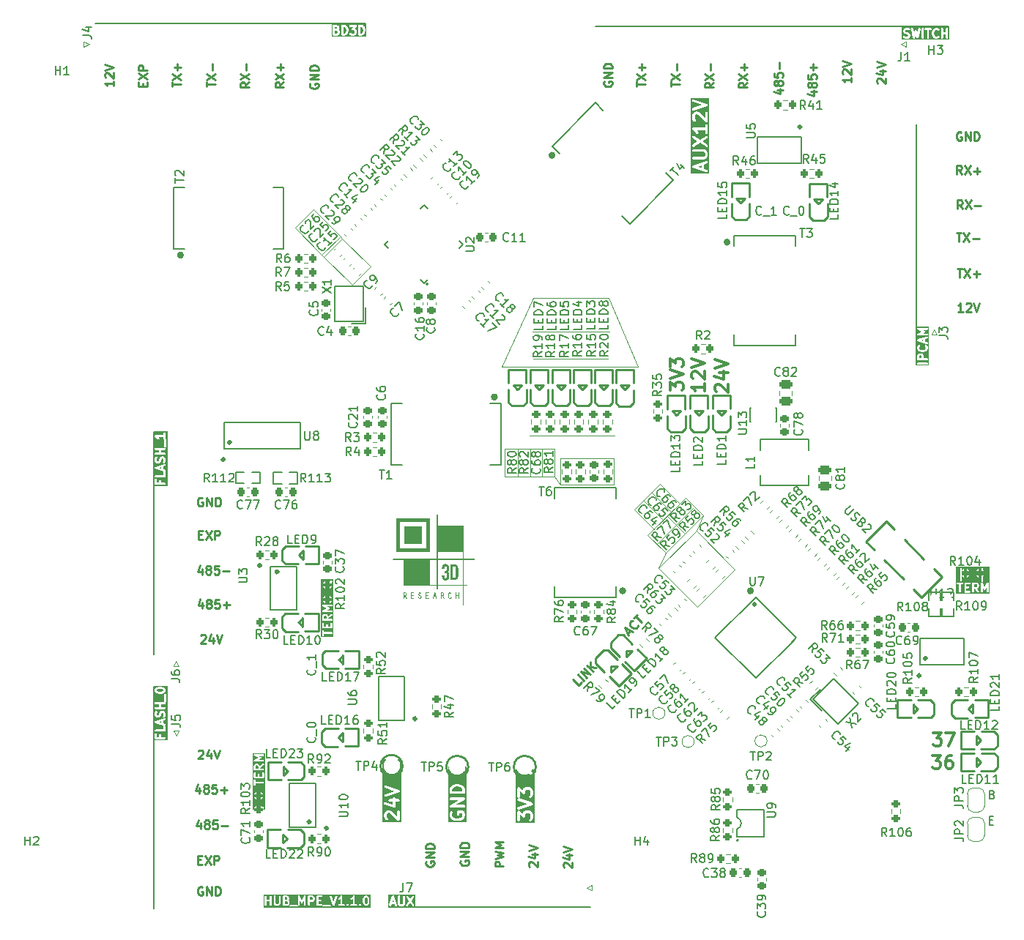
<source format=gbr>
%TF.GenerationSoftware,KiCad,Pcbnew,9.0.3*%
%TF.CreationDate,2025-07-28T11:42:38+02:00*%
%TF.ProjectId,HUB_MPE,4855425f-4d50-4452-9e6b-696361645f70,0.1*%
%TF.SameCoordinates,Original*%
%TF.FileFunction,Legend,Top*%
%TF.FilePolarity,Positive*%
%FSLAX46Y46*%
G04 Gerber Fmt 4.6, Leading zero omitted, Abs format (unit mm)*
G04 Created by KiCad (PCBNEW 9.0.3) date 2025-07-28 11:42:38*
%MOMM*%
%LPD*%
G01*
G04 APERTURE LIST*
G04 Aperture macros list*
%AMRoundRect*
0 Rectangle with rounded corners*
0 $1 Rounding radius*
0 $2 $3 $4 $5 $6 $7 $8 $9 X,Y pos of 4 corners*
0 Add a 4 corners polygon primitive as box body*
4,1,4,$2,$3,$4,$5,$6,$7,$8,$9,$2,$3,0*
0 Add four circle primitives for the rounded corners*
1,1,$1+$1,$2,$3*
1,1,$1+$1,$4,$5*
1,1,$1+$1,$6,$7*
1,1,$1+$1,$8,$9*
0 Add four rect primitives between the rounded corners*
20,1,$1+$1,$2,$3,$4,$5,0*
20,1,$1+$1,$4,$5,$6,$7,0*
20,1,$1+$1,$6,$7,$8,$9,0*
20,1,$1+$1,$8,$9,$2,$3,0*%
%AMHorizOval*
0 Thick line with rounded ends*
0 $1 width*
0 $2 $3 position (X,Y) of the first rounded end (center of the circle)*
0 $4 $5 position (X,Y) of the second rounded end (center of the circle)*
0 Add line between two ends*
20,1,$1,$2,$3,$4,$5,0*
0 Add two circle primitives to create the rounded ends*
1,1,$1,$2,$3*
1,1,$1,$4,$5*%
%AMRotRect*
0 Rectangle, with rotation*
0 The origin of the aperture is its center*
0 $1 length*
0 $2 width*
0 $3 Rotation angle, in degrees counterclockwise*
0 Add horizontal line*
21,1,$1,$2,0,0,$3*%
%AMFreePoly0*
4,1,23,0.500000,-0.750000,0.000000,-0.750000,0.000000,-0.745722,-0.065263,-0.745722,-0.191342,-0.711940,-0.304381,-0.646677,-0.396677,-0.554381,-0.461940,-0.441342,-0.495722,-0.315263,-0.495722,-0.250000,-0.500000,-0.250000,-0.500000,0.250000,-0.495722,0.250000,-0.495722,0.315263,-0.461940,0.441342,-0.396677,0.554381,-0.304381,0.646677,-0.191342,0.711940,-0.065263,0.745722,0.000000,0.745722,
0.000000,0.750000,0.500000,0.750000,0.500000,-0.750000,0.500000,-0.750000,$1*%
%AMFreePoly1*
4,1,23,0.000000,0.745722,0.065263,0.745722,0.191342,0.711940,0.304381,0.646677,0.396677,0.554381,0.461940,0.441342,0.495722,0.315263,0.495722,0.250000,0.500000,0.250000,0.500000,-0.250000,0.495722,-0.250000,0.495722,-0.315263,0.461940,-0.441342,0.396677,-0.554381,0.304381,-0.646677,0.191342,-0.711940,0.065263,-0.745722,0.000000,-0.745722,0.000000,-0.750000,-0.500000,-0.750000,
-0.500000,0.750000,0.000000,0.750000,0.000000,0.745722,0.000000,0.745722,$1*%
G04 Aperture macros list end*
%ADD10C,0.200000*%
%ADD11C,0.100000*%
%ADD12C,0.250000*%
%ADD13C,0.300000*%
%ADD14C,0.150000*%
%ADD15C,0.120000*%
%ADD16C,0.400000*%
%ADD17C,0.000000*%
%ADD18RoundRect,0.200000X0.335876X0.053033X0.053033X0.335876X-0.335876X-0.053033X-0.053033X-0.335876X0*%
%ADD19RoundRect,0.225000X-0.250000X0.225000X-0.250000X-0.225000X0.250000X-0.225000X0.250000X0.225000X0*%
%ADD20C,1.900000*%
%ADD21RoundRect,0.225000X0.335876X0.017678X0.017678X0.335876X-0.335876X-0.017678X-0.017678X-0.335876X0*%
%ADD22RoundRect,0.200000X-0.200000X-0.275000X0.200000X-0.275000X0.200000X0.275000X-0.200000X0.275000X0*%
%ADD23RoundRect,0.200000X0.275000X-0.200000X0.275000X0.200000X-0.275000X0.200000X-0.275000X-0.200000X0*%
%ADD24C,1.000000*%
%ADD25RoundRect,0.225000X-0.225000X-0.250000X0.225000X-0.250000X0.225000X0.250000X-0.225000X0.250000X0*%
%ADD26RoundRect,0.200000X-0.053033X0.335876X-0.335876X0.053033X0.053033X-0.335876X0.335876X-0.053033X0*%
%ADD27R,1.400000X1.000000*%
%ADD28RoundRect,0.200000X0.053033X-0.335876X0.335876X-0.053033X-0.053033X0.335876X-0.335876X0.053033X0*%
%ADD29RoundRect,0.200000X0.200000X0.275000X-0.200000X0.275000X-0.200000X-0.275000X0.200000X-0.275000X0*%
%ADD30R,1.660000X0.760000*%
%ADD31RoundRect,0.200000X-0.335876X-0.053033X-0.053033X-0.335876X0.335876X0.053033X0.053033X0.335876X0*%
%ADD32O,2.700000X3.500000*%
%ADD33RoundRect,0.225000X-0.017678X0.335876X-0.335876X0.017678X0.017678X-0.335876X0.335876X-0.017678X0*%
%ADD34RoundRect,0.225000X-0.335876X-0.017678X-0.017678X-0.335876X0.335876X0.017678X0.017678X0.335876X0*%
%ADD35RoundRect,0.225000X0.017678X-0.335876X0.335876X-0.017678X-0.017678X0.335876X-0.335876X0.017678X0*%
%ADD36RoundRect,0.200000X-0.275000X0.200000X-0.275000X-0.200000X0.275000X-0.200000X0.275000X0.200000X0*%
%ADD37R,0.300000X1.300000*%
%ADD38R,1.000000X1.400000*%
%ADD39RoundRect,0.225000X0.250000X-0.225000X0.250000X0.225000X-0.250000X0.225000X-0.250000X-0.225000X0*%
%ADD40FreePoly0,90.000000*%
%ADD41FreePoly1,90.000000*%
%ADD42R,1.900000X2.500000*%
%ADD43R,0.550000X1.100000*%
%ADD44RotRect,0.760000X1.660000X135.000000*%
%ADD45O,2.040000X0.570000*%
%ADD46C,0.610000*%
%ADD47O,1.890000X0.280000*%
%ADD48R,2.200000X3.900000*%
%ADD49O,3.500000X2.700000*%
%ADD50RotRect,1.400000X1.200000X315.000000*%
%ADD51R,0.860000X0.810000*%
%ADD52RoundRect,0.225000X0.225000X0.250000X-0.225000X0.250000X-0.225000X-0.250000X0.225000X-0.250000X0*%
%ADD53O,0.280000X1.890000*%
%ADD54R,3.900000X2.200000*%
%ADD55R,0.810000X0.860000*%
%ADD56C,0.800000*%
%ADD57C,6.400000*%
%ADD58O,0.570000X2.040000*%
%ADD59C,0.600000*%
%ADD60HorizOval,1.200000X0.106066X-0.106066X-0.106066X0.106066X0*%
%ADD61RotRect,0.300000X0.870000X315.000000*%
%ADD62RotRect,1.000000X1.400000X135.000000*%
%ADD63R,0.760000X1.660000*%
%ADD64HorizOval,0.270000X-0.434871X0.434871X0.434871X-0.434871X0*%
%ADD65HorizOval,0.270000X-0.434871X-0.434871X0.434871X0.434871X0*%
%ADD66R,1.200000X1.400000*%
%ADD67RoundRect,0.250000X0.475000X-0.250000X0.475000X0.250000X-0.475000X0.250000X-0.475000X-0.250000X0*%
%ADD68RotRect,1.000000X0.200000X135.000000*%
%ADD69RotRect,0.200000X1.000000X135.000000*%
%ADD70RotRect,4.400000X4.400000X135.000000*%
%ADD71RoundRect,0.250000X-0.475000X0.250000X-0.475000X-0.250000X0.475000X-0.250000X0.475000X0.250000X0*%
%ADD72FreePoly0,270.000000*%
%ADD73FreePoly1,270.000000*%
G04 APERTURE END LIST*
D10*
X60600000Y-81000000D02*
X60600000Y-106700000D01*
D11*
X105500000Y-86100000D02*
X105500000Y-82900000D01*
X124100000Y-90650000D02*
X122050000Y-88600000D01*
X79075000Y-55225001D02*
X76925000Y-57375001D01*
X100840000Y-73414997D02*
X116590001Y-73414998D01*
X82400000Y-58600001D02*
X80300000Y-60700001D01*
D10*
X111080001Y-135950000D02*
X87800000Y-135950000D01*
D11*
X107600000Y-84050000D02*
X113800000Y-84050000D01*
X113800000Y-87050000D01*
X107600000Y-87050000D01*
X107600000Y-84050000D01*
X117250000Y-88950000D02*
X119450000Y-91150000D01*
X119775000Y-94975000D02*
X124100000Y-90650000D01*
X120000000Y-90700000D02*
X122000000Y-92700000D01*
X80050000Y-60500001D02*
X80300000Y-60700001D01*
X113840000Y-81414998D02*
X104090001Y-81414998D01*
D10*
X111635000Y-34100000D02*
X152500000Y-34100000D01*
X85100000Y-33750000D02*
X53875000Y-33750000D01*
D11*
X101200000Y-82900000D02*
X101200000Y-86100000D01*
D10*
X148725000Y-45440000D02*
X148725000Y-73190000D01*
X60600000Y-110400000D02*
X60600000Y-136100000D01*
D11*
X102700000Y-82900000D02*
X102700000Y-86100000D01*
X123322360Y-92381623D02*
X124100000Y-90650000D01*
X127798274Y-96857538D02*
X123424263Y-101231549D01*
X118948348Y-96755635D01*
X123322360Y-92381623D01*
X127798274Y-96857538D01*
X85650000Y-61850001D02*
X82400000Y-58600001D01*
X83550000Y-63950001D02*
X85650000Y-61850001D01*
X118750000Y-93950000D02*
X123050000Y-89650000D01*
X82200000Y-58350000D02*
X82400000Y-58600001D01*
X104500000Y-65475000D02*
X100840000Y-73414997D01*
X82200000Y-58350001D02*
X79075000Y-55225001D01*
X118450000Y-92200000D02*
X116200000Y-89950000D01*
X76925000Y-57375001D02*
X80050000Y-60500001D01*
X122050000Y-88600000D02*
X117725000Y-92925000D01*
X107600000Y-87050000D02*
X106950000Y-86100000D01*
X104100000Y-82900000D02*
X104100000Y-86100000D01*
X118948348Y-96755635D02*
X119775000Y-94975000D01*
X113200000Y-65475000D02*
X116590001Y-73414998D01*
X118200000Y-88000000D02*
X120400000Y-90200000D01*
X106950000Y-82900000D02*
X101200000Y-82900000D01*
X116200000Y-89950000D02*
X119150000Y-87000000D01*
X113200000Y-65475000D02*
X104500000Y-65475000D01*
X113137500Y-72500000D02*
X104462500Y-72500000D01*
X113275000Y-69400000D02*
X104425000Y-69400000D01*
X80050000Y-60500001D02*
X82200000Y-58350001D01*
X106950000Y-86100000D02*
X106950000Y-82900000D01*
X117725000Y-92925000D02*
X119775000Y-94975000D01*
X101200000Y-86100000D02*
X106950000Y-86100000D01*
X119150000Y-87000000D02*
X121400000Y-89250000D01*
X80300000Y-60700001D02*
X83550000Y-63950001D01*
X104100000Y-86100000D02*
X105500000Y-86100000D01*
D10*
G36*
X72636554Y-119560131D02*
G01*
X72661223Y-119584799D01*
X72691028Y-119644409D01*
X72691028Y-119901754D01*
X72367219Y-119901754D01*
X72367219Y-119644409D01*
X72397024Y-119584799D01*
X72421692Y-119560130D01*
X72481302Y-119530326D01*
X72576945Y-119530326D01*
X72636554Y-119560131D01*
G37*
G36*
X73478330Y-124687135D02*
G01*
X72056108Y-124687135D01*
X72056108Y-124410817D01*
X73073901Y-124410817D01*
X73073901Y-124449835D01*
X73075385Y-124453418D01*
X73088832Y-124485883D01*
X73088833Y-124485884D01*
X73101270Y-124501037D01*
X73148890Y-124548656D01*
X73164043Y-124561093D01*
X73189533Y-124571650D01*
X73200091Y-124576024D01*
X73200092Y-124576024D01*
X73239109Y-124576024D01*
X73260226Y-124567276D01*
X73275158Y-124561092D01*
X73275162Y-124561087D01*
X73290311Y-124548656D01*
X73337929Y-124501037D01*
X73350366Y-124485884D01*
X73361735Y-124458436D01*
X73365298Y-124449835D01*
X73365298Y-124410817D01*
X73350366Y-124374769D01*
X73350366Y-124374768D01*
X73337929Y-124359615D01*
X73290311Y-124311996D01*
X73275162Y-124299564D01*
X73275158Y-124299560D01*
X73260226Y-124293375D01*
X73239109Y-124284628D01*
X73200091Y-124284628D01*
X73189533Y-124289001D01*
X73164043Y-124299559D01*
X73148890Y-124311996D01*
X73101270Y-124359615D01*
X73088833Y-124374768D01*
X73088832Y-124374769D01*
X73078274Y-124400259D01*
X73073901Y-124410817D01*
X72056108Y-124410817D01*
X72056108Y-121239850D01*
X72167219Y-121239850D01*
X72167219Y-121811278D01*
X72169140Y-121830787D01*
X72184072Y-121866835D01*
X72211662Y-121894425D01*
X72247710Y-121909357D01*
X72286728Y-121909357D01*
X72322776Y-121894425D01*
X72350366Y-121866835D01*
X72365298Y-121830787D01*
X72367219Y-121811278D01*
X72367219Y-121625564D01*
X73267219Y-121625564D01*
X73286728Y-121623643D01*
X73322776Y-121608711D01*
X73350366Y-121581121D01*
X73365298Y-121545073D01*
X73365298Y-121506055D01*
X73350366Y-121470007D01*
X73322776Y-121442417D01*
X73286728Y-121427485D01*
X73267219Y-121425564D01*
X72367219Y-121425564D01*
X72367219Y-121239850D01*
X72365298Y-121220341D01*
X72350366Y-121184293D01*
X72322776Y-121156703D01*
X72286728Y-121141771D01*
X72247710Y-121141771D01*
X72211662Y-121156703D01*
X72184072Y-121184293D01*
X72169140Y-121220341D01*
X72167219Y-121239850D01*
X72056108Y-121239850D01*
X72056108Y-120430326D01*
X72167219Y-120430326D01*
X72167219Y-120906516D01*
X72169140Y-120926025D01*
X72184072Y-120962073D01*
X72211662Y-120989663D01*
X72247710Y-121004595D01*
X72267219Y-121006516D01*
X73267219Y-121006516D01*
X73286728Y-121004595D01*
X73322776Y-120989663D01*
X73350366Y-120962073D01*
X73365298Y-120926025D01*
X73367219Y-120906516D01*
X73367219Y-120430326D01*
X73365298Y-120410817D01*
X73350366Y-120374769D01*
X73322776Y-120347179D01*
X73286728Y-120332247D01*
X73247710Y-120332247D01*
X73211662Y-120347179D01*
X73184072Y-120374769D01*
X73169140Y-120410817D01*
X73167219Y-120430326D01*
X73167219Y-120806516D01*
X72843409Y-120806516D01*
X72843409Y-120573183D01*
X72841488Y-120553674D01*
X72826556Y-120517626D01*
X72798966Y-120490036D01*
X72762918Y-120475104D01*
X72723900Y-120475104D01*
X72687852Y-120490036D01*
X72660262Y-120517626D01*
X72645330Y-120553674D01*
X72643409Y-120573183D01*
X72643409Y-120806516D01*
X72367219Y-120806516D01*
X72367219Y-120430326D01*
X72365298Y-120410817D01*
X72350366Y-120374769D01*
X72322776Y-120347179D01*
X72286728Y-120332247D01*
X72247710Y-120332247D01*
X72211662Y-120347179D01*
X72184072Y-120374769D01*
X72169140Y-120410817D01*
X72167219Y-120430326D01*
X72056108Y-120430326D01*
X72056108Y-119620802D01*
X72167219Y-119620802D01*
X72167219Y-120001754D01*
X72169140Y-120021263D01*
X72184072Y-120057311D01*
X72211662Y-120084901D01*
X72247710Y-120099833D01*
X72267219Y-120101754D01*
X73267219Y-120101754D01*
X73286728Y-120099833D01*
X73322776Y-120084901D01*
X73350366Y-120057311D01*
X73365298Y-120021263D01*
X73365298Y-119982245D01*
X73350366Y-119946197D01*
X73322776Y-119918607D01*
X73286728Y-119903675D01*
X73267219Y-119901754D01*
X72891028Y-119901754D01*
X72891028Y-119815724D01*
X73324565Y-119512249D01*
X73339446Y-119499488D01*
X73360415Y-119466583D01*
X73367196Y-119428158D01*
X73358756Y-119390064D01*
X73336381Y-119358099D01*
X73303476Y-119337130D01*
X73265052Y-119330349D01*
X73226957Y-119338789D01*
X73209873Y-119348403D01*
X72881347Y-119578370D01*
X72880471Y-119576080D01*
X72832852Y-119480843D01*
X72827566Y-119472446D01*
X72826556Y-119470006D01*
X72824302Y-119467260D01*
X72822409Y-119464252D01*
X72820411Y-119462519D01*
X72814119Y-119454853D01*
X72766501Y-119407234D01*
X72758830Y-119400939D01*
X72757101Y-119398945D01*
X72754093Y-119397051D01*
X72751347Y-119394798D01*
X72748907Y-119393787D01*
X72740511Y-119388502D01*
X72645273Y-119340883D01*
X72626965Y-119333877D01*
X72623381Y-119333622D01*
X72620061Y-119332247D01*
X72600552Y-119330326D01*
X72457695Y-119330326D01*
X72438186Y-119332247D01*
X72434865Y-119333622D01*
X72431282Y-119333877D01*
X72412973Y-119340883D01*
X72317736Y-119388502D01*
X72309339Y-119393787D01*
X72306899Y-119394798D01*
X72304153Y-119397051D01*
X72301145Y-119398945D01*
X72299412Y-119400942D01*
X72291746Y-119407235D01*
X72244127Y-119454853D01*
X72237832Y-119462523D01*
X72235838Y-119464253D01*
X72233944Y-119467260D01*
X72231691Y-119470007D01*
X72230680Y-119472446D01*
X72225395Y-119480843D01*
X72177776Y-119576081D01*
X72170770Y-119594389D01*
X72170515Y-119597972D01*
X72169140Y-119601293D01*
X72167219Y-119620802D01*
X72056108Y-119620802D01*
X72056108Y-118350271D01*
X72168378Y-118350271D01*
X72169140Y-118352366D01*
X72169140Y-118354597D01*
X72175784Y-118370638D01*
X72181713Y-118386940D01*
X72183218Y-118388583D01*
X72184072Y-118390645D01*
X72196345Y-118402918D01*
X72208064Y-118415715D01*
X72210708Y-118417281D01*
X72211662Y-118418235D01*
X72213843Y-118419138D01*
X72224930Y-118425706D01*
X72745034Y-118668421D01*
X72224930Y-118911136D01*
X72213843Y-118917703D01*
X72211662Y-118918607D01*
X72210708Y-118919560D01*
X72208064Y-118921127D01*
X72196345Y-118933923D01*
X72184072Y-118946197D01*
X72183218Y-118948258D01*
X72181713Y-118949902D01*
X72175784Y-118966203D01*
X72169140Y-118982245D01*
X72169140Y-118984475D01*
X72168378Y-118986571D01*
X72169140Y-119003910D01*
X72169140Y-119021263D01*
X72169993Y-119023322D01*
X72170091Y-119025551D01*
X72177432Y-119041281D01*
X72184072Y-119057311D01*
X72185648Y-119058887D01*
X72186592Y-119060909D01*
X72199388Y-119072627D01*
X72211662Y-119084901D01*
X72213723Y-119085754D01*
X72215367Y-119087260D01*
X72231668Y-119093188D01*
X72247710Y-119099833D01*
X72250768Y-119100134D01*
X72252036Y-119100595D01*
X72254395Y-119100491D01*
X72267219Y-119101754D01*
X73267219Y-119101754D01*
X73286728Y-119099833D01*
X73322776Y-119084901D01*
X73350366Y-119057311D01*
X73365298Y-119021263D01*
X73365298Y-118982245D01*
X73350366Y-118946197D01*
X73322776Y-118918607D01*
X73286728Y-118903675D01*
X73267219Y-118901754D01*
X72717975Y-118901754D01*
X73023793Y-118759039D01*
X73030934Y-118754808D01*
X73033356Y-118753928D01*
X73035068Y-118752359D01*
X73040659Y-118749048D01*
X73050919Y-118737843D01*
X73062132Y-118727576D01*
X73064011Y-118723548D01*
X73067011Y-118720273D01*
X73072202Y-118705997D01*
X73078632Y-118692219D01*
X73078827Y-118687778D01*
X73080345Y-118683604D01*
X73079677Y-118668421D01*
X73080345Y-118653238D01*
X73078827Y-118649063D01*
X73078632Y-118644623D01*
X73072202Y-118630844D01*
X73067011Y-118616569D01*
X73064011Y-118613293D01*
X73062132Y-118609266D01*
X73050919Y-118598998D01*
X73040659Y-118587794D01*
X73035068Y-118584482D01*
X73033356Y-118582914D01*
X73030934Y-118582033D01*
X73023793Y-118577803D01*
X72717975Y-118435088D01*
X73267219Y-118435088D01*
X73286728Y-118433167D01*
X73322776Y-118418235D01*
X73350366Y-118390645D01*
X73365298Y-118354597D01*
X73365298Y-118315579D01*
X73350366Y-118279531D01*
X73322776Y-118251941D01*
X73286728Y-118237009D01*
X73267219Y-118235088D01*
X72267219Y-118235088D01*
X72254395Y-118236350D01*
X72252036Y-118236247D01*
X72250768Y-118236707D01*
X72247710Y-118237009D01*
X72231668Y-118243653D01*
X72215367Y-118249582D01*
X72213723Y-118251087D01*
X72211662Y-118251941D01*
X72199388Y-118264214D01*
X72186592Y-118275933D01*
X72185648Y-118277954D01*
X72184072Y-118279531D01*
X72177432Y-118295560D01*
X72170091Y-118311291D01*
X72169993Y-118313519D01*
X72169140Y-118315579D01*
X72169140Y-118332931D01*
X72168378Y-118350271D01*
X72056108Y-118350271D01*
X72056108Y-118123977D01*
X73478330Y-118123977D01*
X73478330Y-124687135D01*
G37*
D12*
X92097238Y-130650187D02*
X92049619Y-130745425D01*
X92049619Y-130745425D02*
X92049619Y-130888282D01*
X92049619Y-130888282D02*
X92097238Y-131031139D01*
X92097238Y-131031139D02*
X92192476Y-131126377D01*
X92192476Y-131126377D02*
X92287714Y-131173996D01*
X92287714Y-131173996D02*
X92478190Y-131221615D01*
X92478190Y-131221615D02*
X92621047Y-131221615D01*
X92621047Y-131221615D02*
X92811523Y-131173996D01*
X92811523Y-131173996D02*
X92906761Y-131126377D01*
X92906761Y-131126377D02*
X93002000Y-131031139D01*
X93002000Y-131031139D02*
X93049619Y-130888282D01*
X93049619Y-130888282D02*
X93049619Y-130793044D01*
X93049619Y-130793044D02*
X93002000Y-130650187D01*
X93002000Y-130650187D02*
X92954380Y-130602568D01*
X92954380Y-130602568D02*
X92621047Y-130602568D01*
X92621047Y-130602568D02*
X92621047Y-130793044D01*
X93049619Y-130173996D02*
X92049619Y-130173996D01*
X92049619Y-130173996D02*
X93049619Y-129602568D01*
X93049619Y-129602568D02*
X92049619Y-129602568D01*
X93049619Y-129126377D02*
X92049619Y-129126377D01*
X92049619Y-129126377D02*
X92049619Y-128888282D01*
X92049619Y-128888282D02*
X92097238Y-128745425D01*
X92097238Y-128745425D02*
X92192476Y-128650187D01*
X92192476Y-128650187D02*
X92287714Y-128602568D01*
X92287714Y-128602568D02*
X92478190Y-128554949D01*
X92478190Y-128554949D02*
X92621047Y-128554949D01*
X92621047Y-128554949D02*
X92811523Y-128602568D01*
X92811523Y-128602568D02*
X92906761Y-128650187D01*
X92906761Y-128650187D02*
X93002000Y-128745425D01*
X93002000Y-128745425D02*
X93049619Y-128888282D01*
X93049619Y-128888282D02*
X93049619Y-129126377D01*
G36*
X61438904Y-85171996D02*
G01*
X61244903Y-85107330D01*
X61438904Y-85042663D01*
X61438904Y-85171996D01*
G37*
G36*
X62194857Y-87214473D02*
G01*
X60599619Y-87214473D01*
X60599619Y-86488283D01*
X60724619Y-86488283D01*
X60724619Y-86964473D01*
X60727021Y-86988859D01*
X60745685Y-87033919D01*
X60780173Y-87068407D01*
X60825233Y-87087071D01*
X60849619Y-87089473D01*
X61849619Y-87089473D01*
X61874005Y-87087071D01*
X61919065Y-87068407D01*
X61953553Y-87033919D01*
X61972217Y-86988859D01*
X61972217Y-86940087D01*
X61953553Y-86895027D01*
X61919065Y-86860539D01*
X61874005Y-86841875D01*
X61849619Y-86839473D01*
X61450809Y-86839473D01*
X61450809Y-86631140D01*
X61448407Y-86606754D01*
X61429743Y-86561694D01*
X61395255Y-86527206D01*
X61350195Y-86508542D01*
X61301423Y-86508542D01*
X61256363Y-86527206D01*
X61221875Y-86561694D01*
X61203211Y-86606754D01*
X61200809Y-86631140D01*
X61200809Y-86839473D01*
X60974619Y-86839473D01*
X60974619Y-86488283D01*
X60972217Y-86463897D01*
X60953553Y-86418837D01*
X60919065Y-86384349D01*
X60874005Y-86365685D01*
X60825233Y-86365685D01*
X60780173Y-86384349D01*
X60745685Y-86418837D01*
X60727021Y-86463897D01*
X60724619Y-86488283D01*
X60599619Y-86488283D01*
X60599619Y-85091696D01*
X60725601Y-85091696D01*
X60726711Y-85107330D01*
X60725601Y-85122964D01*
X60728424Y-85131435D01*
X60729058Y-85140345D01*
X60736068Y-85154365D01*
X60741024Y-85169233D01*
X60746874Y-85175979D01*
X60750870Y-85183970D01*
X60762710Y-85194238D01*
X60772979Y-85206079D01*
X60780969Y-85210074D01*
X60787716Y-85215925D01*
X60810091Y-85225915D01*
X61763620Y-85543758D01*
X61745685Y-85561694D01*
X61727021Y-85606754D01*
X61724619Y-85631140D01*
X61724619Y-85982330D01*
X60849619Y-85982330D01*
X60825233Y-85984732D01*
X60780173Y-86003396D01*
X60745685Y-86037884D01*
X60727021Y-86082944D01*
X60727021Y-86131716D01*
X60745685Y-86176776D01*
X60780173Y-86211264D01*
X60825233Y-86229928D01*
X60849619Y-86232330D01*
X61849619Y-86232330D01*
X61874005Y-86229928D01*
X61919065Y-86211264D01*
X61953553Y-86176776D01*
X61972217Y-86131716D01*
X61974619Y-86107330D01*
X61974619Y-85631140D01*
X61972217Y-85606754D01*
X61953553Y-85561694D01*
X61928586Y-85536727D01*
X61958214Y-85502566D01*
X61973637Y-85456297D01*
X61970180Y-85407647D01*
X61948368Y-85364023D01*
X61911522Y-85332068D01*
X61889147Y-85322077D01*
X61688904Y-85255329D01*
X61688904Y-84959330D01*
X61889147Y-84892583D01*
X61911522Y-84882592D01*
X61948368Y-84850637D01*
X61970180Y-84807013D01*
X61973637Y-84758363D01*
X61958214Y-84712094D01*
X61926258Y-84675248D01*
X61882634Y-84653436D01*
X61833984Y-84649979D01*
X61810090Y-84655412D01*
X60810091Y-84988745D01*
X60787716Y-84998735D01*
X60780969Y-85004585D01*
X60772979Y-85008581D01*
X60762710Y-85020421D01*
X60750870Y-85030690D01*
X60746874Y-85038680D01*
X60741024Y-85045427D01*
X60736068Y-85060294D01*
X60729058Y-85074315D01*
X60728424Y-85083224D01*
X60725601Y-85091696D01*
X60599619Y-85091696D01*
X60599619Y-84059711D01*
X60724619Y-84059711D01*
X60724619Y-84297806D01*
X60727021Y-84322192D01*
X60728739Y-84326340D01*
X60729058Y-84330822D01*
X60737816Y-84353708D01*
X60785434Y-84448945D01*
X60792043Y-84459443D01*
X60793305Y-84462490D01*
X60796120Y-84465921D01*
X60798489Y-84469683D01*
X60800983Y-84471846D01*
X60808850Y-84481432D01*
X60856468Y-84529051D01*
X60866056Y-84536920D01*
X60868218Y-84539412D01*
X60871975Y-84541777D01*
X60875410Y-84544596D01*
X60878460Y-84545859D01*
X60888955Y-84552466D01*
X60984193Y-84600085D01*
X61007079Y-84608843D01*
X61011559Y-84609161D01*
X61015709Y-84610880D01*
X61040095Y-84613282D01*
X61135333Y-84613282D01*
X61159719Y-84610880D01*
X61163867Y-84609161D01*
X61168349Y-84608843D01*
X61191235Y-84600085D01*
X61286472Y-84552467D01*
X61296970Y-84545857D01*
X61300017Y-84544596D01*
X61303448Y-84541780D01*
X61307210Y-84539412D01*
X61309373Y-84536917D01*
X61318959Y-84529051D01*
X61366578Y-84481433D01*
X61374447Y-84471844D01*
X61376939Y-84469683D01*
X61379304Y-84465925D01*
X61382123Y-84462491D01*
X61383386Y-84459440D01*
X61389993Y-84448946D01*
X61437612Y-84353708D01*
X61438295Y-84351922D01*
X61438832Y-84351198D01*
X61442487Y-84340968D01*
X61446370Y-84330822D01*
X61446433Y-84329922D01*
X61447077Y-84328123D01*
X61491368Y-84150957D01*
X61523778Y-84086136D01*
X61542711Y-84067204D01*
X61593413Y-84041854D01*
X61629634Y-84041854D01*
X61680336Y-84067205D01*
X61699268Y-84086137D01*
X61724619Y-84136838D01*
X61724619Y-84325139D01*
X61683415Y-84448754D01*
X61677982Y-84472648D01*
X61681439Y-84521297D01*
X61703251Y-84564922D01*
X61740097Y-84596877D01*
X61786366Y-84612300D01*
X61835015Y-84608843D01*
X61878640Y-84587031D01*
X61910595Y-84550185D01*
X61920585Y-84527810D01*
X61968204Y-84384954D01*
X61970953Y-84372860D01*
X61972217Y-84369811D01*
X61972652Y-84365389D01*
X61973637Y-84361060D01*
X61973403Y-84357768D01*
X61974619Y-84345425D01*
X61974619Y-84107330D01*
X61972217Y-84082944D01*
X61970498Y-84078794D01*
X61970180Y-84074314D01*
X61961422Y-84051428D01*
X61913803Y-83956190D01*
X61907197Y-83945697D01*
X61905933Y-83942644D01*
X61903112Y-83939207D01*
X61900749Y-83935453D01*
X61898256Y-83933291D01*
X61890387Y-83923703D01*
X61842767Y-83876084D01*
X61833182Y-83868218D01*
X61831019Y-83865724D01*
X61827258Y-83863356D01*
X61823825Y-83860539D01*
X61820777Y-83859276D01*
X61810281Y-83852669D01*
X61715044Y-83805051D01*
X61692158Y-83796293D01*
X61687676Y-83795974D01*
X61683528Y-83794256D01*
X61659142Y-83791854D01*
X61563904Y-83791854D01*
X61539518Y-83794256D01*
X61535368Y-83795974D01*
X61530888Y-83796293D01*
X61508002Y-83805051D01*
X61412764Y-83852670D01*
X61402269Y-83859276D01*
X61399219Y-83860540D01*
X61395784Y-83863358D01*
X61392027Y-83865724D01*
X61389865Y-83868215D01*
X61380277Y-83876085D01*
X61332659Y-83923704D01*
X61324792Y-83933289D01*
X61322298Y-83935453D01*
X61319929Y-83939214D01*
X61317114Y-83942646D01*
X61315852Y-83945692D01*
X61309243Y-83956191D01*
X61261625Y-84051428D01*
X61260941Y-84053213D01*
X61260405Y-84053938D01*
X61256749Y-84064167D01*
X61252867Y-84074314D01*
X61252803Y-84075213D01*
X61252160Y-84077013D01*
X61207868Y-84254177D01*
X61175458Y-84318998D01*
X61156526Y-84337931D01*
X61105825Y-84363282D01*
X61069604Y-84363282D01*
X61018902Y-84337931D01*
X60999969Y-84318999D01*
X60974619Y-84268298D01*
X60974619Y-84079994D01*
X61015823Y-83956383D01*
X61021256Y-83932489D01*
X61017799Y-83883839D01*
X60995987Y-83840215D01*
X60959141Y-83808259D01*
X60912872Y-83792836D01*
X60864222Y-83796293D01*
X60820598Y-83818105D01*
X60788643Y-83854951D01*
X60778652Y-83877326D01*
X60731034Y-84020183D01*
X60728284Y-84032273D01*
X60727021Y-84035325D01*
X60726585Y-84039747D01*
X60725601Y-84044077D01*
X60725834Y-84047367D01*
X60724619Y-84059711D01*
X60599619Y-84059711D01*
X60599619Y-82892468D01*
X60727021Y-82892468D01*
X60727021Y-82941240D01*
X60745685Y-82986300D01*
X60780173Y-83020788D01*
X60825233Y-83039452D01*
X60849619Y-83041854D01*
X61200809Y-83041854D01*
X61200809Y-83363282D01*
X60849619Y-83363282D01*
X60825233Y-83365684D01*
X60780173Y-83384348D01*
X60745685Y-83418836D01*
X60727021Y-83463896D01*
X60727021Y-83512668D01*
X60745685Y-83557728D01*
X60780173Y-83592216D01*
X60825233Y-83610880D01*
X60849619Y-83613282D01*
X61849619Y-83613282D01*
X61874005Y-83610880D01*
X61919065Y-83592216D01*
X61953553Y-83557728D01*
X61972217Y-83512668D01*
X61972217Y-83463896D01*
X61953553Y-83418836D01*
X61919065Y-83384348D01*
X61874005Y-83365684D01*
X61849619Y-83363282D01*
X61450809Y-83363282D01*
X61450809Y-83041854D01*
X61849619Y-83041854D01*
X61874005Y-83039452D01*
X61919065Y-83020788D01*
X61953553Y-82986300D01*
X61972217Y-82941240D01*
X61972217Y-82892468D01*
X61953553Y-82847408D01*
X61919065Y-82812920D01*
X61874005Y-82794256D01*
X61849619Y-82791854D01*
X60849619Y-82791854D01*
X60825233Y-82794256D01*
X60780173Y-82812920D01*
X60745685Y-82847408D01*
X60727021Y-82892468D01*
X60599619Y-82892468D01*
X60599619Y-81440793D01*
X60724619Y-81440793D01*
X60727021Y-81452803D01*
X60727021Y-81465049D01*
X60731756Y-81476481D01*
X60734184Y-81488620D01*
X60740999Y-81498796D01*
X60745685Y-81510109D01*
X60754435Y-81518859D01*
X60761323Y-81529144D01*
X60780082Y-81544506D01*
X60780173Y-81544597D01*
X60780213Y-81544613D01*
X60780281Y-81544669D01*
X60912840Y-81633041D01*
X60984981Y-81705182D01*
X61023529Y-81782278D01*
X61036584Y-81803016D01*
X61073429Y-81834972D01*
X61119699Y-81850395D01*
X61168349Y-81846937D01*
X61211972Y-81825126D01*
X61243928Y-81788281D01*
X61259351Y-81742010D01*
X61255894Y-81693361D01*
X61247136Y-81670475D01*
X61199517Y-81575237D01*
X61193490Y-81565663D01*
X61724619Y-81565663D01*
X61724619Y-81726377D01*
X61727021Y-81750763D01*
X61745685Y-81795823D01*
X61780173Y-81830311D01*
X61825233Y-81848975D01*
X61840274Y-81848975D01*
X61822259Y-81892468D01*
X61819857Y-81916854D01*
X61819857Y-82678759D01*
X61822259Y-82703145D01*
X61840923Y-82748205D01*
X61875411Y-82782693D01*
X61920471Y-82801357D01*
X61969243Y-82801357D01*
X62014303Y-82782693D01*
X62048791Y-82748205D01*
X62067455Y-82703145D01*
X62069857Y-82678759D01*
X62069857Y-81916854D01*
X62067455Y-81892468D01*
X62048791Y-81847408D01*
X62014303Y-81812920D01*
X61969243Y-81794256D01*
X61954202Y-81794256D01*
X61972217Y-81750763D01*
X61974619Y-81726377D01*
X61974619Y-81154949D01*
X61972217Y-81130563D01*
X61953553Y-81085503D01*
X61919065Y-81051015D01*
X61874005Y-81032351D01*
X61825233Y-81032351D01*
X61780173Y-81051015D01*
X61745685Y-81085503D01*
X61727021Y-81130563D01*
X61724619Y-81154949D01*
X61724619Y-81315663D01*
X60849619Y-81315663D01*
X60849532Y-81315671D01*
X60849489Y-81315663D01*
X60849362Y-81315688D01*
X60825233Y-81318065D01*
X60813800Y-81322800D01*
X60801662Y-81325228D01*
X60791485Y-81332043D01*
X60780173Y-81336729D01*
X60771422Y-81345479D01*
X60761138Y-81352367D01*
X60754344Y-81362558D01*
X60745685Y-81371217D01*
X60740949Y-81382649D01*
X60734084Y-81392948D01*
X60731706Y-81404963D01*
X60727021Y-81416277D01*
X60727021Y-81428651D01*
X60724619Y-81440793D01*
X60599619Y-81440793D01*
X60599619Y-80907351D01*
X62194857Y-80907351D01*
X62194857Y-87214473D01*
G37*
D13*
G36*
X123924757Y-50432109D02*
G01*
X123477668Y-50283080D01*
X123924757Y-50134050D01*
X123924757Y-50432109D01*
G37*
G36*
X124819995Y-51098570D02*
G01*
X122686661Y-51098570D01*
X122686661Y-50264319D01*
X122854506Y-50264319D01*
X122855839Y-50283080D01*
X122854506Y-50301841D01*
X122857895Y-50312008D01*
X122858655Y-50322700D01*
X122867066Y-50339523D01*
X122873014Y-50357365D01*
X122880036Y-50365461D01*
X122884829Y-50375047D01*
X122899037Y-50387370D01*
X122911361Y-50401579D01*
X122920946Y-50406371D01*
X122929043Y-50413394D01*
X122955894Y-50425382D01*
X124455894Y-50925383D01*
X124484568Y-50931903D01*
X124542948Y-50927753D01*
X124595295Y-50901579D01*
X124633642Y-50857365D01*
X124652151Y-50801841D01*
X124648001Y-50743461D01*
X124621828Y-50691113D01*
X124577613Y-50652766D01*
X124550762Y-50640778D01*
X124224757Y-50532109D01*
X124224757Y-50034050D01*
X124550762Y-49925382D01*
X124577613Y-49913394D01*
X124621828Y-49875047D01*
X124648001Y-49822699D01*
X124652151Y-49764319D01*
X124633642Y-49708795D01*
X124595295Y-49664581D01*
X124542948Y-49638407D01*
X124484568Y-49634257D01*
X124455894Y-49640777D01*
X122955894Y-50140778D01*
X122929043Y-50152766D01*
X122920946Y-50159788D01*
X122911361Y-50164581D01*
X122899037Y-50178789D01*
X122884829Y-50191113D01*
X122880036Y-50200698D01*
X122873014Y-50208795D01*
X122867066Y-50226636D01*
X122858655Y-50243460D01*
X122857895Y-50254151D01*
X122854506Y-50264319D01*
X122686661Y-50264319D01*
X122686661Y-48396674D01*
X122856210Y-48396674D01*
X122856210Y-48455202D01*
X122878608Y-48509274D01*
X122919992Y-48550658D01*
X122974064Y-48573056D01*
X123003328Y-48575938D01*
X124182204Y-48575938D01*
X124271616Y-48620643D01*
X124308621Y-48657648D01*
X124353328Y-48747061D01*
X124353328Y-48961956D01*
X124308622Y-49051368D01*
X124271618Y-49088373D01*
X124182204Y-49133081D01*
X123003328Y-49133081D01*
X122974064Y-49135963D01*
X122919992Y-49158361D01*
X122878608Y-49199745D01*
X122856210Y-49253817D01*
X122856210Y-49312345D01*
X122878608Y-49366417D01*
X122919992Y-49407801D01*
X122974064Y-49430199D01*
X123003328Y-49433081D01*
X124217614Y-49433081D01*
X124246878Y-49430199D01*
X124251858Y-49428135D01*
X124257233Y-49427754D01*
X124284696Y-49417245D01*
X124427553Y-49345816D01*
X124440148Y-49337887D01*
X124443805Y-49336373D01*
X124447922Y-49332993D01*
X124452439Y-49330151D01*
X124455036Y-49327156D01*
X124466536Y-49317719D01*
X124537965Y-49246291D01*
X124547404Y-49234788D01*
X124550400Y-49232191D01*
X124553241Y-49227676D01*
X124556620Y-49223560D01*
X124558135Y-49219901D01*
X124566064Y-49207305D01*
X124637493Y-49064447D01*
X124648002Y-49036984D01*
X124648383Y-49031608D01*
X124650446Y-49026630D01*
X124653328Y-48997366D01*
X124653328Y-48711652D01*
X124650446Y-48682388D01*
X124648383Y-48677409D01*
X124648002Y-48672034D01*
X124637492Y-48644571D01*
X124566064Y-48501713D01*
X124558137Y-48489121D01*
X124556621Y-48485460D01*
X124553237Y-48481337D01*
X124550399Y-48476828D01*
X124547407Y-48474233D01*
X124537966Y-48462729D01*
X124466537Y-48391300D01*
X124455035Y-48381860D01*
X124452439Y-48378867D01*
X124447925Y-48376026D01*
X124443806Y-48372645D01*
X124440146Y-48371129D01*
X124427553Y-48363202D01*
X124284696Y-48291774D01*
X124257232Y-48281264D01*
X124251856Y-48280882D01*
X124246878Y-48278820D01*
X124217614Y-48275938D01*
X123003328Y-48275938D01*
X122974064Y-48278820D01*
X122919992Y-48301218D01*
X122878608Y-48342602D01*
X122856210Y-48396674D01*
X122686661Y-48396674D01*
X122686661Y-46854667D01*
X122853328Y-46854667D01*
X122864806Y-46912056D01*
X122897372Y-46960686D01*
X122920123Y-46979317D01*
X123482911Y-47354509D01*
X122920123Y-47729701D01*
X122897372Y-47748332D01*
X122864806Y-47796962D01*
X122853328Y-47854351D01*
X122864686Y-47911766D01*
X122897151Y-47960465D01*
X122945781Y-47993031D01*
X123003170Y-48004509D01*
X123060585Y-47993151D01*
X123086533Y-47979317D01*
X123753327Y-47534786D01*
X124420123Y-47979317D01*
X124446071Y-47993152D01*
X124503486Y-48004509D01*
X124560875Y-47993031D01*
X124609505Y-47960465D01*
X124641971Y-47911766D01*
X124653328Y-47854352D01*
X124641850Y-47796962D01*
X124609284Y-47748332D01*
X124586533Y-47729702D01*
X124023744Y-47354509D01*
X124586533Y-46979316D01*
X124609284Y-46960686D01*
X124641850Y-46912056D01*
X124653328Y-46854666D01*
X124641971Y-46797252D01*
X124609505Y-46748553D01*
X124560875Y-46715987D01*
X124503486Y-46704509D01*
X124446071Y-46715866D01*
X124420123Y-46729701D01*
X123753327Y-47174231D01*
X123086533Y-46729701D01*
X123060585Y-46715867D01*
X123003170Y-46704509D01*
X122945781Y-46715987D01*
X122897151Y-46748553D01*
X122864686Y-46797252D01*
X122853328Y-46854667D01*
X122686661Y-46854667D01*
X122686661Y-45926096D01*
X122853328Y-45926096D01*
X122856210Y-45940505D01*
X122856210Y-45955202D01*
X122861893Y-45968922D01*
X122864806Y-45983485D01*
X122872983Y-45995696D01*
X122878608Y-46009274D01*
X122889109Y-46019775D01*
X122897373Y-46032115D01*
X122919885Y-46050551D01*
X122919992Y-46050658D01*
X122920039Y-46050677D01*
X122920123Y-46050746D01*
X123122052Y-46185365D01*
X123237193Y-46300506D01*
X123297736Y-46421591D01*
X123313401Y-46446477D01*
X123357616Y-46484823D01*
X123413139Y-46503331D01*
X123471519Y-46499182D01*
X123523868Y-46473008D01*
X123562215Y-46428792D01*
X123580722Y-46373270D01*
X123576573Y-46314890D01*
X123566064Y-46287426D01*
X123494635Y-46144570D01*
X123486708Y-46131978D01*
X123485192Y-46128316D01*
X123481808Y-46124193D01*
X123478970Y-46119684D01*
X123475977Y-46117088D01*
X123466537Y-46105586D01*
X123436889Y-46075938D01*
X124353328Y-46075938D01*
X124353328Y-46354509D01*
X124356210Y-46383773D01*
X124378608Y-46437845D01*
X124419992Y-46479229D01*
X124474064Y-46501627D01*
X124532592Y-46501627D01*
X124586664Y-46479229D01*
X124628048Y-46437845D01*
X124650446Y-46383773D01*
X124653328Y-46354509D01*
X124653328Y-45497366D01*
X124650446Y-45468102D01*
X124628048Y-45414030D01*
X124586664Y-45372646D01*
X124532592Y-45350248D01*
X124474064Y-45350248D01*
X124419992Y-45372646D01*
X124378608Y-45414030D01*
X124356210Y-45468102D01*
X124353328Y-45497366D01*
X124353328Y-45775938D01*
X123003328Y-45775938D01*
X123003222Y-45775948D01*
X123003170Y-45775938D01*
X123003016Y-45775968D01*
X122974064Y-45778820D01*
X122960343Y-45784503D01*
X122945781Y-45787416D01*
X122933569Y-45795593D01*
X122919992Y-45801218D01*
X122909490Y-45811719D01*
X122897151Y-45819983D01*
X122888999Y-45832210D01*
X122878608Y-45842602D01*
X122872924Y-45856323D01*
X122864686Y-45868681D01*
X122861834Y-45883095D01*
X122856210Y-45896674D01*
X122856210Y-45911527D01*
X122853328Y-45926096D01*
X122686661Y-45926096D01*
X122686661Y-44354510D01*
X122853328Y-44354510D01*
X122853328Y-44711653D01*
X122856210Y-44740917D01*
X122858273Y-44745897D01*
X122858655Y-44751272D01*
X122869164Y-44778735D01*
X122940593Y-44921592D01*
X122948520Y-44934185D01*
X122950036Y-44937845D01*
X122953417Y-44941964D01*
X122956258Y-44946478D01*
X122959251Y-44949074D01*
X122968691Y-44960576D01*
X123040119Y-45032004D01*
X123062849Y-45050659D01*
X123116922Y-45073055D01*
X123175448Y-45073055D01*
X123229520Y-45050659D01*
X123270906Y-45009273D01*
X123293302Y-44955201D01*
X123293302Y-44896675D01*
X123270906Y-44842602D01*
X123252251Y-44819872D01*
X123198035Y-44765656D01*
X123153328Y-44676242D01*
X123153328Y-44389920D01*
X123198035Y-44300505D01*
X123235039Y-44263501D01*
X123324452Y-44218795D01*
X123407559Y-44218795D01*
X123565157Y-44271328D01*
X124397262Y-45103433D01*
X124419992Y-45122088D01*
X124458227Y-45137924D01*
X124474064Y-45144485D01*
X124474065Y-45144485D01*
X124532591Y-45144485D01*
X124532592Y-45144485D01*
X124554989Y-45135207D01*
X124586663Y-45122088D01*
X124628049Y-45080702D01*
X124650446Y-45026630D01*
X124653328Y-44997367D01*
X124653328Y-44068795D01*
X124650446Y-44039531D01*
X124628048Y-43985459D01*
X124586664Y-43944075D01*
X124532592Y-43921677D01*
X124474064Y-43921677D01*
X124419992Y-43944075D01*
X124378608Y-43985459D01*
X124356210Y-44039531D01*
X124353328Y-44068795D01*
X124353328Y-44635235D01*
X123752251Y-44034158D01*
X123729520Y-44015503D01*
X123724540Y-44013440D01*
X123720470Y-44009910D01*
X123693619Y-43997922D01*
X123479335Y-43926493D01*
X123464825Y-43923193D01*
X123461164Y-43921677D01*
X123455855Y-43921154D01*
X123450661Y-43919973D01*
X123446711Y-43920253D01*
X123431900Y-43918795D01*
X123289042Y-43918795D01*
X123259778Y-43921677D01*
X123254797Y-43923740D01*
X123249423Y-43924122D01*
X123221959Y-43934631D01*
X123079103Y-44006060D01*
X123066506Y-44013988D01*
X123062849Y-44015504D01*
X123058731Y-44018883D01*
X123054217Y-44021725D01*
X123051619Y-44024719D01*
X123040118Y-44034159D01*
X122968690Y-44105588D01*
X122959252Y-44117087D01*
X122956258Y-44119685D01*
X122953415Y-44124201D01*
X122950036Y-44128319D01*
X122948521Y-44131975D01*
X122940593Y-44144571D01*
X122869164Y-44287428D01*
X122858655Y-44314891D01*
X122858273Y-44320265D01*
X122856210Y-44325246D01*
X122853328Y-44354510D01*
X122686661Y-44354510D01*
X122686661Y-42621463D01*
X122854506Y-42621463D01*
X122858655Y-42679844D01*
X122884829Y-42732191D01*
X122929043Y-42770538D01*
X122955894Y-42782526D01*
X124028985Y-43140224D01*
X122955894Y-43497922D01*
X122929043Y-43509910D01*
X122884829Y-43548257D01*
X122858655Y-43600604D01*
X122854506Y-43658985D01*
X122873014Y-43714509D01*
X122911361Y-43758723D01*
X122963708Y-43784897D01*
X123022089Y-43789046D01*
X123050762Y-43782526D01*
X124550762Y-43282526D01*
X124577613Y-43270538D01*
X124585710Y-43263515D01*
X124595295Y-43258723D01*
X124607616Y-43244516D01*
X124621828Y-43232191D01*
X124626621Y-43222603D01*
X124633642Y-43214509D01*
X124639590Y-43196664D01*
X124648001Y-43179843D01*
X124648760Y-43169155D01*
X124652151Y-43158985D01*
X124650817Y-43140224D01*
X124652151Y-43121463D01*
X124648760Y-43111292D01*
X124648001Y-43100605D01*
X124639590Y-43083783D01*
X124633642Y-43065939D01*
X124626621Y-43057844D01*
X124621828Y-43048257D01*
X124607616Y-43035931D01*
X124595295Y-43021725D01*
X124585710Y-43016932D01*
X124577613Y-43009910D01*
X124550762Y-42997922D01*
X123050762Y-42497922D01*
X123022089Y-42491402D01*
X122963708Y-42495551D01*
X122911361Y-42521725D01*
X122873014Y-42565939D01*
X122854506Y-42621463D01*
X122686661Y-42621463D01*
X122686661Y-42324735D01*
X124819995Y-42324735D01*
X124819995Y-51098570D01*
G37*
D12*
X153951377Y-46312238D02*
X153856139Y-46264619D01*
X153856139Y-46264619D02*
X153713282Y-46264619D01*
X153713282Y-46264619D02*
X153570425Y-46312238D01*
X153570425Y-46312238D02*
X153475187Y-46407476D01*
X153475187Y-46407476D02*
X153427568Y-46502714D01*
X153427568Y-46502714D02*
X153379949Y-46693190D01*
X153379949Y-46693190D02*
X153379949Y-46836047D01*
X153379949Y-46836047D02*
X153427568Y-47026523D01*
X153427568Y-47026523D02*
X153475187Y-47121761D01*
X153475187Y-47121761D02*
X153570425Y-47217000D01*
X153570425Y-47217000D02*
X153713282Y-47264619D01*
X153713282Y-47264619D02*
X153808520Y-47264619D01*
X153808520Y-47264619D02*
X153951377Y-47217000D01*
X153951377Y-47217000D02*
X153998996Y-47169380D01*
X153998996Y-47169380D02*
X153998996Y-46836047D01*
X153998996Y-46836047D02*
X153808520Y-46836047D01*
X154427568Y-47264619D02*
X154427568Y-46264619D01*
X154427568Y-46264619D02*
X154998996Y-47264619D01*
X154998996Y-47264619D02*
X154998996Y-46264619D01*
X155475187Y-47264619D02*
X155475187Y-46264619D01*
X155475187Y-46264619D02*
X155713282Y-46264619D01*
X155713282Y-46264619D02*
X155856139Y-46312238D01*
X155856139Y-46312238D02*
X155951377Y-46407476D01*
X155951377Y-46407476D02*
X155998996Y-46502714D01*
X155998996Y-46502714D02*
X156046615Y-46693190D01*
X156046615Y-46693190D02*
X156046615Y-46836047D01*
X156046615Y-46836047D02*
X155998996Y-47026523D01*
X155998996Y-47026523D02*
X155951377Y-47121761D01*
X155951377Y-47121761D02*
X155856139Y-47217000D01*
X155856139Y-47217000D02*
X155713282Y-47264619D01*
X155713282Y-47264619D02*
X155475187Y-47264619D01*
X125324619Y-40545425D02*
X124848428Y-40878758D01*
X125324619Y-41116853D02*
X124324619Y-41116853D01*
X124324619Y-41116853D02*
X124324619Y-40735901D01*
X124324619Y-40735901D02*
X124372238Y-40640663D01*
X124372238Y-40640663D02*
X124419857Y-40593044D01*
X124419857Y-40593044D02*
X124515095Y-40545425D01*
X124515095Y-40545425D02*
X124657952Y-40545425D01*
X124657952Y-40545425D02*
X124753190Y-40593044D01*
X124753190Y-40593044D02*
X124800809Y-40640663D01*
X124800809Y-40640663D02*
X124848428Y-40735901D01*
X124848428Y-40735901D02*
X124848428Y-41116853D01*
X124324619Y-40212091D02*
X125324619Y-39545425D01*
X124324619Y-39545425D02*
X125324619Y-40212091D01*
X124943666Y-39164472D02*
X124943666Y-38402568D01*
X110078841Y-109963833D02*
X109742123Y-110300551D01*
X109742123Y-110300551D02*
X109035017Y-109593444D01*
X110314543Y-109728131D02*
X109607437Y-109021024D01*
X110651261Y-109391414D02*
X109944154Y-108684307D01*
X109944154Y-108684307D02*
X111055322Y-108987353D01*
X111055322Y-108987353D02*
X110348215Y-108280246D01*
X111392039Y-108650635D02*
X110684932Y-107943529D01*
X111796100Y-108246574D02*
X111088993Y-108145559D01*
X111088993Y-107539468D02*
X111088993Y-108347590D01*
X78697238Y-40673622D02*
X78649619Y-40768860D01*
X78649619Y-40768860D02*
X78649619Y-40911717D01*
X78649619Y-40911717D02*
X78697238Y-41054574D01*
X78697238Y-41054574D02*
X78792476Y-41149812D01*
X78792476Y-41149812D02*
X78887714Y-41197431D01*
X78887714Y-41197431D02*
X79078190Y-41245050D01*
X79078190Y-41245050D02*
X79221047Y-41245050D01*
X79221047Y-41245050D02*
X79411523Y-41197431D01*
X79411523Y-41197431D02*
X79506761Y-41149812D01*
X79506761Y-41149812D02*
X79602000Y-41054574D01*
X79602000Y-41054574D02*
X79649619Y-40911717D01*
X79649619Y-40911717D02*
X79649619Y-40816479D01*
X79649619Y-40816479D02*
X79602000Y-40673622D01*
X79602000Y-40673622D02*
X79554380Y-40626003D01*
X79554380Y-40626003D02*
X79221047Y-40626003D01*
X79221047Y-40626003D02*
X79221047Y-40816479D01*
X79649619Y-40197431D02*
X78649619Y-40197431D01*
X78649619Y-40197431D02*
X79649619Y-39626003D01*
X79649619Y-39626003D02*
X78649619Y-39626003D01*
X79649619Y-39149812D02*
X78649619Y-39149812D01*
X78649619Y-39149812D02*
X78649619Y-38911717D01*
X78649619Y-38911717D02*
X78697238Y-38768860D01*
X78697238Y-38768860D02*
X78792476Y-38673622D01*
X78792476Y-38673622D02*
X78887714Y-38626003D01*
X78887714Y-38626003D02*
X79078190Y-38578384D01*
X79078190Y-38578384D02*
X79221047Y-38578384D01*
X79221047Y-38578384D02*
X79411523Y-38626003D01*
X79411523Y-38626003D02*
X79506761Y-38673622D01*
X79506761Y-38673622D02*
X79602000Y-38768860D01*
X79602000Y-38768860D02*
X79649619Y-38911717D01*
X79649619Y-38911717D02*
X79649619Y-39149812D01*
G36*
X152557329Y-35599619D02*
G01*
X147104949Y-35599619D01*
X147104949Y-34540095D01*
X147229949Y-34540095D01*
X147229949Y-34635333D01*
X147232351Y-34659719D01*
X147234069Y-34663867D01*
X147234388Y-34668349D01*
X147243146Y-34691235D01*
X147290764Y-34786472D01*
X147297373Y-34796970D01*
X147298635Y-34800017D01*
X147301450Y-34803448D01*
X147303819Y-34807210D01*
X147306313Y-34809373D01*
X147314180Y-34818959D01*
X147361798Y-34866578D01*
X147371386Y-34874447D01*
X147373548Y-34876939D01*
X147377305Y-34879304D01*
X147380740Y-34882123D01*
X147383790Y-34883386D01*
X147394285Y-34889993D01*
X147489523Y-34937612D01*
X147491308Y-34938295D01*
X147492033Y-34938832D01*
X147502262Y-34942487D01*
X147512409Y-34946370D01*
X147513308Y-34946433D01*
X147515108Y-34947077D01*
X147692274Y-34991368D01*
X147757094Y-35023778D01*
X147776026Y-35042711D01*
X147801377Y-35093412D01*
X147801377Y-35129633D01*
X147776025Y-35180336D01*
X147757094Y-35199268D01*
X147706393Y-35224619D01*
X147518092Y-35224619D01*
X147394477Y-35183415D01*
X147370583Y-35177982D01*
X147321934Y-35181439D01*
X147278309Y-35203251D01*
X147246354Y-35240097D01*
X147230931Y-35286366D01*
X147234388Y-35335015D01*
X147256200Y-35378640D01*
X147293046Y-35410595D01*
X147315421Y-35420585D01*
X147458277Y-35468204D01*
X147470370Y-35470953D01*
X147473420Y-35472217D01*
X147477841Y-35472652D01*
X147482171Y-35473637D01*
X147485462Y-35473403D01*
X147497806Y-35474619D01*
X147735901Y-35474619D01*
X147760287Y-35472217D01*
X147764435Y-35470498D01*
X147768917Y-35470180D01*
X147791803Y-35461422D01*
X147887040Y-35413804D01*
X147897536Y-35407196D01*
X147900586Y-35405933D01*
X147904019Y-35403114D01*
X147907778Y-35400749D01*
X147909940Y-35398255D01*
X147919528Y-35390387D01*
X147967147Y-35342768D01*
X147975014Y-35333180D01*
X147977507Y-35331019D01*
X147979873Y-35327259D01*
X147982692Y-35323825D01*
X147983954Y-35320776D01*
X147990561Y-35310282D01*
X148038180Y-35215044D01*
X148046938Y-35192158D01*
X148047256Y-35187677D01*
X148048975Y-35183528D01*
X148051377Y-35159142D01*
X148051377Y-35063904D01*
X148048975Y-35039518D01*
X148047256Y-35035368D01*
X148046938Y-35030888D01*
X148038180Y-35008002D01*
X147990561Y-34912764D01*
X147983954Y-34902269D01*
X147982691Y-34899219D01*
X147979872Y-34895784D01*
X147977507Y-34892027D01*
X147975015Y-34889865D01*
X147967146Y-34880277D01*
X147919527Y-34832659D01*
X147909941Y-34824792D01*
X147907778Y-34822298D01*
X147904016Y-34819929D01*
X147900585Y-34817114D01*
X147897538Y-34815852D01*
X147887040Y-34809243D01*
X147791803Y-34761625D01*
X147790017Y-34760941D01*
X147789293Y-34760405D01*
X147779063Y-34756749D01*
X147768917Y-34752867D01*
X147768017Y-34752803D01*
X147766218Y-34752160D01*
X147589053Y-34707868D01*
X147524232Y-34675458D01*
X147505299Y-34656526D01*
X147479949Y-34605825D01*
X147479949Y-34569603D01*
X147505299Y-34518901D01*
X147524232Y-34499969D01*
X147574934Y-34474619D01*
X147763237Y-34474619D01*
X147886848Y-34515823D01*
X147910742Y-34521256D01*
X147959392Y-34517799D01*
X148003016Y-34495987D01*
X148034972Y-34459141D01*
X148050395Y-34412872D01*
X148046938Y-34364222D01*
X148041973Y-34354292D01*
X148134799Y-34354292D01*
X148138110Y-34378572D01*
X148376205Y-35378572D01*
X148379089Y-35386940D01*
X148379488Y-35389940D01*
X148381058Y-35392652D01*
X148384190Y-35401738D01*
X148394832Y-35416444D01*
X148403925Y-35432150D01*
X148409019Y-35436049D01*
X148412783Y-35441250D01*
X148428247Y-35450766D01*
X148442655Y-35461794D01*
X148448853Y-35463447D01*
X148454322Y-35466812D01*
X148472244Y-35469684D01*
X148489780Y-35474361D01*
X148496143Y-35473515D01*
X148502479Y-35474531D01*
X148520133Y-35470327D01*
X148538127Y-35467937D01*
X148543680Y-35464721D01*
X148549925Y-35463235D01*
X148564631Y-35452592D01*
X148580337Y-35443500D01*
X148584236Y-35438405D01*
X148589437Y-35434642D01*
X148598953Y-35419177D01*
X148609981Y-35404770D01*
X148613353Y-35395776D01*
X148614999Y-35393103D01*
X148615478Y-35390109D01*
X148618585Y-35381827D01*
X148688281Y-35120462D01*
X148757979Y-35381827D01*
X148761085Y-35390110D01*
X148761565Y-35393103D01*
X148763209Y-35395775D01*
X148766583Y-35404771D01*
X148777614Y-35419183D01*
X148787127Y-35434641D01*
X148792325Y-35438403D01*
X148796227Y-35443500D01*
X148811937Y-35452595D01*
X148826639Y-35463235D01*
X148832880Y-35464720D01*
X148838437Y-35467938D01*
X148856436Y-35470329D01*
X148874085Y-35474531D01*
X148880420Y-35473515D01*
X148886784Y-35474361D01*
X148904320Y-35469684D01*
X148922242Y-35466812D01*
X148927709Y-35463447D01*
X148933910Y-35461794D01*
X148948322Y-35450762D01*
X148963780Y-35441250D01*
X148967542Y-35436051D01*
X148972639Y-35432150D01*
X148981733Y-35416440D01*
X148992374Y-35401738D01*
X148995504Y-35392654D01*
X148997076Y-35389941D01*
X148997474Y-35386939D01*
X149000359Y-35378572D01*
X149238455Y-34378572D01*
X149241766Y-34354293D01*
X149241017Y-34349619D01*
X149372806Y-34349619D01*
X149372806Y-35349619D01*
X149375208Y-35374005D01*
X149393872Y-35419065D01*
X149428360Y-35453553D01*
X149473420Y-35472217D01*
X149522192Y-35472217D01*
X149567252Y-35453553D01*
X149601740Y-35419065D01*
X149620404Y-35374005D01*
X149622806Y-35349619D01*
X149622806Y-34349619D01*
X149620404Y-34325233D01*
X149708541Y-34325233D01*
X149708541Y-34374005D01*
X149727205Y-34419065D01*
X149761693Y-34453553D01*
X149806753Y-34472217D01*
X149831139Y-34474619D01*
X149991853Y-34474619D01*
X149991853Y-35349619D01*
X149994255Y-35374005D01*
X150012919Y-35419065D01*
X150047407Y-35453553D01*
X150092467Y-35472217D01*
X150141239Y-35472217D01*
X150186299Y-35453553D01*
X150220787Y-35419065D01*
X150239451Y-35374005D01*
X150241853Y-35349619D01*
X150241853Y-34778190D01*
X150563282Y-34778190D01*
X150563282Y-34921047D01*
X150563701Y-34925301D01*
X150563430Y-34927123D01*
X150564779Y-34936251D01*
X150565684Y-34945433D01*
X150566388Y-34947134D01*
X150567014Y-34951364D01*
X150614633Y-35141840D01*
X150615276Y-35143639D01*
X150615340Y-35144539D01*
X150619222Y-35154685D01*
X150622878Y-35164915D01*
X150623414Y-35165639D01*
X150624098Y-35167425D01*
X150671716Y-35262662D01*
X150678322Y-35273156D01*
X150679586Y-35276207D01*
X150682406Y-35279643D01*
X150684771Y-35283400D01*
X150687262Y-35285560D01*
X150695131Y-35295149D01*
X150790369Y-35390388D01*
X150809311Y-35405933D01*
X150813462Y-35407652D01*
X150816855Y-35410595D01*
X150839230Y-35420585D01*
X150982086Y-35468204D01*
X150994179Y-35470953D01*
X150997229Y-35472217D01*
X151001650Y-35472652D01*
X151005980Y-35473637D01*
X151009271Y-35473403D01*
X151021615Y-35474619D01*
X151116853Y-35474619D01*
X151129196Y-35473403D01*
X151132487Y-35473637D01*
X151136816Y-35472652D01*
X151141239Y-35472217D01*
X151144290Y-35470953D01*
X151156381Y-35468204D01*
X151299238Y-35420586D01*
X151321613Y-35410595D01*
X151325005Y-35407652D01*
X151329157Y-35405933D01*
X151348099Y-35390387D01*
X151395718Y-35342768D01*
X151411263Y-35323825D01*
X151429927Y-35278766D01*
X151429927Y-35229992D01*
X151411262Y-35184933D01*
X151376774Y-35150446D01*
X151331714Y-35131782D01*
X151282941Y-35131782D01*
X151237881Y-35150447D01*
X151218940Y-35165993D01*
X151192187Y-35192746D01*
X151096570Y-35224619D01*
X151041901Y-35224619D01*
X150946282Y-35192746D01*
X150886251Y-35132715D01*
X150853841Y-35067896D01*
X150813282Y-34905658D01*
X150813282Y-34793579D01*
X150853841Y-34631341D01*
X150886252Y-34566520D01*
X150946280Y-34506491D01*
X151041901Y-34474619D01*
X151096570Y-34474619D01*
X151192187Y-34506491D01*
X151218940Y-34533245D01*
X151237882Y-34548790D01*
X151282942Y-34567455D01*
X151331715Y-34567455D01*
X151376775Y-34548790D01*
X151411262Y-34514303D01*
X151429927Y-34469243D01*
X151429927Y-34420470D01*
X151411262Y-34375410D01*
X151395717Y-34356468D01*
X151388868Y-34349619D01*
X151610901Y-34349619D01*
X151610901Y-35349619D01*
X151613303Y-35374005D01*
X151631967Y-35419065D01*
X151666455Y-35453553D01*
X151711515Y-35472217D01*
X151760287Y-35472217D01*
X151805347Y-35453553D01*
X151839835Y-35419065D01*
X151858499Y-35374005D01*
X151860901Y-35349619D01*
X151860901Y-34950809D01*
X152182329Y-34950809D01*
X152182329Y-35349619D01*
X152184731Y-35374005D01*
X152203395Y-35419065D01*
X152237883Y-35453553D01*
X152282943Y-35472217D01*
X152331715Y-35472217D01*
X152376775Y-35453553D01*
X152411263Y-35419065D01*
X152429927Y-35374005D01*
X152432329Y-35349619D01*
X152432329Y-34349619D01*
X152429927Y-34325233D01*
X152411263Y-34280173D01*
X152376775Y-34245685D01*
X152331715Y-34227021D01*
X152282943Y-34227021D01*
X152237883Y-34245685D01*
X152203395Y-34280173D01*
X152184731Y-34325233D01*
X152182329Y-34349619D01*
X152182329Y-34700809D01*
X151860901Y-34700809D01*
X151860901Y-34349619D01*
X151858499Y-34325233D01*
X151839835Y-34280173D01*
X151805347Y-34245685D01*
X151760287Y-34227021D01*
X151711515Y-34227021D01*
X151666455Y-34245685D01*
X151631967Y-34280173D01*
X151613303Y-34325233D01*
X151610901Y-34349619D01*
X151388868Y-34349619D01*
X151348098Y-34308850D01*
X151329156Y-34293305D01*
X151325006Y-34291586D01*
X151321613Y-34288643D01*
X151299238Y-34278652D01*
X151156381Y-34231034D01*
X151144290Y-34228284D01*
X151141239Y-34227021D01*
X151136816Y-34226585D01*
X151132487Y-34225601D01*
X151129196Y-34225834D01*
X151116853Y-34224619D01*
X151021615Y-34224619D01*
X151009271Y-34225834D01*
X151005980Y-34225601D01*
X151001650Y-34226585D01*
X150997229Y-34227021D01*
X150994179Y-34228284D01*
X150982086Y-34231034D01*
X150839230Y-34278653D01*
X150816855Y-34288643D01*
X150813461Y-34291586D01*
X150809312Y-34293305D01*
X150790370Y-34308850D01*
X150695132Y-34404088D01*
X150687265Y-34413673D01*
X150684771Y-34415837D01*
X150682402Y-34419598D01*
X150679587Y-34423030D01*
X150678325Y-34426076D01*
X150671716Y-34436575D01*
X150624098Y-34531812D01*
X150623414Y-34533597D01*
X150622878Y-34534322D01*
X150619222Y-34544551D01*
X150615340Y-34554698D01*
X150615276Y-34555597D01*
X150614633Y-34557397D01*
X150567014Y-34747873D01*
X150566388Y-34752102D01*
X150565684Y-34753804D01*
X150564779Y-34762985D01*
X150563430Y-34772114D01*
X150563701Y-34773935D01*
X150563282Y-34778190D01*
X150241853Y-34778190D01*
X150241853Y-34474619D01*
X150402567Y-34474619D01*
X150426953Y-34472217D01*
X150472013Y-34453553D01*
X150506501Y-34419065D01*
X150525165Y-34374005D01*
X150525165Y-34325233D01*
X150506501Y-34280173D01*
X150472013Y-34245685D01*
X150426953Y-34227021D01*
X150402567Y-34224619D01*
X149831139Y-34224619D01*
X149806753Y-34227021D01*
X149761693Y-34245685D01*
X149727205Y-34280173D01*
X149708541Y-34325233D01*
X149620404Y-34325233D01*
X149601740Y-34280173D01*
X149567252Y-34245685D01*
X149522192Y-34227021D01*
X149473420Y-34227021D01*
X149428360Y-34245685D01*
X149393872Y-34280173D01*
X149375208Y-34325233D01*
X149372806Y-34349619D01*
X149241017Y-34349619D01*
X149234047Y-34306135D01*
X149208485Y-34264597D01*
X149168973Y-34236003D01*
X149121527Y-34224707D01*
X149073370Y-34232426D01*
X149031832Y-34257988D01*
X149003238Y-34297500D01*
X148995253Y-34320666D01*
X148871896Y-34838760D01*
X148809061Y-34603125D01*
X148806919Y-34597414D01*
X148806600Y-34595011D01*
X148804948Y-34592157D01*
X148800457Y-34580182D01*
X148790431Y-34567083D01*
X148782163Y-34552802D01*
X148775733Y-34547880D01*
X148770813Y-34541452D01*
X148756535Y-34533186D01*
X148743434Y-34523158D01*
X148735609Y-34521071D01*
X148728603Y-34517015D01*
X148712249Y-34514842D01*
X148696308Y-34510591D01*
X148688281Y-34511657D01*
X148680256Y-34510591D01*
X148664320Y-34514840D01*
X148647961Y-34517014D01*
X148640950Y-34521072D01*
X148633131Y-34523158D01*
X148620032Y-34533183D01*
X148605751Y-34541452D01*
X148600829Y-34547881D01*
X148594401Y-34552802D01*
X148586135Y-34567079D01*
X148576107Y-34580181D01*
X148571614Y-34592161D01*
X148569964Y-34595012D01*
X148569644Y-34597413D01*
X148567503Y-34603125D01*
X148504667Y-34838759D01*
X148381312Y-34320666D01*
X148373327Y-34297500D01*
X148344734Y-34257988D01*
X148303195Y-34232426D01*
X148255038Y-34224707D01*
X148207592Y-34236003D01*
X148168080Y-34264596D01*
X148142518Y-34306135D01*
X148134799Y-34354292D01*
X148041973Y-34354292D01*
X148025126Y-34320598D01*
X147988280Y-34288643D01*
X147965905Y-34278652D01*
X147823048Y-34231034D01*
X147810957Y-34228284D01*
X147807906Y-34227021D01*
X147803483Y-34226585D01*
X147799154Y-34225601D01*
X147795863Y-34225834D01*
X147783520Y-34224619D01*
X147545425Y-34224619D01*
X147521039Y-34227021D01*
X147516889Y-34228739D01*
X147512409Y-34229058D01*
X147489523Y-34237816D01*
X147394285Y-34285435D01*
X147383790Y-34292041D01*
X147380740Y-34293305D01*
X147377305Y-34296123D01*
X147373548Y-34298489D01*
X147371386Y-34300980D01*
X147361798Y-34308850D01*
X147314180Y-34356469D01*
X147306313Y-34366054D01*
X147303819Y-34368218D01*
X147301450Y-34371979D01*
X147298635Y-34375411D01*
X147297373Y-34378457D01*
X147290764Y-34388956D01*
X147243146Y-34484193D01*
X147234388Y-34507079D01*
X147234069Y-34511560D01*
X147232351Y-34515709D01*
X147229949Y-34540095D01*
X147104949Y-34540095D01*
X147104949Y-34099619D01*
X152557329Y-34099619D01*
X152557329Y-35599619D01*
G37*
X96097238Y-130550187D02*
X96049619Y-130645425D01*
X96049619Y-130645425D02*
X96049619Y-130788282D01*
X96049619Y-130788282D02*
X96097238Y-130931139D01*
X96097238Y-130931139D02*
X96192476Y-131026377D01*
X96192476Y-131026377D02*
X96287714Y-131073996D01*
X96287714Y-131073996D02*
X96478190Y-131121615D01*
X96478190Y-131121615D02*
X96621047Y-131121615D01*
X96621047Y-131121615D02*
X96811523Y-131073996D01*
X96811523Y-131073996D02*
X96906761Y-131026377D01*
X96906761Y-131026377D02*
X97002000Y-130931139D01*
X97002000Y-130931139D02*
X97049619Y-130788282D01*
X97049619Y-130788282D02*
X97049619Y-130693044D01*
X97049619Y-130693044D02*
X97002000Y-130550187D01*
X97002000Y-130550187D02*
X96954380Y-130502568D01*
X96954380Y-130502568D02*
X96621047Y-130502568D01*
X96621047Y-130502568D02*
X96621047Y-130693044D01*
X97049619Y-130073996D02*
X96049619Y-130073996D01*
X96049619Y-130073996D02*
X97049619Y-129502568D01*
X97049619Y-129502568D02*
X96049619Y-129502568D01*
X97049619Y-129026377D02*
X96049619Y-129026377D01*
X96049619Y-129026377D02*
X96049619Y-128788282D01*
X96049619Y-128788282D02*
X96097238Y-128645425D01*
X96097238Y-128645425D02*
X96192476Y-128550187D01*
X96192476Y-128550187D02*
X96287714Y-128502568D01*
X96287714Y-128502568D02*
X96478190Y-128454949D01*
X96478190Y-128454949D02*
X96621047Y-128454949D01*
X96621047Y-128454949D02*
X96811523Y-128502568D01*
X96811523Y-128502568D02*
X96906761Y-128550187D01*
X96906761Y-128550187D02*
X97002000Y-128645425D01*
X97002000Y-128645425D02*
X97049619Y-128788282D01*
X97049619Y-128788282D02*
X97049619Y-129026377D01*
X66181139Y-96767953D02*
X66181139Y-97434620D01*
X65943044Y-96387001D02*
X65704949Y-97101286D01*
X65704949Y-97101286D02*
X66323996Y-97101286D01*
X66847806Y-96863191D02*
X66752568Y-96815572D01*
X66752568Y-96815572D02*
X66704949Y-96767953D01*
X66704949Y-96767953D02*
X66657330Y-96672715D01*
X66657330Y-96672715D02*
X66657330Y-96625096D01*
X66657330Y-96625096D02*
X66704949Y-96529858D01*
X66704949Y-96529858D02*
X66752568Y-96482239D01*
X66752568Y-96482239D02*
X66847806Y-96434620D01*
X66847806Y-96434620D02*
X67038282Y-96434620D01*
X67038282Y-96434620D02*
X67133520Y-96482239D01*
X67133520Y-96482239D02*
X67181139Y-96529858D01*
X67181139Y-96529858D02*
X67228758Y-96625096D01*
X67228758Y-96625096D02*
X67228758Y-96672715D01*
X67228758Y-96672715D02*
X67181139Y-96767953D01*
X67181139Y-96767953D02*
X67133520Y-96815572D01*
X67133520Y-96815572D02*
X67038282Y-96863191D01*
X67038282Y-96863191D02*
X66847806Y-96863191D01*
X66847806Y-96863191D02*
X66752568Y-96910810D01*
X66752568Y-96910810D02*
X66704949Y-96958429D01*
X66704949Y-96958429D02*
X66657330Y-97053667D01*
X66657330Y-97053667D02*
X66657330Y-97244143D01*
X66657330Y-97244143D02*
X66704949Y-97339381D01*
X66704949Y-97339381D02*
X66752568Y-97387001D01*
X66752568Y-97387001D02*
X66847806Y-97434620D01*
X66847806Y-97434620D02*
X67038282Y-97434620D01*
X67038282Y-97434620D02*
X67133520Y-97387001D01*
X67133520Y-97387001D02*
X67181139Y-97339381D01*
X67181139Y-97339381D02*
X67228758Y-97244143D01*
X67228758Y-97244143D02*
X67228758Y-97053667D01*
X67228758Y-97053667D02*
X67181139Y-96958429D01*
X67181139Y-96958429D02*
X67133520Y-96910810D01*
X67133520Y-96910810D02*
X67038282Y-96863191D01*
X68133520Y-96434620D02*
X67657330Y-96434620D01*
X67657330Y-96434620D02*
X67609711Y-96910810D01*
X67609711Y-96910810D02*
X67657330Y-96863191D01*
X67657330Y-96863191D02*
X67752568Y-96815572D01*
X67752568Y-96815572D02*
X67990663Y-96815572D01*
X67990663Y-96815572D02*
X68085901Y-96863191D01*
X68085901Y-96863191D02*
X68133520Y-96910810D01*
X68133520Y-96910810D02*
X68181139Y-97006048D01*
X68181139Y-97006048D02*
X68181139Y-97244143D01*
X68181139Y-97244143D02*
X68133520Y-97339381D01*
X68133520Y-97339381D02*
X68085901Y-97387001D01*
X68085901Y-97387001D02*
X67990663Y-97434620D01*
X67990663Y-97434620D02*
X67752568Y-97434620D01*
X67752568Y-97434620D02*
X67657330Y-97387001D01*
X67657330Y-97387001D02*
X67609711Y-97339381D01*
X68609711Y-97053667D02*
X69371616Y-97053667D01*
X108044857Y-131335901D02*
X107997238Y-131288282D01*
X107997238Y-131288282D02*
X107949619Y-131193044D01*
X107949619Y-131193044D02*
X107949619Y-130954949D01*
X107949619Y-130954949D02*
X107997238Y-130859711D01*
X107997238Y-130859711D02*
X108044857Y-130812092D01*
X108044857Y-130812092D02*
X108140095Y-130764473D01*
X108140095Y-130764473D02*
X108235333Y-130764473D01*
X108235333Y-130764473D02*
X108378190Y-130812092D01*
X108378190Y-130812092D02*
X108949619Y-131383520D01*
X108949619Y-131383520D02*
X108949619Y-130764473D01*
X108282952Y-129907330D02*
X108949619Y-129907330D01*
X107902000Y-130145425D02*
X108616285Y-130383520D01*
X108616285Y-130383520D02*
X108616285Y-129764473D01*
X107949619Y-129526377D02*
X108949619Y-129193044D01*
X108949619Y-129193044D02*
X107949619Y-128859711D01*
X65716479Y-130440809D02*
X66049812Y-130440809D01*
X66192669Y-130964619D02*
X65716479Y-130964619D01*
X65716479Y-130964619D02*
X65716479Y-129964619D01*
X65716479Y-129964619D02*
X66192669Y-129964619D01*
X66526003Y-129964619D02*
X67192669Y-130964619D01*
X67192669Y-129964619D02*
X66526003Y-130964619D01*
X67573622Y-130964619D02*
X67573622Y-129964619D01*
X67573622Y-129964619D02*
X67954574Y-129964619D01*
X67954574Y-129964619D02*
X68049812Y-130012238D01*
X68049812Y-130012238D02*
X68097431Y-130059857D01*
X68097431Y-130059857D02*
X68145050Y-130155095D01*
X68145050Y-130155095D02*
X68145050Y-130297952D01*
X68145050Y-130297952D02*
X68097431Y-130393190D01*
X68097431Y-130393190D02*
X68049812Y-130440809D01*
X68049812Y-130440809D02*
X67954574Y-130488428D01*
X67954574Y-130488428D02*
X67573622Y-130488428D01*
X65764098Y-117859857D02*
X65811717Y-117812238D01*
X65811717Y-117812238D02*
X65906955Y-117764619D01*
X65906955Y-117764619D02*
X66145050Y-117764619D01*
X66145050Y-117764619D02*
X66240288Y-117812238D01*
X66240288Y-117812238D02*
X66287907Y-117859857D01*
X66287907Y-117859857D02*
X66335526Y-117955095D01*
X66335526Y-117955095D02*
X66335526Y-118050333D01*
X66335526Y-118050333D02*
X66287907Y-118193190D01*
X66287907Y-118193190D02*
X65716479Y-118764619D01*
X65716479Y-118764619D02*
X66335526Y-118764619D01*
X67192669Y-118097952D02*
X67192669Y-118764619D01*
X66954574Y-117717000D02*
X66716479Y-118431285D01*
X66716479Y-118431285D02*
X67335526Y-118431285D01*
X67573622Y-117764619D02*
X67906955Y-118764619D01*
X67906955Y-118764619D02*
X68240288Y-117764619D01*
X66006955Y-126197952D02*
X66006955Y-126864619D01*
X65768860Y-125817000D02*
X65530765Y-126531285D01*
X65530765Y-126531285D02*
X66149812Y-126531285D01*
X66673622Y-126293190D02*
X66578384Y-126245571D01*
X66578384Y-126245571D02*
X66530765Y-126197952D01*
X66530765Y-126197952D02*
X66483146Y-126102714D01*
X66483146Y-126102714D02*
X66483146Y-126055095D01*
X66483146Y-126055095D02*
X66530765Y-125959857D01*
X66530765Y-125959857D02*
X66578384Y-125912238D01*
X66578384Y-125912238D02*
X66673622Y-125864619D01*
X66673622Y-125864619D02*
X66864098Y-125864619D01*
X66864098Y-125864619D02*
X66959336Y-125912238D01*
X66959336Y-125912238D02*
X67006955Y-125959857D01*
X67006955Y-125959857D02*
X67054574Y-126055095D01*
X67054574Y-126055095D02*
X67054574Y-126102714D01*
X67054574Y-126102714D02*
X67006955Y-126197952D01*
X67006955Y-126197952D02*
X66959336Y-126245571D01*
X66959336Y-126245571D02*
X66864098Y-126293190D01*
X66864098Y-126293190D02*
X66673622Y-126293190D01*
X66673622Y-126293190D02*
X66578384Y-126340809D01*
X66578384Y-126340809D02*
X66530765Y-126388428D01*
X66530765Y-126388428D02*
X66483146Y-126483666D01*
X66483146Y-126483666D02*
X66483146Y-126674142D01*
X66483146Y-126674142D02*
X66530765Y-126769380D01*
X66530765Y-126769380D02*
X66578384Y-126817000D01*
X66578384Y-126817000D02*
X66673622Y-126864619D01*
X66673622Y-126864619D02*
X66864098Y-126864619D01*
X66864098Y-126864619D02*
X66959336Y-126817000D01*
X66959336Y-126817000D02*
X67006955Y-126769380D01*
X67006955Y-126769380D02*
X67054574Y-126674142D01*
X67054574Y-126674142D02*
X67054574Y-126483666D01*
X67054574Y-126483666D02*
X67006955Y-126388428D01*
X67006955Y-126388428D02*
X66959336Y-126340809D01*
X66959336Y-126340809D02*
X66864098Y-126293190D01*
X67959336Y-125864619D02*
X67483146Y-125864619D01*
X67483146Y-125864619D02*
X67435527Y-126340809D01*
X67435527Y-126340809D02*
X67483146Y-126293190D01*
X67483146Y-126293190D02*
X67578384Y-126245571D01*
X67578384Y-126245571D02*
X67816479Y-126245571D01*
X67816479Y-126245571D02*
X67911717Y-126293190D01*
X67911717Y-126293190D02*
X67959336Y-126340809D01*
X67959336Y-126340809D02*
X68006955Y-126436047D01*
X68006955Y-126436047D02*
X68006955Y-126674142D01*
X68006955Y-126674142D02*
X67959336Y-126769380D01*
X67959336Y-126769380D02*
X67911717Y-126817000D01*
X67911717Y-126817000D02*
X67816479Y-126864619D01*
X67816479Y-126864619D02*
X67578384Y-126864619D01*
X67578384Y-126864619D02*
X67483146Y-126817000D01*
X67483146Y-126817000D02*
X67435527Y-126769380D01*
X68435527Y-126483666D02*
X69197432Y-126483666D01*
G36*
X149329145Y-72140163D02*
G01*
X149348077Y-72159096D01*
X149373428Y-72209797D01*
X149373428Y-72436241D01*
X149099619Y-72436241D01*
X149099619Y-72209797D01*
X149124969Y-72159095D01*
X149143902Y-72140163D01*
X149194604Y-72114813D01*
X149278444Y-72114813D01*
X149329145Y-72140163D01*
G37*
G36*
X149563904Y-70435431D02*
G01*
X149369903Y-70370765D01*
X149563904Y-70306098D01*
X149563904Y-70435431D01*
G37*
G36*
X150224619Y-73287431D02*
G01*
X148724619Y-73287431D01*
X148724619Y-73013045D01*
X148852021Y-73013045D01*
X148852021Y-73061817D01*
X148870685Y-73106877D01*
X148905173Y-73141365D01*
X148950233Y-73160029D01*
X148974619Y-73162431D01*
X149974619Y-73162431D01*
X149999005Y-73160029D01*
X150044065Y-73141365D01*
X150078553Y-73106877D01*
X150097217Y-73061817D01*
X150097217Y-73013045D01*
X150078553Y-72967985D01*
X150044065Y-72933497D01*
X149999005Y-72914833D01*
X149974619Y-72912431D01*
X148974619Y-72912431D01*
X148950233Y-72914833D01*
X148905173Y-72933497D01*
X148870685Y-72967985D01*
X148852021Y-73013045D01*
X148724619Y-73013045D01*
X148724619Y-72180289D01*
X148849619Y-72180289D01*
X148849619Y-72561241D01*
X148852021Y-72585627D01*
X148870685Y-72630687D01*
X148905173Y-72665175D01*
X148950233Y-72683839D01*
X148974619Y-72686241D01*
X149974619Y-72686241D01*
X149999005Y-72683839D01*
X150044065Y-72665175D01*
X150078553Y-72630687D01*
X150097217Y-72585627D01*
X150097217Y-72536855D01*
X150078553Y-72491795D01*
X150044065Y-72457307D01*
X149999005Y-72438643D01*
X149974619Y-72436241D01*
X149623428Y-72436241D01*
X149623428Y-72180289D01*
X149621026Y-72155903D01*
X149619307Y-72151753D01*
X149618989Y-72147273D01*
X149610231Y-72124387D01*
X149562612Y-72029149D01*
X149556005Y-72018654D01*
X149554742Y-72015604D01*
X149551923Y-72012169D01*
X149549558Y-72008412D01*
X149547066Y-72006250D01*
X149539197Y-71996662D01*
X149491578Y-71949044D01*
X149481992Y-71941177D01*
X149479829Y-71938683D01*
X149476067Y-71936314D01*
X149472636Y-71933499D01*
X149469589Y-71932237D01*
X149459091Y-71925628D01*
X149363854Y-71878010D01*
X149340968Y-71869252D01*
X149336486Y-71868933D01*
X149332338Y-71867215D01*
X149307952Y-71864813D01*
X149165095Y-71864813D01*
X149140709Y-71867215D01*
X149136559Y-71868933D01*
X149132079Y-71869252D01*
X149109193Y-71878010D01*
X149013955Y-71925629D01*
X149003460Y-71932235D01*
X149000410Y-71933499D01*
X148996975Y-71936317D01*
X148993218Y-71938683D01*
X148991056Y-71941174D01*
X148981468Y-71949044D01*
X148933850Y-71996663D01*
X148925983Y-72006248D01*
X148923489Y-72008412D01*
X148921120Y-72012173D01*
X148918305Y-72015605D01*
X148917043Y-72018651D01*
X148910434Y-72029150D01*
X148862816Y-72124387D01*
X148854058Y-72147273D01*
X148853739Y-72151754D01*
X148852021Y-72155903D01*
X148849619Y-72180289D01*
X148724619Y-72180289D01*
X148724619Y-71180289D01*
X148849619Y-71180289D01*
X148849619Y-71275527D01*
X148850834Y-71287870D01*
X148850601Y-71291161D01*
X148851585Y-71295490D01*
X148852021Y-71299913D01*
X148853284Y-71302964D01*
X148856034Y-71315055D01*
X148903652Y-71457912D01*
X148913643Y-71480287D01*
X148916586Y-71483680D01*
X148918305Y-71487830D01*
X148933850Y-71506772D01*
X149029088Y-71602010D01*
X149038673Y-71609876D01*
X149040837Y-71612371D01*
X149044598Y-71614738D01*
X149048030Y-71617555D01*
X149051077Y-71618817D01*
X149061574Y-71625425D01*
X149156812Y-71673044D01*
X149158597Y-71673727D01*
X149159322Y-71674264D01*
X149169551Y-71677919D01*
X149179698Y-71681802D01*
X149180597Y-71681865D01*
X149182397Y-71682509D01*
X149372873Y-71730128D01*
X149377102Y-71730753D01*
X149378804Y-71731458D01*
X149387983Y-71732362D01*
X149397113Y-71733712D01*
X149398935Y-71733440D01*
X149403190Y-71733860D01*
X149546047Y-71733860D01*
X149550301Y-71733440D01*
X149552123Y-71733712D01*
X149561251Y-71732362D01*
X149570433Y-71731458D01*
X149572134Y-71730753D01*
X149576364Y-71730128D01*
X149766840Y-71682509D01*
X149768639Y-71681865D01*
X149769539Y-71681802D01*
X149779685Y-71677919D01*
X149789915Y-71674264D01*
X149790639Y-71673727D01*
X149792425Y-71673044D01*
X149887662Y-71625426D01*
X149898156Y-71618819D01*
X149901207Y-71617556D01*
X149904643Y-71614735D01*
X149908400Y-71612371D01*
X149910560Y-71609879D01*
X149920149Y-71602011D01*
X150015388Y-71506773D01*
X150030933Y-71487831D01*
X150032652Y-71483679D01*
X150035595Y-71480287D01*
X150045585Y-71457912D01*
X150093204Y-71315056D01*
X150095953Y-71302962D01*
X150097217Y-71299913D01*
X150097652Y-71295491D01*
X150098637Y-71291162D01*
X150098403Y-71287870D01*
X150099619Y-71275527D01*
X150099619Y-71180289D01*
X150098403Y-71167945D01*
X150098637Y-71164654D01*
X150097652Y-71160324D01*
X150097217Y-71155903D01*
X150095953Y-71152853D01*
X150093204Y-71140760D01*
X150045585Y-70997904D01*
X150035595Y-70975529D01*
X150032653Y-70972137D01*
X150030933Y-70967984D01*
X150015387Y-70949043D01*
X149967767Y-70901424D01*
X149948825Y-70885879D01*
X149903765Y-70867215D01*
X149854992Y-70867215D01*
X149809933Y-70885880D01*
X149775446Y-70920368D01*
X149756782Y-70965428D01*
X149756782Y-71014201D01*
X149775447Y-71059260D01*
X149790993Y-71078202D01*
X149817746Y-71104955D01*
X149849619Y-71200574D01*
X149849619Y-71255241D01*
X149817746Y-71350859D01*
X149757715Y-71410890D01*
X149692896Y-71443300D01*
X149530658Y-71483860D01*
X149418579Y-71483860D01*
X149256342Y-71443300D01*
X149191519Y-71410889D01*
X149131491Y-71350861D01*
X149099619Y-71255243D01*
X149099619Y-71200572D01*
X149131491Y-71104954D01*
X149158245Y-71078202D01*
X149173790Y-71059260D01*
X149192455Y-71014200D01*
X149192455Y-70965427D01*
X149173790Y-70920367D01*
X149139303Y-70885880D01*
X149094243Y-70867215D01*
X149045470Y-70867215D01*
X149000410Y-70885880D01*
X148981468Y-70901425D01*
X148933850Y-70949044D01*
X148918305Y-70967986D01*
X148916586Y-70972135D01*
X148913643Y-70975529D01*
X148903652Y-70997904D01*
X148856034Y-71140761D01*
X148853284Y-71152851D01*
X148852021Y-71155903D01*
X148851585Y-71160325D01*
X148850601Y-71164655D01*
X148850834Y-71167945D01*
X148849619Y-71180289D01*
X148724619Y-71180289D01*
X148724619Y-70355131D01*
X148850601Y-70355131D01*
X148851711Y-70370765D01*
X148850601Y-70386399D01*
X148853424Y-70394870D01*
X148854058Y-70403780D01*
X148861068Y-70417800D01*
X148866024Y-70432668D01*
X148871874Y-70439414D01*
X148875870Y-70447405D01*
X148887710Y-70457673D01*
X148897979Y-70469514D01*
X148905969Y-70473509D01*
X148912716Y-70479360D01*
X148935091Y-70489350D01*
X149935090Y-70822683D01*
X149958984Y-70828116D01*
X150007634Y-70824659D01*
X150051258Y-70802847D01*
X150083214Y-70766001D01*
X150098637Y-70719732D01*
X150095180Y-70671082D01*
X150073368Y-70627458D01*
X150036522Y-70595503D01*
X150014147Y-70585512D01*
X149813904Y-70518764D01*
X149813904Y-70222765D01*
X150014147Y-70156018D01*
X150036522Y-70146027D01*
X150073368Y-70114072D01*
X150095180Y-70070448D01*
X150098637Y-70021798D01*
X150083214Y-69975529D01*
X150051258Y-69938683D01*
X150007634Y-69916871D01*
X149958984Y-69913414D01*
X149935090Y-69918847D01*
X148935091Y-70252180D01*
X148912716Y-70262170D01*
X148905969Y-70268020D01*
X148897979Y-70272016D01*
X148887710Y-70283856D01*
X148875870Y-70294125D01*
X148871874Y-70302115D01*
X148866024Y-70308862D01*
X148861068Y-70323729D01*
X148854058Y-70337750D01*
X148853424Y-70346659D01*
X148850601Y-70355131D01*
X148724619Y-70355131D01*
X148724619Y-69056411D01*
X148851068Y-69056411D01*
X148852021Y-69059031D01*
X148852021Y-69061818D01*
X148860320Y-69081854D01*
X148867736Y-69102248D01*
X148869618Y-69104303D01*
X148870685Y-69106878D01*
X148886022Y-69122215D01*
X148900676Y-69138216D01*
X148903980Y-69140173D01*
X148905173Y-69141366D01*
X148907900Y-69142495D01*
X148921758Y-69150705D01*
X149393315Y-69370765D01*
X148921758Y-69590825D01*
X148907900Y-69599034D01*
X148905173Y-69600164D01*
X148903980Y-69601356D01*
X148900676Y-69603314D01*
X148886022Y-69619314D01*
X148870685Y-69634652D01*
X148869618Y-69637226D01*
X148867736Y-69639282D01*
X148860320Y-69659675D01*
X148852021Y-69679712D01*
X148852021Y-69682498D01*
X148851068Y-69685119D01*
X148852021Y-69706797D01*
X148852021Y-69728484D01*
X148853087Y-69731058D01*
X148853210Y-69733845D01*
X148862384Y-69753505D01*
X148870685Y-69773544D01*
X148872656Y-69775515D01*
X148873835Y-69778041D01*
X148889835Y-69792694D01*
X148905173Y-69808032D01*
X148907747Y-69809098D01*
X148909803Y-69810981D01*
X148930196Y-69818396D01*
X148950233Y-69826696D01*
X148954054Y-69827072D01*
X148955640Y-69827649D01*
X148958591Y-69827519D01*
X148974619Y-69829098D01*
X149974619Y-69829098D01*
X149999005Y-69826696D01*
X150044065Y-69808032D01*
X150078553Y-69773544D01*
X150097217Y-69728484D01*
X150097217Y-69679712D01*
X150078553Y-69634652D01*
X150044065Y-69600164D01*
X149999005Y-69581500D01*
X149974619Y-69579098D01*
X149538065Y-69579098D01*
X149741765Y-69484038D01*
X149750694Y-69478748D01*
X149753720Y-69477648D01*
X149755860Y-69475688D01*
X149762847Y-69471549D01*
X149775675Y-69457540D01*
X149789688Y-69444708D01*
X149792036Y-69439675D01*
X149795787Y-69435580D01*
X149802278Y-69417729D01*
X149810313Y-69400512D01*
X149810556Y-69394962D01*
X149812455Y-69389743D01*
X149811620Y-69370765D01*
X149812455Y-69351787D01*
X149810556Y-69346567D01*
X149810313Y-69341018D01*
X149802278Y-69323800D01*
X149795787Y-69305950D01*
X149792036Y-69301854D01*
X149789688Y-69296822D01*
X149775675Y-69283989D01*
X149762847Y-69269981D01*
X149755860Y-69265841D01*
X149753720Y-69263882D01*
X149750694Y-69262781D01*
X149741765Y-69257492D01*
X149538065Y-69162432D01*
X149974619Y-69162432D01*
X149999005Y-69160030D01*
X150044065Y-69141366D01*
X150078553Y-69106878D01*
X150097217Y-69061818D01*
X150097217Y-69013046D01*
X150078553Y-68967986D01*
X150044065Y-68933498D01*
X149999005Y-68914834D01*
X149974619Y-68912432D01*
X148974619Y-68912432D01*
X148958591Y-68914010D01*
X148955640Y-68913881D01*
X148954054Y-68914457D01*
X148950233Y-68914834D01*
X148930196Y-68923133D01*
X148909803Y-68930549D01*
X148907747Y-68932431D01*
X148905173Y-68933498D01*
X148889835Y-68948835D01*
X148873835Y-68963489D01*
X148872656Y-68966014D01*
X148870685Y-68967986D01*
X148862384Y-68988024D01*
X148853210Y-69007685D01*
X148853087Y-69010471D01*
X148852021Y-69013046D01*
X148852021Y-69034732D01*
X148851068Y-69056411D01*
X148724619Y-69056411D01*
X148724619Y-68787432D01*
X150224619Y-68787432D01*
X150224619Y-73287431D01*
G37*
X153384711Y-57964619D02*
X153956139Y-57964619D01*
X153670425Y-58964619D02*
X153670425Y-57964619D01*
X154194235Y-57964619D02*
X154860901Y-58964619D01*
X154860901Y-57964619D02*
X154194235Y-58964619D01*
X155241854Y-58583666D02*
X156003759Y-58583666D01*
X55949619Y-40373622D02*
X55949619Y-40945050D01*
X55949619Y-40659336D02*
X54949619Y-40659336D01*
X54949619Y-40659336D02*
X55092476Y-40754574D01*
X55092476Y-40754574D02*
X55187714Y-40849812D01*
X55187714Y-40849812D02*
X55235333Y-40945050D01*
X55044857Y-39992669D02*
X54997238Y-39945050D01*
X54997238Y-39945050D02*
X54949619Y-39849812D01*
X54949619Y-39849812D02*
X54949619Y-39611717D01*
X54949619Y-39611717D02*
X54997238Y-39516479D01*
X54997238Y-39516479D02*
X55044857Y-39468860D01*
X55044857Y-39468860D02*
X55140095Y-39421241D01*
X55140095Y-39421241D02*
X55235333Y-39421241D01*
X55235333Y-39421241D02*
X55378190Y-39468860D01*
X55378190Y-39468860D02*
X55949619Y-40040288D01*
X55949619Y-40040288D02*
X55949619Y-39421241D01*
X54949619Y-39135526D02*
X55949619Y-38802193D01*
X55949619Y-38802193D02*
X54949619Y-38468860D01*
X116424619Y-41021615D02*
X116424619Y-40450187D01*
X117424619Y-40735901D02*
X116424619Y-40735901D01*
X116424619Y-40212091D02*
X117424619Y-39545425D01*
X116424619Y-39545425D02*
X117424619Y-40212091D01*
X117043666Y-39164472D02*
X117043666Y-38402568D01*
X117424619Y-38783520D02*
X116662714Y-38783520D01*
X104044857Y-131235901D02*
X103997238Y-131188282D01*
X103997238Y-131188282D02*
X103949619Y-131093044D01*
X103949619Y-131093044D02*
X103949619Y-130854949D01*
X103949619Y-130854949D02*
X103997238Y-130759711D01*
X103997238Y-130759711D02*
X104044857Y-130712092D01*
X104044857Y-130712092D02*
X104140095Y-130664473D01*
X104140095Y-130664473D02*
X104235333Y-130664473D01*
X104235333Y-130664473D02*
X104378190Y-130712092D01*
X104378190Y-130712092D02*
X104949619Y-131283520D01*
X104949619Y-131283520D02*
X104949619Y-130664473D01*
X104282952Y-129807330D02*
X104949619Y-129807330D01*
X103902000Y-130045425D02*
X104616285Y-130283520D01*
X104616285Y-130283520D02*
X104616285Y-129664473D01*
X103949619Y-129426377D02*
X104949619Y-129093044D01*
X104949619Y-129093044D02*
X103949619Y-128759711D01*
D10*
X134041101Y-55771980D02*
X133993482Y-55819600D01*
X133993482Y-55819600D02*
X133850625Y-55867219D01*
X133850625Y-55867219D02*
X133755387Y-55867219D01*
X133755387Y-55867219D02*
X133612530Y-55819600D01*
X133612530Y-55819600D02*
X133517292Y-55724361D01*
X133517292Y-55724361D02*
X133469673Y-55629123D01*
X133469673Y-55629123D02*
X133422054Y-55438647D01*
X133422054Y-55438647D02*
X133422054Y-55295790D01*
X133422054Y-55295790D02*
X133469673Y-55105314D01*
X133469673Y-55105314D02*
X133517292Y-55010076D01*
X133517292Y-55010076D02*
X133612530Y-54914838D01*
X133612530Y-54914838D02*
X133755387Y-54867219D01*
X133755387Y-54867219D02*
X133850625Y-54867219D01*
X133850625Y-54867219D02*
X133993482Y-54914838D01*
X133993482Y-54914838D02*
X134041101Y-54962457D01*
X134231578Y-55962457D02*
X134993482Y-55962457D01*
X135422054Y-54867219D02*
X135517292Y-54867219D01*
X135517292Y-54867219D02*
X135612530Y-54914838D01*
X135612530Y-54914838D02*
X135660149Y-54962457D01*
X135660149Y-54962457D02*
X135707768Y-55057695D01*
X135707768Y-55057695D02*
X135755387Y-55248171D01*
X135755387Y-55248171D02*
X135755387Y-55486266D01*
X135755387Y-55486266D02*
X135707768Y-55676742D01*
X135707768Y-55676742D02*
X135660149Y-55771980D01*
X135660149Y-55771980D02*
X135612530Y-55819600D01*
X135612530Y-55819600D02*
X135517292Y-55867219D01*
X135517292Y-55867219D02*
X135422054Y-55867219D01*
X135422054Y-55867219D02*
X135326816Y-55819600D01*
X135326816Y-55819600D02*
X135279197Y-55771980D01*
X135279197Y-55771980D02*
X135231578Y-55676742D01*
X135231578Y-55676742D02*
X135183959Y-55486266D01*
X135183959Y-55486266D02*
X135183959Y-55248171D01*
X135183959Y-55248171D02*
X135231578Y-55057695D01*
X135231578Y-55057695D02*
X135279197Y-54962457D01*
X135279197Y-54962457D02*
X135326816Y-54914838D01*
X135326816Y-54914838D02*
X135422054Y-54867219D01*
X79221980Y-108458898D02*
X79269600Y-108506517D01*
X79269600Y-108506517D02*
X79317219Y-108649374D01*
X79317219Y-108649374D02*
X79317219Y-108744612D01*
X79317219Y-108744612D02*
X79269600Y-108887469D01*
X79269600Y-108887469D02*
X79174361Y-108982707D01*
X79174361Y-108982707D02*
X79079123Y-109030326D01*
X79079123Y-109030326D02*
X78888647Y-109077945D01*
X78888647Y-109077945D02*
X78745790Y-109077945D01*
X78745790Y-109077945D02*
X78555314Y-109030326D01*
X78555314Y-109030326D02*
X78460076Y-108982707D01*
X78460076Y-108982707D02*
X78364838Y-108887469D01*
X78364838Y-108887469D02*
X78317219Y-108744612D01*
X78317219Y-108744612D02*
X78317219Y-108649374D01*
X78317219Y-108649374D02*
X78364838Y-108506517D01*
X78364838Y-108506517D02*
X78412457Y-108458898D01*
X79412457Y-108268422D02*
X79412457Y-107506517D01*
X79317219Y-106744612D02*
X79317219Y-107316040D01*
X79317219Y-107030326D02*
X78317219Y-107030326D01*
X78317219Y-107030326D02*
X78460076Y-107125564D01*
X78460076Y-107125564D02*
X78555314Y-107220802D01*
X78555314Y-107220802D02*
X78602933Y-107316040D01*
D12*
X129224619Y-40545425D02*
X128748428Y-40878758D01*
X129224619Y-41116853D02*
X128224619Y-41116853D01*
X128224619Y-41116853D02*
X128224619Y-40735901D01*
X128224619Y-40735901D02*
X128272238Y-40640663D01*
X128272238Y-40640663D02*
X128319857Y-40593044D01*
X128319857Y-40593044D02*
X128415095Y-40545425D01*
X128415095Y-40545425D02*
X128557952Y-40545425D01*
X128557952Y-40545425D02*
X128653190Y-40593044D01*
X128653190Y-40593044D02*
X128700809Y-40640663D01*
X128700809Y-40640663D02*
X128748428Y-40735901D01*
X128748428Y-40735901D02*
X128748428Y-41116853D01*
X128224619Y-40212091D02*
X129224619Y-39545425D01*
X128224619Y-39545425D02*
X129224619Y-40212091D01*
X128843666Y-39164472D02*
X128843666Y-38402568D01*
X129224619Y-38783520D02*
X128462714Y-38783520D01*
X65906955Y-122097952D02*
X65906955Y-122764619D01*
X65668860Y-121717000D02*
X65430765Y-122431285D01*
X65430765Y-122431285D02*
X66049812Y-122431285D01*
X66573622Y-122193190D02*
X66478384Y-122145571D01*
X66478384Y-122145571D02*
X66430765Y-122097952D01*
X66430765Y-122097952D02*
X66383146Y-122002714D01*
X66383146Y-122002714D02*
X66383146Y-121955095D01*
X66383146Y-121955095D02*
X66430765Y-121859857D01*
X66430765Y-121859857D02*
X66478384Y-121812238D01*
X66478384Y-121812238D02*
X66573622Y-121764619D01*
X66573622Y-121764619D02*
X66764098Y-121764619D01*
X66764098Y-121764619D02*
X66859336Y-121812238D01*
X66859336Y-121812238D02*
X66906955Y-121859857D01*
X66906955Y-121859857D02*
X66954574Y-121955095D01*
X66954574Y-121955095D02*
X66954574Y-122002714D01*
X66954574Y-122002714D02*
X66906955Y-122097952D01*
X66906955Y-122097952D02*
X66859336Y-122145571D01*
X66859336Y-122145571D02*
X66764098Y-122193190D01*
X66764098Y-122193190D02*
X66573622Y-122193190D01*
X66573622Y-122193190D02*
X66478384Y-122240809D01*
X66478384Y-122240809D02*
X66430765Y-122288428D01*
X66430765Y-122288428D02*
X66383146Y-122383666D01*
X66383146Y-122383666D02*
X66383146Y-122574142D01*
X66383146Y-122574142D02*
X66430765Y-122669380D01*
X66430765Y-122669380D02*
X66478384Y-122717000D01*
X66478384Y-122717000D02*
X66573622Y-122764619D01*
X66573622Y-122764619D02*
X66764098Y-122764619D01*
X66764098Y-122764619D02*
X66859336Y-122717000D01*
X66859336Y-122717000D02*
X66906955Y-122669380D01*
X66906955Y-122669380D02*
X66954574Y-122574142D01*
X66954574Y-122574142D02*
X66954574Y-122383666D01*
X66954574Y-122383666D02*
X66906955Y-122288428D01*
X66906955Y-122288428D02*
X66859336Y-122240809D01*
X66859336Y-122240809D02*
X66764098Y-122193190D01*
X67859336Y-121764619D02*
X67383146Y-121764619D01*
X67383146Y-121764619D02*
X67335527Y-122240809D01*
X67335527Y-122240809D02*
X67383146Y-122193190D01*
X67383146Y-122193190D02*
X67478384Y-122145571D01*
X67478384Y-122145571D02*
X67716479Y-122145571D01*
X67716479Y-122145571D02*
X67811717Y-122193190D01*
X67811717Y-122193190D02*
X67859336Y-122240809D01*
X67859336Y-122240809D02*
X67906955Y-122336047D01*
X67906955Y-122336047D02*
X67906955Y-122574142D01*
X67906955Y-122574142D02*
X67859336Y-122669380D01*
X67859336Y-122669380D02*
X67811717Y-122717000D01*
X67811717Y-122717000D02*
X67716479Y-122764619D01*
X67716479Y-122764619D02*
X67478384Y-122764619D01*
X67478384Y-122764619D02*
X67383146Y-122717000D01*
X67383146Y-122717000D02*
X67335527Y-122669380D01*
X68335527Y-122383666D02*
X69097432Y-122383666D01*
X68716479Y-122764619D02*
X68716479Y-122002714D01*
X101049619Y-131212091D02*
X100049619Y-131212091D01*
X100049619Y-131212091D02*
X100049619Y-130831139D01*
X100049619Y-130831139D02*
X100097238Y-130735901D01*
X100097238Y-130735901D02*
X100144857Y-130688282D01*
X100144857Y-130688282D02*
X100240095Y-130640663D01*
X100240095Y-130640663D02*
X100382952Y-130640663D01*
X100382952Y-130640663D02*
X100478190Y-130688282D01*
X100478190Y-130688282D02*
X100525809Y-130735901D01*
X100525809Y-130735901D02*
X100573428Y-130831139D01*
X100573428Y-130831139D02*
X100573428Y-131212091D01*
X100049619Y-130307329D02*
X101049619Y-130069234D01*
X101049619Y-130069234D02*
X100335333Y-129878758D01*
X100335333Y-129878758D02*
X101049619Y-129688282D01*
X101049619Y-129688282D02*
X100049619Y-129450187D01*
X101049619Y-129069234D02*
X100049619Y-129069234D01*
X100049619Y-129069234D02*
X100763904Y-128735901D01*
X100763904Y-128735901D02*
X100049619Y-128402568D01*
X100049619Y-128402568D02*
X101049619Y-128402568D01*
D10*
G36*
X155753294Y-98597024D02*
G01*
X155777963Y-98621692D01*
X155807768Y-98681302D01*
X155807768Y-98776945D01*
X155777963Y-98836554D01*
X155753294Y-98861222D01*
X155693685Y-98891028D01*
X155436340Y-98891028D01*
X155436340Y-98567219D01*
X155693685Y-98567219D01*
X155753294Y-98597024D01*
G37*
G36*
X157214117Y-99678330D02*
G01*
X153317626Y-99678330D01*
X153317626Y-98447710D01*
X153428737Y-98447710D01*
X153428737Y-98486728D01*
X153443669Y-98522776D01*
X153471259Y-98550366D01*
X153507307Y-98565298D01*
X153526816Y-98567219D01*
X153712530Y-98567219D01*
X153712530Y-99467219D01*
X153714451Y-99486728D01*
X153729383Y-99522776D01*
X153756973Y-99550366D01*
X153793021Y-99565298D01*
X153832039Y-99565298D01*
X153868087Y-99550366D01*
X153895677Y-99522776D01*
X153910609Y-99486728D01*
X153912530Y-99467219D01*
X153912530Y-98567219D01*
X154098244Y-98567219D01*
X154117753Y-98565298D01*
X154153801Y-98550366D01*
X154181391Y-98522776D01*
X154196323Y-98486728D01*
X154196323Y-98467219D01*
X154331578Y-98467219D01*
X154331578Y-99467219D01*
X154333499Y-99486728D01*
X154348431Y-99522776D01*
X154376021Y-99550366D01*
X154412069Y-99565298D01*
X154431578Y-99567219D01*
X154907768Y-99567219D01*
X154927277Y-99565298D01*
X154963325Y-99550366D01*
X154990915Y-99522776D01*
X155005847Y-99486728D01*
X155005847Y-99447710D01*
X154990915Y-99411662D01*
X154963325Y-99384072D01*
X154927277Y-99369140D01*
X154907768Y-99367219D01*
X154531578Y-99367219D01*
X154531578Y-99043409D01*
X154764911Y-99043409D01*
X154784420Y-99041488D01*
X154820468Y-99026556D01*
X154848058Y-98998966D01*
X154862990Y-98962918D01*
X154862990Y-98923900D01*
X154848058Y-98887852D01*
X154820468Y-98860262D01*
X154784420Y-98845330D01*
X154764911Y-98843409D01*
X154531578Y-98843409D01*
X154531578Y-98567219D01*
X154907768Y-98567219D01*
X154927277Y-98565298D01*
X154963325Y-98550366D01*
X154990915Y-98522776D01*
X155005847Y-98486728D01*
X155005847Y-98467219D01*
X155236340Y-98467219D01*
X155236340Y-99467219D01*
X155238261Y-99486728D01*
X155253193Y-99522776D01*
X155280783Y-99550366D01*
X155316831Y-99565298D01*
X155355849Y-99565298D01*
X155391897Y-99550366D01*
X155419487Y-99522776D01*
X155434419Y-99486728D01*
X155436340Y-99467219D01*
X155436340Y-99091028D01*
X155522370Y-99091028D01*
X155825845Y-99524565D01*
X155838606Y-99539446D01*
X155871511Y-99560415D01*
X155909936Y-99567196D01*
X155948030Y-99558756D01*
X155979995Y-99536381D01*
X156000964Y-99503476D01*
X156007745Y-99465052D01*
X155999305Y-99426957D01*
X155989691Y-99409873D01*
X155759723Y-99081347D01*
X155762013Y-99080471D01*
X155857251Y-99032852D01*
X155865647Y-99027566D01*
X155868087Y-99026556D01*
X155870833Y-99024302D01*
X155873841Y-99022409D01*
X155875570Y-99020414D01*
X155883241Y-99014120D01*
X155930859Y-98966501D01*
X155937151Y-98958834D01*
X155939149Y-98957102D01*
X155941042Y-98954093D01*
X155943296Y-98951348D01*
X155944306Y-98948907D01*
X155949592Y-98940511D01*
X155997211Y-98845274D01*
X156004217Y-98826965D01*
X156004471Y-98823381D01*
X156005847Y-98820061D01*
X156007768Y-98800552D01*
X156007768Y-98657695D01*
X156005847Y-98638186D01*
X156004471Y-98634865D01*
X156004217Y-98631282D01*
X155997211Y-98612973D01*
X155949592Y-98517736D01*
X155944306Y-98509339D01*
X155943296Y-98506899D01*
X155941042Y-98504153D01*
X155939149Y-98501145D01*
X155937151Y-98499412D01*
X155930859Y-98491746D01*
X155906333Y-98467219D01*
X156236340Y-98467219D01*
X156236340Y-99467219D01*
X156238261Y-99486728D01*
X156253193Y-99522776D01*
X156280783Y-99550366D01*
X156316831Y-99565298D01*
X156355849Y-99565298D01*
X156391897Y-99550366D01*
X156419487Y-99522776D01*
X156434419Y-99486728D01*
X156436340Y-99467219D01*
X156436340Y-98917975D01*
X156579055Y-99223793D01*
X156583287Y-99230938D01*
X156584167Y-99233356D01*
X156585732Y-99235065D01*
X156589046Y-99240659D01*
X156600256Y-99250925D01*
X156610518Y-99262131D01*
X156614543Y-99264009D01*
X156617821Y-99267011D01*
X156632103Y-99272204D01*
X156645876Y-99278632D01*
X156650315Y-99278827D01*
X156654490Y-99280345D01*
X156669673Y-99279677D01*
X156684856Y-99280345D01*
X156689029Y-99278827D01*
X156693471Y-99278632D01*
X156707255Y-99272199D01*
X156721525Y-99267010D01*
X156724798Y-99264012D01*
X156728828Y-99262132D01*
X156739097Y-99250917D01*
X156750300Y-99240659D01*
X156753611Y-99235068D01*
X156755180Y-99233356D01*
X156756060Y-99230934D01*
X156760291Y-99223793D01*
X156903006Y-98917974D01*
X156903006Y-99467219D01*
X156904927Y-99486728D01*
X156919859Y-99522776D01*
X156947449Y-99550366D01*
X156983497Y-99565298D01*
X157022515Y-99565298D01*
X157058563Y-99550366D01*
X157086153Y-99522776D01*
X157101085Y-99486728D01*
X157103006Y-99467219D01*
X157103006Y-98467219D01*
X157101743Y-98454395D01*
X157101847Y-98452036D01*
X157101386Y-98450768D01*
X157101085Y-98447710D01*
X157094444Y-98431679D01*
X157088513Y-98415367D01*
X157087006Y-98413721D01*
X157086153Y-98411662D01*
X157073891Y-98399400D01*
X157062161Y-98386591D01*
X157060137Y-98385646D01*
X157058563Y-98384072D01*
X157042547Y-98377437D01*
X157026804Y-98370091D01*
X157024574Y-98369993D01*
X157022515Y-98369140D01*
X157005163Y-98369140D01*
X156987823Y-98368378D01*
X156985727Y-98369140D01*
X156983497Y-98369140D01*
X156967466Y-98375780D01*
X156951154Y-98381712D01*
X156949508Y-98383218D01*
X156947449Y-98384072D01*
X156935181Y-98396339D01*
X156922379Y-98408064D01*
X156920812Y-98410708D01*
X156919859Y-98411662D01*
X156918955Y-98413843D01*
X156912388Y-98424930D01*
X156669672Y-98945033D01*
X156426958Y-98424930D01*
X156420390Y-98413843D01*
X156419487Y-98411662D01*
X156418533Y-98410708D01*
X156416967Y-98408064D01*
X156404170Y-98396345D01*
X156391897Y-98384072D01*
X156389835Y-98383218D01*
X156388192Y-98381713D01*
X156371890Y-98375784D01*
X156355849Y-98369140D01*
X156353618Y-98369140D01*
X156351523Y-98368378D01*
X156334183Y-98369140D01*
X156316831Y-98369140D01*
X156314771Y-98369993D01*
X156312543Y-98370091D01*
X156296812Y-98377432D01*
X156280783Y-98384072D01*
X156279206Y-98385648D01*
X156277185Y-98386592D01*
X156265466Y-98399388D01*
X156253193Y-98411662D01*
X156252339Y-98413723D01*
X156250834Y-98415367D01*
X156244905Y-98431668D01*
X156238261Y-98447710D01*
X156237959Y-98450768D01*
X156237499Y-98452036D01*
X156237602Y-98454395D01*
X156236340Y-98467219D01*
X155906333Y-98467219D01*
X155883241Y-98444127D01*
X155875570Y-98437832D01*
X155873841Y-98435838D01*
X155870833Y-98433944D01*
X155868087Y-98431691D01*
X155865647Y-98430680D01*
X155857251Y-98425395D01*
X155762013Y-98377776D01*
X155743705Y-98370770D01*
X155740121Y-98370515D01*
X155736801Y-98369140D01*
X155717292Y-98367219D01*
X155336340Y-98367219D01*
X155316831Y-98369140D01*
X155280783Y-98384072D01*
X155253193Y-98411662D01*
X155238261Y-98447710D01*
X155236340Y-98467219D01*
X155005847Y-98467219D01*
X155005847Y-98447710D01*
X154990915Y-98411662D01*
X154963325Y-98384072D01*
X154927277Y-98369140D01*
X154907768Y-98367219D01*
X154431578Y-98367219D01*
X154412069Y-98369140D01*
X154376021Y-98384072D01*
X154348431Y-98411662D01*
X154333499Y-98447710D01*
X154331578Y-98467219D01*
X154196323Y-98467219D01*
X154196323Y-98447710D01*
X154181391Y-98411662D01*
X154153801Y-98384072D01*
X154117753Y-98369140D01*
X154098244Y-98367219D01*
X153526816Y-98367219D01*
X153507307Y-98369140D01*
X153471259Y-98384072D01*
X153443669Y-98411662D01*
X153428737Y-98447710D01*
X153317626Y-98447710D01*
X153317626Y-96762036D01*
X153807768Y-96762036D01*
X153807768Y-98190608D01*
X153809689Y-98210117D01*
X153824621Y-98246165D01*
X153852211Y-98273755D01*
X153888259Y-98288687D01*
X153927277Y-98288687D01*
X153963325Y-98273755D01*
X153990915Y-98246165D01*
X154005847Y-98210117D01*
X154007768Y-98190608D01*
X154007768Y-96762036D01*
X156283959Y-96762036D01*
X156283959Y-98190608D01*
X156285880Y-98210117D01*
X156300812Y-98246165D01*
X156328402Y-98273755D01*
X156364450Y-98288687D01*
X156403468Y-98288687D01*
X156439516Y-98273755D01*
X156467106Y-98246165D01*
X156482038Y-98210117D01*
X156483959Y-98190608D01*
X156483959Y-96762036D01*
X156482038Y-96742527D01*
X156467106Y-96706479D01*
X156439516Y-96678889D01*
X156403468Y-96663957D01*
X156364450Y-96663957D01*
X156328402Y-96678889D01*
X156300812Y-96706479D01*
X156285880Y-96742527D01*
X156283959Y-96762036D01*
X154007768Y-96762036D01*
X154005847Y-96742527D01*
X153990915Y-96706479D01*
X153963325Y-96678889D01*
X153927277Y-96663957D01*
X153888259Y-96663957D01*
X153852211Y-96678889D01*
X153824621Y-96706479D01*
X153809689Y-96742527D01*
X153807768Y-96762036D01*
X153317626Y-96762036D01*
X153317626Y-96552846D01*
X157214117Y-96552846D01*
X157214117Y-99678330D01*
G37*
D13*
X120300826Y-76163345D02*
X120300826Y-75234773D01*
X120300826Y-75234773D02*
X120872255Y-75734773D01*
X120872255Y-75734773D02*
X120872255Y-75520488D01*
X120872255Y-75520488D02*
X120943683Y-75377631D01*
X120943683Y-75377631D02*
X121015112Y-75306202D01*
X121015112Y-75306202D02*
X121157969Y-75234773D01*
X121157969Y-75234773D02*
X121515112Y-75234773D01*
X121515112Y-75234773D02*
X121657969Y-75306202D01*
X121657969Y-75306202D02*
X121729398Y-75377631D01*
X121729398Y-75377631D02*
X121800826Y-75520488D01*
X121800826Y-75520488D02*
X121800826Y-75949059D01*
X121800826Y-75949059D02*
X121729398Y-76091916D01*
X121729398Y-76091916D02*
X121657969Y-76163345D01*
X120300826Y-74806202D02*
X121800826Y-74306202D01*
X121800826Y-74306202D02*
X120300826Y-73806202D01*
X120300826Y-73449060D02*
X120300826Y-72520488D01*
X120300826Y-72520488D02*
X120872255Y-73020488D01*
X120872255Y-73020488D02*
X120872255Y-72806203D01*
X120872255Y-72806203D02*
X120943683Y-72663346D01*
X120943683Y-72663346D02*
X121015112Y-72591917D01*
X121015112Y-72591917D02*
X121157969Y-72520488D01*
X121157969Y-72520488D02*
X121515112Y-72520488D01*
X121515112Y-72520488D02*
X121657969Y-72591917D01*
X121657969Y-72591917D02*
X121729398Y-72663346D01*
X121729398Y-72663346D02*
X121800826Y-72806203D01*
X121800826Y-72806203D02*
X121800826Y-73234774D01*
X121800826Y-73234774D02*
X121729398Y-73377631D01*
X121729398Y-73377631D02*
X121657969Y-73449060D01*
D12*
X153998996Y-51164619D02*
X153665663Y-50688428D01*
X153427568Y-51164619D02*
X153427568Y-50164619D01*
X153427568Y-50164619D02*
X153808520Y-50164619D01*
X153808520Y-50164619D02*
X153903758Y-50212238D01*
X153903758Y-50212238D02*
X153951377Y-50259857D01*
X153951377Y-50259857D02*
X153998996Y-50355095D01*
X153998996Y-50355095D02*
X153998996Y-50497952D01*
X153998996Y-50497952D02*
X153951377Y-50593190D01*
X153951377Y-50593190D02*
X153903758Y-50640809D01*
X153903758Y-50640809D02*
X153808520Y-50688428D01*
X153808520Y-50688428D02*
X153427568Y-50688428D01*
X154332330Y-50164619D02*
X154998996Y-51164619D01*
X154998996Y-50164619D02*
X154332330Y-51164619D01*
X155379949Y-50783666D02*
X156141854Y-50783666D01*
X155760901Y-51164619D02*
X155760901Y-50402714D01*
D13*
X124300826Y-75384773D02*
X124300826Y-76241916D01*
X124300826Y-75813345D02*
X122800826Y-75813345D01*
X122800826Y-75813345D02*
X123015112Y-75956202D01*
X123015112Y-75956202D02*
X123157969Y-76099059D01*
X123157969Y-76099059D02*
X123229398Y-76241916D01*
X122943683Y-74813345D02*
X122872255Y-74741917D01*
X122872255Y-74741917D02*
X122800826Y-74599060D01*
X122800826Y-74599060D02*
X122800826Y-74241917D01*
X122800826Y-74241917D02*
X122872255Y-74099060D01*
X122872255Y-74099060D02*
X122943683Y-74027631D01*
X122943683Y-74027631D02*
X123086540Y-73956202D01*
X123086540Y-73956202D02*
X123229398Y-73956202D01*
X123229398Y-73956202D02*
X123443683Y-74027631D01*
X123443683Y-74027631D02*
X124300826Y-74884774D01*
X124300826Y-74884774D02*
X124300826Y-73956202D01*
X122800826Y-73527631D02*
X124300826Y-73027631D01*
X124300826Y-73027631D02*
X122800826Y-72527631D01*
D12*
X66054949Y-104504858D02*
X66102568Y-104457239D01*
X66102568Y-104457239D02*
X66197806Y-104409620D01*
X66197806Y-104409620D02*
X66435901Y-104409620D01*
X66435901Y-104409620D02*
X66531139Y-104457239D01*
X66531139Y-104457239D02*
X66578758Y-104504858D01*
X66578758Y-104504858D02*
X66626377Y-104600096D01*
X66626377Y-104600096D02*
X66626377Y-104695334D01*
X66626377Y-104695334D02*
X66578758Y-104838191D01*
X66578758Y-104838191D02*
X66007330Y-105409620D01*
X66007330Y-105409620D02*
X66626377Y-105409620D01*
X67483520Y-104742953D02*
X67483520Y-105409620D01*
X67245425Y-104362001D02*
X67007330Y-105076286D01*
X67007330Y-105076286D02*
X67626377Y-105076286D01*
X67864473Y-104409620D02*
X68197806Y-105409620D01*
X68197806Y-105409620D02*
X68531139Y-104409620D01*
X71649619Y-40526003D02*
X71173428Y-40859336D01*
X71649619Y-41097431D02*
X70649619Y-41097431D01*
X70649619Y-41097431D02*
X70649619Y-40716479D01*
X70649619Y-40716479D02*
X70697238Y-40621241D01*
X70697238Y-40621241D02*
X70744857Y-40573622D01*
X70744857Y-40573622D02*
X70840095Y-40526003D01*
X70840095Y-40526003D02*
X70982952Y-40526003D01*
X70982952Y-40526003D02*
X71078190Y-40573622D01*
X71078190Y-40573622D02*
X71125809Y-40621241D01*
X71125809Y-40621241D02*
X71173428Y-40716479D01*
X71173428Y-40716479D02*
X71173428Y-41097431D01*
X70649619Y-40192669D02*
X71649619Y-39526003D01*
X70649619Y-39526003D02*
X71649619Y-40192669D01*
X71268666Y-39145050D02*
X71268666Y-38383146D01*
D13*
X125618684Y-76291916D02*
X125547256Y-76220488D01*
X125547256Y-76220488D02*
X125475827Y-76077631D01*
X125475827Y-76077631D02*
X125475827Y-75720488D01*
X125475827Y-75720488D02*
X125547256Y-75577631D01*
X125547256Y-75577631D02*
X125618684Y-75506202D01*
X125618684Y-75506202D02*
X125761541Y-75434773D01*
X125761541Y-75434773D02*
X125904399Y-75434773D01*
X125904399Y-75434773D02*
X126118684Y-75506202D01*
X126118684Y-75506202D02*
X126975827Y-76363345D01*
X126975827Y-76363345D02*
X126975827Y-75434773D01*
X125975827Y-74149060D02*
X126975827Y-74149060D01*
X125404399Y-74506202D02*
X126475827Y-74863345D01*
X126475827Y-74863345D02*
X126475827Y-73934774D01*
X125475827Y-73577631D02*
X126975827Y-73077631D01*
X126975827Y-73077631D02*
X125475827Y-72577631D01*
D10*
X157528006Y-122893409D02*
X157670863Y-122941028D01*
X157670863Y-122941028D02*
X157718482Y-122988647D01*
X157718482Y-122988647D02*
X157766101Y-123083885D01*
X157766101Y-123083885D02*
X157766101Y-123226742D01*
X157766101Y-123226742D02*
X157718482Y-123321980D01*
X157718482Y-123321980D02*
X157670863Y-123369600D01*
X157670863Y-123369600D02*
X157575625Y-123417219D01*
X157575625Y-123417219D02*
X157194673Y-123417219D01*
X157194673Y-123417219D02*
X157194673Y-122417219D01*
X157194673Y-122417219D02*
X157528006Y-122417219D01*
X157528006Y-122417219D02*
X157623244Y-122464838D01*
X157623244Y-122464838D02*
X157670863Y-122512457D01*
X157670863Y-122512457D02*
X157718482Y-122607695D01*
X157718482Y-122607695D02*
X157718482Y-122702933D01*
X157718482Y-122702933D02*
X157670863Y-122798171D01*
X157670863Y-122798171D02*
X157623244Y-122845790D01*
X157623244Y-122845790D02*
X157528006Y-122893409D01*
X157528006Y-122893409D02*
X157194673Y-122893409D01*
D12*
X136557952Y-41593044D02*
X137224619Y-41593044D01*
X136177000Y-41831139D02*
X136891285Y-42069234D01*
X136891285Y-42069234D02*
X136891285Y-41450187D01*
X136653190Y-40926377D02*
X136605571Y-41021615D01*
X136605571Y-41021615D02*
X136557952Y-41069234D01*
X136557952Y-41069234D02*
X136462714Y-41116853D01*
X136462714Y-41116853D02*
X136415095Y-41116853D01*
X136415095Y-41116853D02*
X136319857Y-41069234D01*
X136319857Y-41069234D02*
X136272238Y-41021615D01*
X136272238Y-41021615D02*
X136224619Y-40926377D01*
X136224619Y-40926377D02*
X136224619Y-40735901D01*
X136224619Y-40735901D02*
X136272238Y-40640663D01*
X136272238Y-40640663D02*
X136319857Y-40593044D01*
X136319857Y-40593044D02*
X136415095Y-40545425D01*
X136415095Y-40545425D02*
X136462714Y-40545425D01*
X136462714Y-40545425D02*
X136557952Y-40593044D01*
X136557952Y-40593044D02*
X136605571Y-40640663D01*
X136605571Y-40640663D02*
X136653190Y-40735901D01*
X136653190Y-40735901D02*
X136653190Y-40926377D01*
X136653190Y-40926377D02*
X136700809Y-41021615D01*
X136700809Y-41021615D02*
X136748428Y-41069234D01*
X136748428Y-41069234D02*
X136843666Y-41116853D01*
X136843666Y-41116853D02*
X137034142Y-41116853D01*
X137034142Y-41116853D02*
X137129380Y-41069234D01*
X137129380Y-41069234D02*
X137177000Y-41021615D01*
X137177000Y-41021615D02*
X137224619Y-40926377D01*
X137224619Y-40926377D02*
X137224619Y-40735901D01*
X137224619Y-40735901D02*
X137177000Y-40640663D01*
X137177000Y-40640663D02*
X137129380Y-40593044D01*
X137129380Y-40593044D02*
X137034142Y-40545425D01*
X137034142Y-40545425D02*
X136843666Y-40545425D01*
X136843666Y-40545425D02*
X136748428Y-40593044D01*
X136748428Y-40593044D02*
X136700809Y-40640663D01*
X136700809Y-40640663D02*
X136653190Y-40735901D01*
X136224619Y-39640663D02*
X136224619Y-40116853D01*
X136224619Y-40116853D02*
X136700809Y-40164472D01*
X136700809Y-40164472D02*
X136653190Y-40116853D01*
X136653190Y-40116853D02*
X136605571Y-40021615D01*
X136605571Y-40021615D02*
X136605571Y-39783520D01*
X136605571Y-39783520D02*
X136653190Y-39688282D01*
X136653190Y-39688282D02*
X136700809Y-39640663D01*
X136700809Y-39640663D02*
X136796047Y-39593044D01*
X136796047Y-39593044D02*
X137034142Y-39593044D01*
X137034142Y-39593044D02*
X137129380Y-39640663D01*
X137129380Y-39640663D02*
X137177000Y-39688282D01*
X137177000Y-39688282D02*
X137224619Y-39783520D01*
X137224619Y-39783520D02*
X137224619Y-40021615D01*
X137224619Y-40021615D02*
X137177000Y-40116853D01*
X137177000Y-40116853D02*
X137129380Y-40164472D01*
X136843666Y-39164472D02*
X136843666Y-38402568D01*
X137224619Y-38783520D02*
X136462714Y-38783520D01*
X120424619Y-41021615D02*
X120424619Y-40450187D01*
X121424619Y-40735901D02*
X120424619Y-40735901D01*
X120424619Y-40212091D02*
X121424619Y-39545425D01*
X120424619Y-39545425D02*
X121424619Y-40212091D01*
X121043666Y-39164472D02*
X121043666Y-38402568D01*
D13*
X150736653Y-115775828D02*
X151665225Y-115775828D01*
X151665225Y-115775828D02*
X151165225Y-116347257D01*
X151165225Y-116347257D02*
X151379510Y-116347257D01*
X151379510Y-116347257D02*
X151522368Y-116418685D01*
X151522368Y-116418685D02*
X151593796Y-116490114D01*
X151593796Y-116490114D02*
X151665225Y-116632971D01*
X151665225Y-116632971D02*
X151665225Y-116990114D01*
X151665225Y-116990114D02*
X151593796Y-117132971D01*
X151593796Y-117132971D02*
X151522368Y-117204400D01*
X151522368Y-117204400D02*
X151379510Y-117275828D01*
X151379510Y-117275828D02*
X150950939Y-117275828D01*
X150950939Y-117275828D02*
X150808082Y-117204400D01*
X150808082Y-117204400D02*
X150736653Y-117132971D01*
X152165224Y-115775828D02*
X153165224Y-115775828D01*
X153165224Y-115775828D02*
X152522367Y-117275828D01*
D10*
X79221980Y-116258898D02*
X79269600Y-116306517D01*
X79269600Y-116306517D02*
X79317219Y-116449374D01*
X79317219Y-116449374D02*
X79317219Y-116544612D01*
X79317219Y-116544612D02*
X79269600Y-116687469D01*
X79269600Y-116687469D02*
X79174361Y-116782707D01*
X79174361Y-116782707D02*
X79079123Y-116830326D01*
X79079123Y-116830326D02*
X78888647Y-116877945D01*
X78888647Y-116877945D02*
X78745790Y-116877945D01*
X78745790Y-116877945D02*
X78555314Y-116830326D01*
X78555314Y-116830326D02*
X78460076Y-116782707D01*
X78460076Y-116782707D02*
X78364838Y-116687469D01*
X78364838Y-116687469D02*
X78317219Y-116544612D01*
X78317219Y-116544612D02*
X78317219Y-116449374D01*
X78317219Y-116449374D02*
X78364838Y-116306517D01*
X78364838Y-116306517D02*
X78412457Y-116258898D01*
X79412457Y-116068422D02*
X79412457Y-115306517D01*
X78317219Y-114877945D02*
X78317219Y-114782707D01*
X78317219Y-114782707D02*
X78364838Y-114687469D01*
X78364838Y-114687469D02*
X78412457Y-114639850D01*
X78412457Y-114639850D02*
X78507695Y-114592231D01*
X78507695Y-114592231D02*
X78698171Y-114544612D01*
X78698171Y-114544612D02*
X78936266Y-114544612D01*
X78936266Y-114544612D02*
X79126742Y-114592231D01*
X79126742Y-114592231D02*
X79221980Y-114639850D01*
X79221980Y-114639850D02*
X79269600Y-114687469D01*
X79269600Y-114687469D02*
X79317219Y-114782707D01*
X79317219Y-114782707D02*
X79317219Y-114877945D01*
X79317219Y-114877945D02*
X79269600Y-114973183D01*
X79269600Y-114973183D02*
X79221980Y-115020802D01*
X79221980Y-115020802D02*
X79126742Y-115068421D01*
X79126742Y-115068421D02*
X78936266Y-115116040D01*
X78936266Y-115116040D02*
X78698171Y-115116040D01*
X78698171Y-115116040D02*
X78507695Y-115068421D01*
X78507695Y-115068421D02*
X78412457Y-115020802D01*
X78412457Y-115020802D02*
X78364838Y-114973183D01*
X78364838Y-114973183D02*
X78317219Y-114877945D01*
D12*
X154098996Y-55164619D02*
X153765663Y-54688428D01*
X153527568Y-55164619D02*
X153527568Y-54164619D01*
X153527568Y-54164619D02*
X153908520Y-54164619D01*
X153908520Y-54164619D02*
X154003758Y-54212238D01*
X154003758Y-54212238D02*
X154051377Y-54259857D01*
X154051377Y-54259857D02*
X154098996Y-54355095D01*
X154098996Y-54355095D02*
X154098996Y-54497952D01*
X154098996Y-54497952D02*
X154051377Y-54593190D01*
X154051377Y-54593190D02*
X154003758Y-54640809D01*
X154003758Y-54640809D02*
X153908520Y-54688428D01*
X153908520Y-54688428D02*
X153527568Y-54688428D01*
X154432330Y-54164619D02*
X155098996Y-55164619D01*
X155098996Y-54164619D02*
X154432330Y-55164619D01*
X155479949Y-54783666D02*
X156241854Y-54783666D01*
X141209619Y-39964473D02*
X141209619Y-40535901D01*
X141209619Y-40250187D02*
X140209619Y-40250187D01*
X140209619Y-40250187D02*
X140352476Y-40345425D01*
X140352476Y-40345425D02*
X140447714Y-40440663D01*
X140447714Y-40440663D02*
X140495333Y-40535901D01*
X140304857Y-39583520D02*
X140257238Y-39535901D01*
X140257238Y-39535901D02*
X140209619Y-39440663D01*
X140209619Y-39440663D02*
X140209619Y-39202568D01*
X140209619Y-39202568D02*
X140257238Y-39107330D01*
X140257238Y-39107330D02*
X140304857Y-39059711D01*
X140304857Y-39059711D02*
X140400095Y-39012092D01*
X140400095Y-39012092D02*
X140495333Y-39012092D01*
X140495333Y-39012092D02*
X140638190Y-39059711D01*
X140638190Y-39059711D02*
X141209619Y-39631139D01*
X141209619Y-39631139D02*
X141209619Y-39012092D01*
X140209619Y-38726377D02*
X141209619Y-38393044D01*
X141209619Y-38393044D02*
X140209619Y-38059711D01*
X112657238Y-40450187D02*
X112609619Y-40545425D01*
X112609619Y-40545425D02*
X112609619Y-40688282D01*
X112609619Y-40688282D02*
X112657238Y-40831139D01*
X112657238Y-40831139D02*
X112752476Y-40926377D01*
X112752476Y-40926377D02*
X112847714Y-40973996D01*
X112847714Y-40973996D02*
X113038190Y-41021615D01*
X113038190Y-41021615D02*
X113181047Y-41021615D01*
X113181047Y-41021615D02*
X113371523Y-40973996D01*
X113371523Y-40973996D02*
X113466761Y-40926377D01*
X113466761Y-40926377D02*
X113562000Y-40831139D01*
X113562000Y-40831139D02*
X113609619Y-40688282D01*
X113609619Y-40688282D02*
X113609619Y-40593044D01*
X113609619Y-40593044D02*
X113562000Y-40450187D01*
X113562000Y-40450187D02*
X113514380Y-40402568D01*
X113514380Y-40402568D02*
X113181047Y-40402568D01*
X113181047Y-40402568D02*
X113181047Y-40593044D01*
X113609619Y-39973996D02*
X112609619Y-39973996D01*
X112609619Y-39973996D02*
X113609619Y-39402568D01*
X113609619Y-39402568D02*
X112609619Y-39402568D01*
X113609619Y-38926377D02*
X112609619Y-38926377D01*
X112609619Y-38926377D02*
X112609619Y-38688282D01*
X112609619Y-38688282D02*
X112657238Y-38545425D01*
X112657238Y-38545425D02*
X112752476Y-38450187D01*
X112752476Y-38450187D02*
X112847714Y-38402568D01*
X112847714Y-38402568D02*
X113038190Y-38354949D01*
X113038190Y-38354949D02*
X113181047Y-38354949D01*
X113181047Y-38354949D02*
X113371523Y-38402568D01*
X113371523Y-38402568D02*
X113466761Y-38450187D01*
X113466761Y-38450187D02*
X113562000Y-38545425D01*
X113562000Y-38545425D02*
X113609619Y-38688282D01*
X113609619Y-38688282D02*
X113609619Y-38926377D01*
D13*
G36*
X89217495Y-126102131D02*
G01*
X87013911Y-126102131D01*
X87013911Y-125145489D01*
X87250828Y-125145489D01*
X87250828Y-125502632D01*
X87253710Y-125531896D01*
X87255773Y-125536876D01*
X87256155Y-125542251D01*
X87266664Y-125569714D01*
X87338093Y-125712571D01*
X87346020Y-125725164D01*
X87347536Y-125728824D01*
X87350917Y-125732943D01*
X87353758Y-125737457D01*
X87356751Y-125740053D01*
X87366191Y-125751555D01*
X87437619Y-125822983D01*
X87460349Y-125841638D01*
X87514422Y-125864034D01*
X87572948Y-125864034D01*
X87627020Y-125841638D01*
X87668406Y-125800252D01*
X87690802Y-125746180D01*
X87690802Y-125687654D01*
X87668406Y-125633581D01*
X87649751Y-125610851D01*
X87595535Y-125556635D01*
X87550828Y-125467221D01*
X87550828Y-125180899D01*
X87595535Y-125091484D01*
X87632539Y-125054480D01*
X87721952Y-125009774D01*
X87805059Y-125009774D01*
X87962657Y-125062307D01*
X88794762Y-125894412D01*
X88817492Y-125913067D01*
X88855727Y-125928903D01*
X88871564Y-125935464D01*
X88871565Y-125935464D01*
X88930091Y-125935464D01*
X88930092Y-125935464D01*
X88952489Y-125926186D01*
X88984163Y-125913067D01*
X89025549Y-125871681D01*
X89047946Y-125817609D01*
X89050828Y-125788346D01*
X89050828Y-124859774D01*
X89047946Y-124830510D01*
X89025548Y-124776438D01*
X88984164Y-124735054D01*
X88930092Y-124712656D01*
X88871564Y-124712656D01*
X88817492Y-124735054D01*
X88776108Y-124776438D01*
X88753710Y-124830510D01*
X88750828Y-124859774D01*
X88750828Y-125426214D01*
X88149751Y-124825137D01*
X88127020Y-124806482D01*
X88122040Y-124804419D01*
X88117970Y-124800889D01*
X88091119Y-124788901D01*
X87876835Y-124717472D01*
X87862325Y-124714172D01*
X87858664Y-124712656D01*
X87853355Y-124712133D01*
X87848161Y-124710952D01*
X87844211Y-124711232D01*
X87829400Y-124709774D01*
X87686542Y-124709774D01*
X87657278Y-124712656D01*
X87652297Y-124714719D01*
X87646923Y-124715101D01*
X87619459Y-124725610D01*
X87476603Y-124797039D01*
X87464006Y-124804967D01*
X87460349Y-124806483D01*
X87456231Y-124809862D01*
X87451717Y-124812704D01*
X87449119Y-124815698D01*
X87437618Y-124825138D01*
X87366190Y-124896567D01*
X87356752Y-124908066D01*
X87353758Y-124910664D01*
X87350915Y-124915180D01*
X87347536Y-124919298D01*
X87346021Y-124922954D01*
X87338093Y-124935550D01*
X87266664Y-125078407D01*
X87256155Y-125105870D01*
X87255773Y-125111244D01*
X87253710Y-125116225D01*
X87250828Y-125145489D01*
X87013911Y-125145489D01*
X87013911Y-123912442D01*
X87180578Y-123912442D01*
X87184727Y-123970823D01*
X87210901Y-124023170D01*
X87255115Y-124061517D01*
X87281966Y-124073505D01*
X88353393Y-124430648D01*
X88367902Y-124433947D01*
X88371564Y-124435464D01*
X88374573Y-124435464D01*
X88382067Y-124437168D01*
X88406044Y-124435464D01*
X88430092Y-124435464D01*
X88435072Y-124433400D01*
X88440447Y-124433019D01*
X88461946Y-124422269D01*
X88484164Y-124413066D01*
X88487975Y-124409254D01*
X88492794Y-124406845D01*
X88508542Y-124388687D01*
X88525548Y-124371682D01*
X88527610Y-124366702D01*
X88531142Y-124362631D01*
X88538743Y-124339826D01*
X88547946Y-124317610D01*
X88548699Y-124309956D01*
X88549650Y-124307106D01*
X88549369Y-124303157D01*
X88550828Y-124288346D01*
X88550828Y-123724061D01*
X88900828Y-123724061D01*
X88930092Y-123721179D01*
X88984164Y-123698781D01*
X89025548Y-123657397D01*
X89047946Y-123603325D01*
X89047946Y-123544797D01*
X89025548Y-123490725D01*
X88984164Y-123449341D01*
X88930092Y-123426943D01*
X88900828Y-123424061D01*
X88550828Y-123424061D01*
X88550828Y-123359775D01*
X88547946Y-123330511D01*
X88525548Y-123276439D01*
X88484164Y-123235055D01*
X88430092Y-123212657D01*
X88371564Y-123212657D01*
X88317492Y-123235055D01*
X88276108Y-123276439D01*
X88253710Y-123330511D01*
X88250828Y-123359775D01*
X88250828Y-123424061D01*
X87900828Y-123424061D01*
X87871564Y-123426943D01*
X87817492Y-123449341D01*
X87776108Y-123490725D01*
X87753710Y-123544797D01*
X87753710Y-123603325D01*
X87776108Y-123657397D01*
X87817492Y-123698781D01*
X87871564Y-123721179D01*
X87900828Y-123724061D01*
X88250828Y-123724061D01*
X88250828Y-124080231D01*
X87376834Y-123788901D01*
X87348161Y-123782381D01*
X87289780Y-123786530D01*
X87237433Y-123812704D01*
X87199086Y-123856918D01*
X87180578Y-123912442D01*
X87013911Y-123912442D01*
X87013911Y-121983871D01*
X87252006Y-121983871D01*
X87256155Y-122042252D01*
X87282329Y-122094599D01*
X87326543Y-122132946D01*
X87353394Y-122144934D01*
X88426485Y-122502632D01*
X87353394Y-122860330D01*
X87326543Y-122872318D01*
X87282329Y-122910665D01*
X87256155Y-122963012D01*
X87252006Y-123021393D01*
X87270514Y-123076917D01*
X87308861Y-123121131D01*
X87361208Y-123147305D01*
X87419589Y-123151454D01*
X87448262Y-123144934D01*
X88948262Y-122644934D01*
X88975113Y-122632946D01*
X88983210Y-122625923D01*
X88992795Y-122621131D01*
X89005116Y-122606924D01*
X89019328Y-122594599D01*
X89024121Y-122585011D01*
X89031142Y-122576917D01*
X89037090Y-122559072D01*
X89045501Y-122542251D01*
X89046260Y-122531563D01*
X89049651Y-122521393D01*
X89048317Y-122502632D01*
X89049651Y-122483871D01*
X89046260Y-122473700D01*
X89045501Y-122463013D01*
X89037090Y-122446191D01*
X89031142Y-122428347D01*
X89024121Y-122420252D01*
X89019328Y-122410665D01*
X89005116Y-122398339D01*
X88992795Y-122384133D01*
X88983210Y-122379340D01*
X88975113Y-122372318D01*
X88948262Y-122360330D01*
X87448262Y-121860330D01*
X87419589Y-121853810D01*
X87361208Y-121857959D01*
X87308861Y-121884133D01*
X87270514Y-121928347D01*
X87252006Y-121983871D01*
X87013911Y-121983871D01*
X87013911Y-119187655D01*
X88610853Y-119187655D01*
X88610853Y-119187656D01*
X88610853Y-119187657D01*
X88610853Y-119246183D01*
X88613079Y-119251556D01*
X88633250Y-119300254D01*
X88633251Y-119300255D01*
X88651906Y-119322986D01*
X88723335Y-119394414D01*
X88746064Y-119413067D01*
X88746065Y-119413068D01*
X88800137Y-119435465D01*
X88800138Y-119435465D01*
X88858663Y-119435465D01*
X88912735Y-119413068D01*
X88935466Y-119394413D01*
X89006894Y-119322985D01*
X89025549Y-119300255D01*
X89034825Y-119277857D01*
X89047946Y-119246183D01*
X89047946Y-119187655D01*
X89025549Y-119133585D01*
X89025549Y-119133584D01*
X89006895Y-119110854D01*
X88935467Y-119039425D01*
X88912736Y-119020770D01*
X88912735Y-119020769D01*
X88881061Y-119007649D01*
X88858664Y-118998372D01*
X88858663Y-118998372D01*
X88800137Y-118998372D01*
X88746065Y-119020769D01*
X88723334Y-119039424D01*
X88651905Y-119110853D01*
X88633250Y-119133584D01*
X88633250Y-119133585D01*
X88610853Y-119187655D01*
X87013911Y-119187655D01*
X87013911Y-118831705D01*
X89217495Y-118831705D01*
X89217495Y-126102131D01*
G37*
D12*
X59325809Y-40997431D02*
X59325809Y-40664098D01*
X59849619Y-40521241D02*
X59849619Y-40997431D01*
X59849619Y-40997431D02*
X58849619Y-40997431D01*
X58849619Y-40997431D02*
X58849619Y-40521241D01*
X58849619Y-40187907D02*
X59849619Y-39521241D01*
X58849619Y-39521241D02*
X59849619Y-40187907D01*
X59849619Y-39140288D02*
X58849619Y-39140288D01*
X58849619Y-39140288D02*
X58849619Y-38759336D01*
X58849619Y-38759336D02*
X58897238Y-38664098D01*
X58897238Y-38664098D02*
X58944857Y-38616479D01*
X58944857Y-38616479D02*
X59040095Y-38568860D01*
X59040095Y-38568860D02*
X59182952Y-38568860D01*
X59182952Y-38568860D02*
X59278190Y-38616479D01*
X59278190Y-38616479D02*
X59325809Y-38664098D01*
X59325809Y-38664098D02*
X59373428Y-38759336D01*
X59373428Y-38759336D02*
X59373428Y-39140288D01*
X144279857Y-40635901D02*
X144232238Y-40588282D01*
X144232238Y-40588282D02*
X144184619Y-40493044D01*
X144184619Y-40493044D02*
X144184619Y-40254949D01*
X144184619Y-40254949D02*
X144232238Y-40159711D01*
X144232238Y-40159711D02*
X144279857Y-40112092D01*
X144279857Y-40112092D02*
X144375095Y-40064473D01*
X144375095Y-40064473D02*
X144470333Y-40064473D01*
X144470333Y-40064473D02*
X144613190Y-40112092D01*
X144613190Y-40112092D02*
X145184619Y-40683520D01*
X145184619Y-40683520D02*
X145184619Y-40064473D01*
X144517952Y-39207330D02*
X145184619Y-39207330D01*
X144137000Y-39445425D02*
X144851285Y-39683520D01*
X144851285Y-39683520D02*
X144851285Y-39064473D01*
X144184619Y-38826377D02*
X145184619Y-38493044D01*
X145184619Y-38493044D02*
X144184619Y-38159711D01*
D13*
G36*
X96041328Y-122029871D02*
G01*
X96147688Y-122083052D01*
X96248294Y-122183657D01*
X96300828Y-122341259D01*
X96300828Y-122524060D01*
X95100828Y-122524060D01*
X95100828Y-122341257D01*
X95153361Y-122183658D01*
X95253968Y-122083051D01*
X95360327Y-122029872D01*
X95612149Y-121966917D01*
X95789507Y-121966917D01*
X96041328Y-122029871D01*
G37*
G36*
X96767495Y-126133584D02*
G01*
X94634161Y-126133584D01*
X94634161Y-125102632D01*
X94800828Y-125102632D01*
X94800828Y-125316917D01*
X94802286Y-125331728D01*
X94802006Y-125335678D01*
X94803187Y-125340872D01*
X94803710Y-125346181D01*
X94805227Y-125349843D01*
X94808526Y-125364351D01*
X94879954Y-125578637D01*
X94891943Y-125605488D01*
X94895473Y-125609558D01*
X94897536Y-125614538D01*
X94916191Y-125637269D01*
X95059048Y-125780126D01*
X95070550Y-125789566D01*
X95073146Y-125792559D01*
X95077655Y-125795397D01*
X95081778Y-125798781D01*
X95085440Y-125800297D01*
X95098032Y-125808224D01*
X95240888Y-125879653D01*
X95243030Y-125880472D01*
X95243900Y-125881117D01*
X95256171Y-125885501D01*
X95268352Y-125890162D01*
X95269432Y-125890238D01*
X95271591Y-125891010D01*
X95557305Y-125962438D01*
X95562376Y-125963187D01*
X95564421Y-125964035D01*
X95575443Y-125965120D01*
X95586394Y-125966740D01*
X95588581Y-125966414D01*
X95593685Y-125966917D01*
X95807971Y-125966917D01*
X95813074Y-125966414D01*
X95815262Y-125966740D01*
X95826212Y-125965120D01*
X95837235Y-125964035D01*
X95839279Y-125963187D01*
X95844351Y-125962438D01*
X96130065Y-125891010D01*
X96132223Y-125890238D01*
X96133304Y-125890162D01*
X96145478Y-125885503D01*
X96157756Y-125881117D01*
X96158626Y-125880472D01*
X96160767Y-125879653D01*
X96303624Y-125808224D01*
X96316217Y-125800296D01*
X96319877Y-125798781D01*
X96323996Y-125795399D01*
X96328510Y-125792559D01*
X96331106Y-125789565D01*
X96342608Y-125780126D01*
X96485466Y-125637269D01*
X96504121Y-125614539D01*
X96506183Y-125609559D01*
X96509715Y-125605488D01*
X96521703Y-125578637D01*
X96593131Y-125364351D01*
X96596430Y-125349838D01*
X96597946Y-125346181D01*
X96598468Y-125340878D01*
X96599651Y-125335677D01*
X96599369Y-125331722D01*
X96600828Y-125316917D01*
X96600828Y-125174060D01*
X96599369Y-125159254D01*
X96599651Y-125155300D01*
X96598468Y-125150098D01*
X96597946Y-125144796D01*
X96596430Y-125141138D01*
X96593131Y-125126626D01*
X96521703Y-124912340D01*
X96509715Y-124885489D01*
X96506181Y-124881414D01*
X96504120Y-124876438D01*
X96485465Y-124853707D01*
X96414036Y-124782279D01*
X96391310Y-124763629D01*
X96391307Y-124763626D01*
X96337235Y-124741228D01*
X96307971Y-124738346D01*
X95807971Y-124738346D01*
X95778707Y-124741228D01*
X95724635Y-124763626D01*
X95683251Y-124805010D01*
X95660853Y-124859082D01*
X95657971Y-124888346D01*
X95657971Y-125174060D01*
X95660853Y-125203324D01*
X95683251Y-125257396D01*
X95724635Y-125298780D01*
X95778707Y-125321178D01*
X95837235Y-125321178D01*
X95891307Y-125298780D01*
X95932691Y-125257396D01*
X95955089Y-125203324D01*
X95957971Y-125174060D01*
X95957971Y-125038346D01*
X96245840Y-125038346D01*
X96248294Y-125040800D01*
X96300828Y-125198402D01*
X96300828Y-125292574D01*
X96248294Y-125450176D01*
X96147688Y-125550781D01*
X96041328Y-125603962D01*
X95789507Y-125666917D01*
X95612149Y-125666917D01*
X95360327Y-125603961D01*
X95253968Y-125550782D01*
X95153361Y-125450175D01*
X95100828Y-125292576D01*
X95100828Y-125138042D01*
X95156421Y-125026856D01*
X95166931Y-124999393D01*
X95171079Y-124941013D01*
X95152571Y-124885490D01*
X95114225Y-124841275D01*
X95061876Y-124815100D01*
X95003495Y-124810952D01*
X94947973Y-124829460D01*
X94903758Y-124867806D01*
X94888093Y-124892692D01*
X94816664Y-125035550D01*
X94806154Y-125063013D01*
X94805771Y-125068390D01*
X94803710Y-125073368D01*
X94800828Y-125102632D01*
X94634161Y-125102632D01*
X94634161Y-124235012D01*
X94801194Y-124235012D01*
X94803710Y-124254803D01*
X94803710Y-124274753D01*
X94807369Y-124283586D01*
X94808575Y-124293072D01*
X94818473Y-124310394D01*
X94826108Y-124328825D01*
X94832868Y-124335585D01*
X94837613Y-124343888D01*
X94853384Y-124356101D01*
X94867492Y-124370209D01*
X94876327Y-124373868D01*
X94883887Y-124379723D01*
X94903131Y-124384971D01*
X94921564Y-124392607D01*
X94936530Y-124394080D01*
X94940351Y-124395123D01*
X94943302Y-124394747D01*
X94950828Y-124395489D01*
X96450828Y-124395489D01*
X96480092Y-124392607D01*
X96534164Y-124370209D01*
X96575548Y-124328825D01*
X96597946Y-124274753D01*
X96597946Y-124216225D01*
X96575548Y-124162153D01*
X96534164Y-124120769D01*
X96480092Y-124098371D01*
X96450828Y-124095489D01*
X95515662Y-124095489D01*
X96525249Y-123518582D01*
X96531416Y-123514204D01*
X96534164Y-123513066D01*
X96536963Y-123510266D01*
X96549227Y-123501561D01*
X96561442Y-123485787D01*
X96575548Y-123471682D01*
X96579206Y-123462848D01*
X96585063Y-123455287D01*
X96590312Y-123436038D01*
X96597946Y-123417610D01*
X96597946Y-123408048D01*
X96600462Y-123398823D01*
X96597946Y-123379031D01*
X96597946Y-123359082D01*
X96594286Y-123350248D01*
X96593081Y-123340763D01*
X96583182Y-123323440D01*
X96575548Y-123305010D01*
X96568787Y-123298249D01*
X96564043Y-123289947D01*
X96548271Y-123277733D01*
X96534164Y-123263626D01*
X96525328Y-123259966D01*
X96517769Y-123254112D01*
X96498524Y-123248863D01*
X96480092Y-123241228D01*
X96465127Y-123239754D01*
X96461306Y-123238712D01*
X96458354Y-123239087D01*
X96450828Y-123238346D01*
X94950828Y-123238346D01*
X94921564Y-123241228D01*
X94867492Y-123263626D01*
X94826108Y-123305010D01*
X94803710Y-123359082D01*
X94803710Y-123417610D01*
X94826108Y-123471682D01*
X94867492Y-123513066D01*
X94921564Y-123535464D01*
X94950828Y-123538346D01*
X95885993Y-123538346D01*
X94876407Y-124115253D01*
X94870239Y-124119630D01*
X94867492Y-124120769D01*
X94864692Y-124123568D01*
X94852429Y-124132274D01*
X94840215Y-124148045D01*
X94826108Y-124162153D01*
X94822448Y-124170988D01*
X94816594Y-124178548D01*
X94811345Y-124197792D01*
X94803710Y-124216225D01*
X94803710Y-124225787D01*
X94801194Y-124235012D01*
X94634161Y-124235012D01*
X94634161Y-122316917D01*
X94800828Y-122316917D01*
X94800828Y-122674060D01*
X94803710Y-122703324D01*
X94826108Y-122757396D01*
X94867492Y-122798780D01*
X94921564Y-122821178D01*
X94950828Y-122824060D01*
X96450828Y-122824060D01*
X96480092Y-122821178D01*
X96534164Y-122798780D01*
X96575548Y-122757396D01*
X96597946Y-122703324D01*
X96600828Y-122674060D01*
X96600828Y-122316917D01*
X96599369Y-122302111D01*
X96599651Y-122298157D01*
X96598468Y-122292955D01*
X96597946Y-122287653D01*
X96596430Y-122283995D01*
X96593131Y-122269483D01*
X96521703Y-122055197D01*
X96509715Y-122028346D01*
X96506183Y-122024274D01*
X96504121Y-122019295D01*
X96485466Y-121996565D01*
X96342608Y-121853708D01*
X96331106Y-121844268D01*
X96328510Y-121841275D01*
X96323996Y-121838434D01*
X96319877Y-121835053D01*
X96316217Y-121833537D01*
X96303624Y-121825610D01*
X96160767Y-121754181D01*
X96158626Y-121753361D01*
X96157756Y-121752717D01*
X96145478Y-121748330D01*
X96133304Y-121743672D01*
X96132223Y-121743595D01*
X96130065Y-121742824D01*
X95844351Y-121671396D01*
X95839279Y-121670646D01*
X95837235Y-121669799D01*
X95826212Y-121668713D01*
X95815262Y-121667094D01*
X95813074Y-121667419D01*
X95807971Y-121666917D01*
X95593685Y-121666917D01*
X95588581Y-121667419D01*
X95586394Y-121667094D01*
X95575443Y-121668713D01*
X95564421Y-121669799D01*
X95562376Y-121670646D01*
X95557305Y-121671396D01*
X95271591Y-121742824D01*
X95269432Y-121743595D01*
X95268352Y-121743672D01*
X95256171Y-121748332D01*
X95243900Y-121752717D01*
X95243030Y-121753361D01*
X95240888Y-121754181D01*
X95098032Y-121825610D01*
X95085440Y-121833536D01*
X95081778Y-121835053D01*
X95077655Y-121838436D01*
X95073146Y-121841275D01*
X95070550Y-121844267D01*
X95059048Y-121853708D01*
X94916191Y-121996565D01*
X94897536Y-122019296D01*
X94895473Y-122024275D01*
X94891943Y-122028346D01*
X94879954Y-122055197D01*
X94808526Y-122269483D01*
X94805227Y-122283990D01*
X94803710Y-122287653D01*
X94803187Y-122292961D01*
X94802006Y-122298156D01*
X94802286Y-122302105D01*
X94800828Y-122316917D01*
X94634161Y-122316917D01*
X94634161Y-120001939D01*
X96160853Y-120001939D01*
X96160853Y-120001940D01*
X96160853Y-120001941D01*
X96160853Y-120060467D01*
X96163079Y-120065840D01*
X96183250Y-120114538D01*
X96183251Y-120114539D01*
X96201906Y-120137270D01*
X96273335Y-120208698D01*
X96296064Y-120227351D01*
X96296065Y-120227352D01*
X96350137Y-120249749D01*
X96350138Y-120249749D01*
X96408663Y-120249749D01*
X96462735Y-120227352D01*
X96485466Y-120208697D01*
X96556894Y-120137269D01*
X96575549Y-120114539D01*
X96584825Y-120092141D01*
X96597946Y-120060467D01*
X96597946Y-120001939D01*
X96575549Y-119947869D01*
X96575549Y-119947868D01*
X96556895Y-119925138D01*
X96485467Y-119853709D01*
X96462736Y-119835054D01*
X96462735Y-119835053D01*
X96431061Y-119821933D01*
X96408664Y-119812656D01*
X96408663Y-119812656D01*
X96350137Y-119812656D01*
X96296065Y-119835053D01*
X96273334Y-119853708D01*
X96201905Y-119925137D01*
X96183250Y-119947868D01*
X96183250Y-119947869D01*
X96160853Y-120001939D01*
X94634161Y-120001939D01*
X94634161Y-119645989D01*
X96767495Y-119645989D01*
X96767495Y-126133584D01*
G37*
D12*
X66231139Y-100692954D02*
X66231139Y-101359621D01*
X65993044Y-100312002D02*
X65754949Y-101026287D01*
X65754949Y-101026287D02*
X66373996Y-101026287D01*
X66897806Y-100788192D02*
X66802568Y-100740573D01*
X66802568Y-100740573D02*
X66754949Y-100692954D01*
X66754949Y-100692954D02*
X66707330Y-100597716D01*
X66707330Y-100597716D02*
X66707330Y-100550097D01*
X66707330Y-100550097D02*
X66754949Y-100454859D01*
X66754949Y-100454859D02*
X66802568Y-100407240D01*
X66802568Y-100407240D02*
X66897806Y-100359621D01*
X66897806Y-100359621D02*
X67088282Y-100359621D01*
X67088282Y-100359621D02*
X67183520Y-100407240D01*
X67183520Y-100407240D02*
X67231139Y-100454859D01*
X67231139Y-100454859D02*
X67278758Y-100550097D01*
X67278758Y-100550097D02*
X67278758Y-100597716D01*
X67278758Y-100597716D02*
X67231139Y-100692954D01*
X67231139Y-100692954D02*
X67183520Y-100740573D01*
X67183520Y-100740573D02*
X67088282Y-100788192D01*
X67088282Y-100788192D02*
X66897806Y-100788192D01*
X66897806Y-100788192D02*
X66802568Y-100835811D01*
X66802568Y-100835811D02*
X66754949Y-100883430D01*
X66754949Y-100883430D02*
X66707330Y-100978668D01*
X66707330Y-100978668D02*
X66707330Y-101169144D01*
X66707330Y-101169144D02*
X66754949Y-101264382D01*
X66754949Y-101264382D02*
X66802568Y-101312002D01*
X66802568Y-101312002D02*
X66897806Y-101359621D01*
X66897806Y-101359621D02*
X67088282Y-101359621D01*
X67088282Y-101359621D02*
X67183520Y-101312002D01*
X67183520Y-101312002D02*
X67231139Y-101264382D01*
X67231139Y-101264382D02*
X67278758Y-101169144D01*
X67278758Y-101169144D02*
X67278758Y-100978668D01*
X67278758Y-100978668D02*
X67231139Y-100883430D01*
X67231139Y-100883430D02*
X67183520Y-100835811D01*
X67183520Y-100835811D02*
X67088282Y-100788192D01*
X68183520Y-100359621D02*
X67707330Y-100359621D01*
X67707330Y-100359621D02*
X67659711Y-100835811D01*
X67659711Y-100835811D02*
X67707330Y-100788192D01*
X67707330Y-100788192D02*
X67802568Y-100740573D01*
X67802568Y-100740573D02*
X68040663Y-100740573D01*
X68040663Y-100740573D02*
X68135901Y-100788192D01*
X68135901Y-100788192D02*
X68183520Y-100835811D01*
X68183520Y-100835811D02*
X68231139Y-100931049D01*
X68231139Y-100931049D02*
X68231139Y-101169144D01*
X68231139Y-101169144D02*
X68183520Y-101264382D01*
X68183520Y-101264382D02*
X68135901Y-101312002D01*
X68135901Y-101312002D02*
X68040663Y-101359621D01*
X68040663Y-101359621D02*
X67802568Y-101359621D01*
X67802568Y-101359621D02*
X67707330Y-101312002D01*
X67707330Y-101312002D02*
X67659711Y-101264382D01*
X68659711Y-100978668D02*
X69421616Y-100978668D01*
X69040663Y-101359621D02*
X69040663Y-100597716D01*
D13*
X150636653Y-118400828D02*
X151565225Y-118400828D01*
X151565225Y-118400828D02*
X151065225Y-118972257D01*
X151065225Y-118972257D02*
X151279510Y-118972257D01*
X151279510Y-118972257D02*
X151422368Y-119043685D01*
X151422368Y-119043685D02*
X151493796Y-119115114D01*
X151493796Y-119115114D02*
X151565225Y-119257971D01*
X151565225Y-119257971D02*
X151565225Y-119615114D01*
X151565225Y-119615114D02*
X151493796Y-119757971D01*
X151493796Y-119757971D02*
X151422368Y-119829400D01*
X151422368Y-119829400D02*
X151279510Y-119900828D01*
X151279510Y-119900828D02*
X150850939Y-119900828D01*
X150850939Y-119900828D02*
X150708082Y-119829400D01*
X150708082Y-119829400D02*
X150636653Y-119757971D01*
X152850939Y-118400828D02*
X152565224Y-118400828D01*
X152565224Y-118400828D02*
X152422367Y-118472257D01*
X152422367Y-118472257D02*
X152350939Y-118543685D01*
X152350939Y-118543685D02*
X152208081Y-118757971D01*
X152208081Y-118757971D02*
X152136653Y-119043685D01*
X152136653Y-119043685D02*
X152136653Y-119615114D01*
X152136653Y-119615114D02*
X152208081Y-119757971D01*
X152208081Y-119757971D02*
X152279510Y-119829400D01*
X152279510Y-119829400D02*
X152422367Y-119900828D01*
X152422367Y-119900828D02*
X152708081Y-119900828D01*
X152708081Y-119900828D02*
X152850939Y-119829400D01*
X152850939Y-119829400D02*
X152922367Y-119757971D01*
X152922367Y-119757971D02*
X152993796Y-119615114D01*
X152993796Y-119615114D02*
X152993796Y-119257971D01*
X152993796Y-119257971D02*
X152922367Y-119115114D01*
X152922367Y-119115114D02*
X152850939Y-119043685D01*
X152850939Y-119043685D02*
X152708081Y-118972257D01*
X152708081Y-118972257D02*
X152422367Y-118972257D01*
X152422367Y-118972257D02*
X152279510Y-119043685D01*
X152279510Y-119043685D02*
X152208081Y-119115114D01*
X152208081Y-119115114D02*
X152136653Y-119257971D01*
D12*
X75649619Y-40526003D02*
X75173428Y-40859336D01*
X75649619Y-41097431D02*
X74649619Y-41097431D01*
X74649619Y-41097431D02*
X74649619Y-40716479D01*
X74649619Y-40716479D02*
X74697238Y-40621241D01*
X74697238Y-40621241D02*
X74744857Y-40573622D01*
X74744857Y-40573622D02*
X74840095Y-40526003D01*
X74840095Y-40526003D02*
X74982952Y-40526003D01*
X74982952Y-40526003D02*
X75078190Y-40573622D01*
X75078190Y-40573622D02*
X75125809Y-40621241D01*
X75125809Y-40621241D02*
X75173428Y-40716479D01*
X75173428Y-40716479D02*
X75173428Y-41097431D01*
X74649619Y-40192669D02*
X75649619Y-39526003D01*
X74649619Y-39526003D02*
X75649619Y-40192669D01*
X75268666Y-39145050D02*
X75268666Y-38383146D01*
X75649619Y-38764098D02*
X74887714Y-38764098D01*
X132657952Y-41393044D02*
X133324619Y-41393044D01*
X132277000Y-41631139D02*
X132991285Y-41869234D01*
X132991285Y-41869234D02*
X132991285Y-41250187D01*
X132753190Y-40726377D02*
X132705571Y-40821615D01*
X132705571Y-40821615D02*
X132657952Y-40869234D01*
X132657952Y-40869234D02*
X132562714Y-40916853D01*
X132562714Y-40916853D02*
X132515095Y-40916853D01*
X132515095Y-40916853D02*
X132419857Y-40869234D01*
X132419857Y-40869234D02*
X132372238Y-40821615D01*
X132372238Y-40821615D02*
X132324619Y-40726377D01*
X132324619Y-40726377D02*
X132324619Y-40535901D01*
X132324619Y-40535901D02*
X132372238Y-40440663D01*
X132372238Y-40440663D02*
X132419857Y-40393044D01*
X132419857Y-40393044D02*
X132515095Y-40345425D01*
X132515095Y-40345425D02*
X132562714Y-40345425D01*
X132562714Y-40345425D02*
X132657952Y-40393044D01*
X132657952Y-40393044D02*
X132705571Y-40440663D01*
X132705571Y-40440663D02*
X132753190Y-40535901D01*
X132753190Y-40535901D02*
X132753190Y-40726377D01*
X132753190Y-40726377D02*
X132800809Y-40821615D01*
X132800809Y-40821615D02*
X132848428Y-40869234D01*
X132848428Y-40869234D02*
X132943666Y-40916853D01*
X132943666Y-40916853D02*
X133134142Y-40916853D01*
X133134142Y-40916853D02*
X133229380Y-40869234D01*
X133229380Y-40869234D02*
X133277000Y-40821615D01*
X133277000Y-40821615D02*
X133324619Y-40726377D01*
X133324619Y-40726377D02*
X133324619Y-40535901D01*
X133324619Y-40535901D02*
X133277000Y-40440663D01*
X133277000Y-40440663D02*
X133229380Y-40393044D01*
X133229380Y-40393044D02*
X133134142Y-40345425D01*
X133134142Y-40345425D02*
X132943666Y-40345425D01*
X132943666Y-40345425D02*
X132848428Y-40393044D01*
X132848428Y-40393044D02*
X132800809Y-40440663D01*
X132800809Y-40440663D02*
X132753190Y-40535901D01*
X132324619Y-39440663D02*
X132324619Y-39916853D01*
X132324619Y-39916853D02*
X132800809Y-39964472D01*
X132800809Y-39964472D02*
X132753190Y-39916853D01*
X132753190Y-39916853D02*
X132705571Y-39821615D01*
X132705571Y-39821615D02*
X132705571Y-39583520D01*
X132705571Y-39583520D02*
X132753190Y-39488282D01*
X132753190Y-39488282D02*
X132800809Y-39440663D01*
X132800809Y-39440663D02*
X132896047Y-39393044D01*
X132896047Y-39393044D02*
X133134142Y-39393044D01*
X133134142Y-39393044D02*
X133229380Y-39440663D01*
X133229380Y-39440663D02*
X133277000Y-39488282D01*
X133277000Y-39488282D02*
X133324619Y-39583520D01*
X133324619Y-39583520D02*
X133324619Y-39821615D01*
X133324619Y-39821615D02*
X133277000Y-39916853D01*
X133277000Y-39916853D02*
X133229380Y-39964472D01*
X132943666Y-38964472D02*
X132943666Y-38202568D01*
X153484711Y-62064619D02*
X154056139Y-62064619D01*
X153770425Y-63064619D02*
X153770425Y-62064619D01*
X154294235Y-62064619D02*
X154960901Y-63064619D01*
X154960901Y-62064619D02*
X154294235Y-63064619D01*
X155341854Y-62683666D02*
X156103759Y-62683666D01*
X155722806Y-63064619D02*
X155722806Y-62302714D01*
G36*
X88357711Y-135288904D02*
G01*
X88228377Y-135288904D01*
X88293043Y-135094903D01*
X88357711Y-135288904D01*
G37*
G36*
X90828758Y-135949619D02*
G01*
X87710693Y-135949619D01*
X87710693Y-135683985D01*
X87835693Y-135683985D01*
X87839150Y-135732634D01*
X87860962Y-135776259D01*
X87897808Y-135808214D01*
X87944077Y-135823637D01*
X87992726Y-135820180D01*
X88036351Y-135798368D01*
X88068306Y-135761522D01*
X88078296Y-135739147D01*
X88145044Y-135538904D01*
X88441044Y-135538904D01*
X88507791Y-135739147D01*
X88517782Y-135761522D01*
X88549737Y-135798368D01*
X88593361Y-135820180D01*
X88642011Y-135823637D01*
X88688280Y-135808214D01*
X88725126Y-135776258D01*
X88746938Y-135732634D01*
X88750395Y-135683984D01*
X88744962Y-135660090D01*
X88424805Y-134699619D01*
X88834711Y-134699619D01*
X88834711Y-135509142D01*
X88837113Y-135533528D01*
X88838831Y-135537676D01*
X88839150Y-135542158D01*
X88847908Y-135565044D01*
X88895526Y-135660281D01*
X88902133Y-135670777D01*
X88903396Y-135673825D01*
X88906213Y-135677258D01*
X88908581Y-135681019D01*
X88911075Y-135683182D01*
X88918941Y-135692767D01*
X88966560Y-135740387D01*
X88976148Y-135748256D01*
X88978310Y-135750749D01*
X88982064Y-135753112D01*
X88985501Y-135755933D01*
X88988554Y-135757197D01*
X88999047Y-135763803D01*
X89094285Y-135811422D01*
X89117171Y-135820180D01*
X89121651Y-135820498D01*
X89125801Y-135822217D01*
X89150187Y-135824619D01*
X89340663Y-135824619D01*
X89365049Y-135822217D01*
X89369197Y-135820498D01*
X89373679Y-135820180D01*
X89396565Y-135811422D01*
X89491802Y-135763804D01*
X89502298Y-135757196D01*
X89505348Y-135755933D01*
X89508781Y-135753114D01*
X89512540Y-135750749D01*
X89514702Y-135748255D01*
X89524290Y-135740387D01*
X89571909Y-135692768D01*
X89579776Y-135683180D01*
X89582269Y-135681019D01*
X89584635Y-135677259D01*
X89587454Y-135673825D01*
X89588716Y-135670776D01*
X89595323Y-135660282D01*
X89642942Y-135565044D01*
X89651700Y-135542158D01*
X89652018Y-135537677D01*
X89653737Y-135533528D01*
X89656139Y-135509142D01*
X89656139Y-134699619D01*
X89656126Y-134699489D01*
X89787092Y-134699489D01*
X89796557Y-134747334D01*
X89808086Y-134768956D01*
X90095194Y-135199619D01*
X89808086Y-135630282D01*
X89796557Y-135651904D01*
X89787092Y-135699749D01*
X89796657Y-135747576D01*
X89823797Y-135788100D01*
X89864377Y-135815154D01*
X89912222Y-135824619D01*
X89960049Y-135815054D01*
X90000573Y-135787914D01*
X90016098Y-135768956D01*
X90245425Y-135424965D01*
X90474752Y-135768956D01*
X90490277Y-135787914D01*
X90530801Y-135815054D01*
X90578628Y-135824619D01*
X90626473Y-135815154D01*
X90667053Y-135788100D01*
X90694193Y-135747576D01*
X90703758Y-135699749D01*
X90694293Y-135651904D01*
X90682764Y-135630281D01*
X90395656Y-135199619D01*
X90682764Y-134768957D01*
X90694293Y-134747334D01*
X90703758Y-134699489D01*
X90694193Y-134651662D01*
X90667053Y-134611138D01*
X90626473Y-134584084D01*
X90578628Y-134574619D01*
X90530801Y-134584184D01*
X90490277Y-134611324D01*
X90474752Y-134630282D01*
X90245425Y-134974272D01*
X90016098Y-134630282D01*
X90000573Y-134611324D01*
X89960049Y-134584184D01*
X89912222Y-134574619D01*
X89864377Y-134584084D01*
X89823797Y-134611138D01*
X89796657Y-134651662D01*
X89787092Y-134699489D01*
X89656126Y-134699489D01*
X89653737Y-134675233D01*
X89635073Y-134630173D01*
X89600585Y-134595685D01*
X89555525Y-134577021D01*
X89506753Y-134577021D01*
X89461693Y-134595685D01*
X89427205Y-134630173D01*
X89408541Y-134675233D01*
X89406139Y-134699619D01*
X89406139Y-135479633D01*
X89380787Y-135530336D01*
X89361856Y-135549268D01*
X89311155Y-135574619D01*
X89179696Y-135574619D01*
X89128994Y-135549268D01*
X89110062Y-135530336D01*
X89084711Y-135479634D01*
X89084711Y-134699619D01*
X89082309Y-134675233D01*
X89063645Y-134630173D01*
X89029157Y-134595685D01*
X88984097Y-134577021D01*
X88935325Y-134577021D01*
X88890265Y-134595685D01*
X88855777Y-134630173D01*
X88837113Y-134675233D01*
X88834711Y-134699619D01*
X88424805Y-134699619D01*
X88411629Y-134660091D01*
X88401639Y-134637716D01*
X88395787Y-134630968D01*
X88391793Y-134622980D01*
X88379955Y-134612713D01*
X88369684Y-134600870D01*
X88361692Y-134596874D01*
X88354947Y-134591024D01*
X88340079Y-134586068D01*
X88326059Y-134579058D01*
X88317149Y-134578424D01*
X88308678Y-134575601D01*
X88293043Y-134576711D01*
X88277410Y-134575601D01*
X88268938Y-134578424D01*
X88260028Y-134579058D01*
X88246006Y-134586069D01*
X88231141Y-134591024D01*
X88224395Y-134596874D01*
X88216404Y-134600870D01*
X88206135Y-134612710D01*
X88194295Y-134622979D01*
X88190299Y-134630969D01*
X88184449Y-134637716D01*
X88174458Y-134660091D01*
X87841126Y-135660091D01*
X87835693Y-135683985D01*
X87710693Y-135683985D01*
X87710693Y-134449619D01*
X90828758Y-134449619D01*
X90828758Y-135949619D01*
G37*
X154151377Y-67039619D02*
X153579949Y-67039619D01*
X153865663Y-67039619D02*
X153865663Y-66039619D01*
X153865663Y-66039619D02*
X153770425Y-66182476D01*
X153770425Y-66182476D02*
X153675187Y-66277714D01*
X153675187Y-66277714D02*
X153579949Y-66325333D01*
X154532330Y-66134857D02*
X154579949Y-66087238D01*
X154579949Y-66087238D02*
X154675187Y-66039619D01*
X154675187Y-66039619D02*
X154913282Y-66039619D01*
X154913282Y-66039619D02*
X155008520Y-66087238D01*
X155008520Y-66087238D02*
X155056139Y-66134857D01*
X155056139Y-66134857D02*
X155103758Y-66230095D01*
X155103758Y-66230095D02*
X155103758Y-66325333D01*
X155103758Y-66325333D02*
X155056139Y-66468190D01*
X155056139Y-66468190D02*
X154484711Y-67039619D01*
X154484711Y-67039619D02*
X155103758Y-67039619D01*
X155389473Y-66039619D02*
X155722806Y-67039619D01*
X155722806Y-67039619D02*
X156056139Y-66039619D01*
X66749619Y-41040288D02*
X66749619Y-40468860D01*
X67749619Y-40754574D02*
X66749619Y-40754574D01*
X66749619Y-40230764D02*
X67749619Y-39564098D01*
X66749619Y-39564098D02*
X67749619Y-40230764D01*
X67368666Y-39183145D02*
X67368666Y-38421241D01*
X65802568Y-92860810D02*
X66135901Y-92860810D01*
X66278758Y-93384620D02*
X65802568Y-93384620D01*
X65802568Y-93384620D02*
X65802568Y-92384620D01*
X65802568Y-92384620D02*
X66278758Y-92384620D01*
X66612092Y-92384620D02*
X67278758Y-93384620D01*
X67278758Y-92384620D02*
X66612092Y-93384620D01*
X67659711Y-93384620D02*
X67659711Y-92384620D01*
X67659711Y-92384620D02*
X68040663Y-92384620D01*
X68040663Y-92384620D02*
X68135901Y-92432239D01*
X68135901Y-92432239D02*
X68183520Y-92479858D01*
X68183520Y-92479858D02*
X68231139Y-92575096D01*
X68231139Y-92575096D02*
X68231139Y-92717953D01*
X68231139Y-92717953D02*
X68183520Y-92813191D01*
X68183520Y-92813191D02*
X68135901Y-92860810D01*
X68135901Y-92860810D02*
X68040663Y-92908429D01*
X68040663Y-92908429D02*
X67659711Y-92908429D01*
D13*
G36*
X104617495Y-126152131D02*
G01*
X102484161Y-126152131D01*
X102484161Y-124909774D01*
X102650828Y-124909774D01*
X102650828Y-125838346D01*
X102653710Y-125867610D01*
X102676108Y-125921682D01*
X102717492Y-125963066D01*
X102771564Y-125985464D01*
X102830092Y-125985464D01*
X102884164Y-125963066D01*
X102925548Y-125921682D01*
X102947946Y-125867610D01*
X102950828Y-125838346D01*
X102950828Y-125240339D01*
X103273481Y-125522660D01*
X103286130Y-125531703D01*
X103288921Y-125534494D01*
X103291565Y-125535589D01*
X103297402Y-125539762D01*
X103320481Y-125547567D01*
X103342993Y-125556892D01*
X103348055Y-125556892D01*
X103352845Y-125558512D01*
X103377145Y-125556892D01*
X103401521Y-125556892D01*
X103406196Y-125554955D01*
X103411241Y-125554619D01*
X103433076Y-125543820D01*
X103455593Y-125534494D01*
X103459169Y-125530917D01*
X103463704Y-125528675D01*
X103479747Y-125510339D01*
X103496977Y-125493110D01*
X103498913Y-125488435D01*
X103502245Y-125484628D01*
X103510048Y-125461552D01*
X103519375Y-125439038D01*
X103520078Y-125431896D01*
X103520995Y-125429186D01*
X103520732Y-125425251D01*
X103522257Y-125409774D01*
X103522257Y-125230898D01*
X103566962Y-125141486D01*
X103603968Y-125104480D01*
X103693381Y-125059774D01*
X103979704Y-125059774D01*
X104069117Y-125104481D01*
X104106121Y-125141485D01*
X104150828Y-125230898D01*
X104150828Y-125588650D01*
X104106121Y-125678063D01*
X104051905Y-125732280D01*
X104033250Y-125755011D01*
X104010853Y-125809083D01*
X104010853Y-125867609D01*
X104033250Y-125921681D01*
X104074636Y-125963067D01*
X104128708Y-125985464D01*
X104187234Y-125985464D01*
X104241306Y-125963067D01*
X104264037Y-125944412D01*
X104335466Y-125872983D01*
X104344907Y-125861478D01*
X104347899Y-125858884D01*
X104350737Y-125854374D01*
X104354121Y-125850252D01*
X104355637Y-125846590D01*
X104363564Y-125833999D01*
X104434992Y-125691141D01*
X104445502Y-125663678D01*
X104445883Y-125658302D01*
X104447946Y-125653324D01*
X104450828Y-125624060D01*
X104450828Y-125195489D01*
X104447946Y-125166225D01*
X104445883Y-125161246D01*
X104445502Y-125155871D01*
X104434992Y-125128408D01*
X104363564Y-124985550D01*
X104355637Y-124972958D01*
X104354121Y-124969297D01*
X104350737Y-124965174D01*
X104347899Y-124960665D01*
X104344907Y-124958070D01*
X104335466Y-124946566D01*
X104264037Y-124875137D01*
X104252535Y-124865697D01*
X104249939Y-124862704D01*
X104245425Y-124859863D01*
X104241306Y-124856482D01*
X104237646Y-124854966D01*
X104225053Y-124847039D01*
X104082196Y-124775610D01*
X104054733Y-124765101D01*
X104049358Y-124764719D01*
X104044378Y-124762656D01*
X104015114Y-124759774D01*
X103657971Y-124759774D01*
X103628707Y-124762656D01*
X103623726Y-124764719D01*
X103618352Y-124765101D01*
X103590888Y-124775610D01*
X103448032Y-124847039D01*
X103435438Y-124854966D01*
X103431779Y-124856482D01*
X103427659Y-124859863D01*
X103423146Y-124862704D01*
X103420549Y-124865698D01*
X103409048Y-124875137D01*
X103337619Y-124946566D01*
X103328179Y-124958067D01*
X103325186Y-124960664D01*
X103322345Y-124965177D01*
X103318964Y-124969297D01*
X103317448Y-124972956D01*
X103309521Y-124985550D01*
X103250385Y-125103821D01*
X102899604Y-124796887D01*
X102886953Y-124787843D01*
X102884164Y-124785054D01*
X102881518Y-124783957D01*
X102875682Y-124779786D01*
X102852600Y-124771979D01*
X102830092Y-124762656D01*
X102825033Y-124762656D01*
X102820240Y-124761035D01*
X102795931Y-124762656D01*
X102771564Y-124762656D01*
X102766888Y-124764592D01*
X102761844Y-124764929D01*
X102740008Y-124775727D01*
X102717492Y-124785054D01*
X102713915Y-124788630D01*
X102709381Y-124790873D01*
X102693337Y-124809208D01*
X102676108Y-124826438D01*
X102674171Y-124831112D01*
X102670840Y-124834920D01*
X102663033Y-124858001D01*
X102653710Y-124880510D01*
X102653007Y-124887647D01*
X102652089Y-124890362D01*
X102652351Y-124894301D01*
X102650828Y-124909774D01*
X102484161Y-124909774D01*
X102484161Y-123462442D01*
X102652006Y-123462442D01*
X102656155Y-123520823D01*
X102682329Y-123573170D01*
X102726543Y-123611517D01*
X102753394Y-123623505D01*
X103826485Y-123981203D01*
X102753394Y-124338901D01*
X102726543Y-124350889D01*
X102682329Y-124389236D01*
X102656155Y-124441583D01*
X102652006Y-124499964D01*
X102670514Y-124555488D01*
X102708861Y-124599702D01*
X102761208Y-124625876D01*
X102819589Y-124630025D01*
X102848262Y-124623505D01*
X104348262Y-124123505D01*
X104375113Y-124111517D01*
X104383210Y-124104494D01*
X104392795Y-124099702D01*
X104405116Y-124085495D01*
X104419328Y-124073170D01*
X104424121Y-124063582D01*
X104431142Y-124055488D01*
X104437090Y-124037643D01*
X104445501Y-124020822D01*
X104446260Y-124010134D01*
X104449651Y-123999964D01*
X104448317Y-123981203D01*
X104449651Y-123962442D01*
X104446260Y-123952271D01*
X104445501Y-123941584D01*
X104437090Y-123924762D01*
X104431142Y-123906918D01*
X104424121Y-123898823D01*
X104419328Y-123889236D01*
X104405116Y-123876910D01*
X104392795Y-123862704D01*
X104383210Y-123857911D01*
X104375113Y-123850889D01*
X104348262Y-123838901D01*
X102848262Y-123338901D01*
X102819589Y-123332381D01*
X102761208Y-123336530D01*
X102708861Y-123362704D01*
X102670514Y-123406918D01*
X102652006Y-123462442D01*
X102484161Y-123462442D01*
X102484161Y-122195489D01*
X102650828Y-122195489D01*
X102650828Y-123124061D01*
X102653710Y-123153325D01*
X102676108Y-123207397D01*
X102717492Y-123248781D01*
X102771564Y-123271179D01*
X102830092Y-123271179D01*
X102884164Y-123248781D01*
X102925548Y-123207397D01*
X102947946Y-123153325D01*
X102950828Y-123124061D01*
X102950828Y-122526054D01*
X103273481Y-122808375D01*
X103286130Y-122817418D01*
X103288921Y-122820209D01*
X103291565Y-122821304D01*
X103297402Y-122825477D01*
X103320481Y-122833282D01*
X103342993Y-122842607D01*
X103348055Y-122842607D01*
X103352845Y-122844227D01*
X103377145Y-122842607D01*
X103401521Y-122842607D01*
X103406196Y-122840670D01*
X103411241Y-122840334D01*
X103433076Y-122829535D01*
X103455593Y-122820209D01*
X103459169Y-122816632D01*
X103463704Y-122814390D01*
X103479747Y-122796054D01*
X103496977Y-122778825D01*
X103498913Y-122774150D01*
X103502245Y-122770343D01*
X103510048Y-122747267D01*
X103519375Y-122724753D01*
X103520078Y-122717611D01*
X103520995Y-122714901D01*
X103520732Y-122710966D01*
X103522257Y-122695489D01*
X103522257Y-122516613D01*
X103566962Y-122427201D01*
X103603968Y-122390195D01*
X103693381Y-122345489D01*
X103979704Y-122345489D01*
X104069117Y-122390196D01*
X104106121Y-122427200D01*
X104150828Y-122516613D01*
X104150828Y-122874365D01*
X104106121Y-122963778D01*
X104051905Y-123017995D01*
X104033250Y-123040726D01*
X104010853Y-123094798D01*
X104010853Y-123153324D01*
X104033250Y-123207396D01*
X104074636Y-123248782D01*
X104128708Y-123271179D01*
X104187234Y-123271179D01*
X104241306Y-123248782D01*
X104264037Y-123230127D01*
X104335466Y-123158698D01*
X104344907Y-123147193D01*
X104347899Y-123144599D01*
X104350737Y-123140089D01*
X104354121Y-123135967D01*
X104355637Y-123132305D01*
X104363564Y-123119714D01*
X104434992Y-122976856D01*
X104445502Y-122949393D01*
X104445883Y-122944017D01*
X104447946Y-122939039D01*
X104450828Y-122909775D01*
X104450828Y-122481204D01*
X104447946Y-122451940D01*
X104445883Y-122446961D01*
X104445502Y-122441586D01*
X104434992Y-122414123D01*
X104363564Y-122271265D01*
X104355637Y-122258673D01*
X104354121Y-122255012D01*
X104350737Y-122250889D01*
X104347899Y-122246380D01*
X104344907Y-122243785D01*
X104335466Y-122232281D01*
X104264037Y-122160852D01*
X104252535Y-122151412D01*
X104249939Y-122148419D01*
X104245425Y-122145578D01*
X104241306Y-122142197D01*
X104237646Y-122140681D01*
X104225053Y-122132754D01*
X104082196Y-122061325D01*
X104054733Y-122050816D01*
X104049358Y-122050434D01*
X104044378Y-122048371D01*
X104015114Y-122045489D01*
X103657971Y-122045489D01*
X103628707Y-122048371D01*
X103623726Y-122050434D01*
X103618352Y-122050816D01*
X103590888Y-122061325D01*
X103448032Y-122132754D01*
X103435438Y-122140681D01*
X103431779Y-122142197D01*
X103427659Y-122145578D01*
X103423146Y-122148419D01*
X103420549Y-122151413D01*
X103409048Y-122160852D01*
X103337619Y-122232281D01*
X103328179Y-122243782D01*
X103325186Y-122246379D01*
X103322345Y-122250892D01*
X103318964Y-122255012D01*
X103317448Y-122258671D01*
X103309521Y-122271265D01*
X103250385Y-122389536D01*
X102899604Y-122082602D01*
X102886953Y-122073558D01*
X102884164Y-122070769D01*
X102881518Y-122069672D01*
X102875682Y-122065501D01*
X102852600Y-122057694D01*
X102830092Y-122048371D01*
X102825033Y-122048371D01*
X102820240Y-122046750D01*
X102795931Y-122048371D01*
X102771564Y-122048371D01*
X102766888Y-122050307D01*
X102761844Y-122050644D01*
X102740008Y-122061442D01*
X102717492Y-122070769D01*
X102713915Y-122074345D01*
X102709381Y-122076588D01*
X102693337Y-122094923D01*
X102676108Y-122112153D01*
X102674171Y-122116827D01*
X102670840Y-122120635D01*
X102663033Y-122143716D01*
X102653710Y-122166225D01*
X102653007Y-122173362D01*
X102652089Y-122176077D01*
X102652351Y-122180016D01*
X102650828Y-122195489D01*
X102484161Y-122195489D01*
X102484161Y-120380512D01*
X104010853Y-120380512D01*
X104010853Y-120380513D01*
X104010853Y-120380514D01*
X104010853Y-120439040D01*
X104013079Y-120444413D01*
X104033250Y-120493111D01*
X104033251Y-120493112D01*
X104051906Y-120515843D01*
X104123335Y-120587271D01*
X104146064Y-120605924D01*
X104146065Y-120605925D01*
X104200137Y-120628322D01*
X104200138Y-120628322D01*
X104258663Y-120628322D01*
X104312735Y-120605925D01*
X104335466Y-120587270D01*
X104406894Y-120515842D01*
X104425549Y-120493112D01*
X104434825Y-120470714D01*
X104447946Y-120439040D01*
X104447946Y-120380512D01*
X104425549Y-120326442D01*
X104425549Y-120326441D01*
X104406895Y-120303711D01*
X104335467Y-120232282D01*
X104312736Y-120213627D01*
X104312735Y-120213626D01*
X104281061Y-120200506D01*
X104258664Y-120191229D01*
X104258663Y-120191229D01*
X104200137Y-120191229D01*
X104146065Y-120213626D01*
X104123334Y-120232281D01*
X104051905Y-120303710D01*
X104033250Y-120326441D01*
X104033250Y-120326442D01*
X104010853Y-120380512D01*
X102484161Y-120380512D01*
X102484161Y-120024562D01*
X104617495Y-120024562D01*
X104617495Y-126152131D01*
G37*
D12*
G36*
X81836235Y-34632681D02*
G01*
X81848645Y-34645092D01*
X81873996Y-34695793D01*
X81873996Y-34779633D01*
X81848644Y-34830336D01*
X81829713Y-34849268D01*
X81779012Y-34874619D01*
X81552568Y-34874619D01*
X81552568Y-34600809D01*
X81740618Y-34600809D01*
X81836235Y-34632681D01*
G37*
G36*
X81782094Y-34149969D02*
G01*
X81801026Y-34168902D01*
X81826377Y-34219603D01*
X81826377Y-34255824D01*
X81801026Y-34306525D01*
X81782094Y-34325458D01*
X81731393Y-34350809D01*
X81552568Y-34350809D01*
X81552568Y-34124619D01*
X81731393Y-34124619D01*
X81782094Y-34149969D01*
G37*
G36*
X82740997Y-34156491D02*
G01*
X82801025Y-34216519D01*
X82833436Y-34281342D01*
X82873996Y-34443579D01*
X82873996Y-34555658D01*
X82833436Y-34717894D01*
X82801026Y-34782715D01*
X82740996Y-34842746D01*
X82645380Y-34874619D01*
X82552568Y-34874619D01*
X82552568Y-34124619D01*
X82645380Y-34124619D01*
X82740997Y-34156491D01*
G37*
G36*
X84693378Y-34156491D02*
G01*
X84753406Y-34216519D01*
X84785817Y-34281342D01*
X84826377Y-34443579D01*
X84826377Y-34555658D01*
X84785817Y-34717894D01*
X84753407Y-34782715D01*
X84693377Y-34842746D01*
X84597761Y-34874619D01*
X84504949Y-34874619D01*
X84504949Y-34124619D01*
X84597761Y-34124619D01*
X84693378Y-34156491D01*
G37*
G36*
X85201377Y-35249619D02*
G01*
X81177568Y-35249619D01*
X81177568Y-33999619D01*
X81302568Y-33999619D01*
X81302568Y-34999619D01*
X81304970Y-35024005D01*
X81323634Y-35069065D01*
X81358122Y-35103553D01*
X81403182Y-35122217D01*
X81427568Y-35124619D01*
X81808520Y-35124619D01*
X81832906Y-35122217D01*
X81837054Y-35120498D01*
X81841536Y-35120180D01*
X81864422Y-35111422D01*
X81959659Y-35063804D01*
X81970155Y-35057196D01*
X81973205Y-35055933D01*
X81976638Y-35053114D01*
X81980397Y-35050749D01*
X81982559Y-35048255D01*
X81992147Y-35040387D01*
X82039766Y-34992768D01*
X82047633Y-34983180D01*
X82050126Y-34981019D01*
X82052492Y-34977259D01*
X82055311Y-34973825D01*
X82056573Y-34970776D01*
X82063180Y-34960282D01*
X82110799Y-34865044D01*
X82119557Y-34842158D01*
X82119875Y-34837677D01*
X82121594Y-34833528D01*
X82123996Y-34809142D01*
X82123996Y-34666285D01*
X82121594Y-34641899D01*
X82119875Y-34637749D01*
X82119557Y-34633269D01*
X82110799Y-34610383D01*
X82063180Y-34515145D01*
X82056573Y-34504650D01*
X82055310Y-34501600D01*
X82052491Y-34498165D01*
X82050126Y-34494408D01*
X82047634Y-34492246D01*
X82039765Y-34482658D01*
X82007435Y-34450329D01*
X82007691Y-34450018D01*
X82008954Y-34446967D01*
X82015561Y-34436473D01*
X82063180Y-34341235D01*
X82071938Y-34318349D01*
X82072256Y-34313868D01*
X82073975Y-34309719D01*
X82076377Y-34285333D01*
X82076377Y-34190095D01*
X82073975Y-34165709D01*
X82072256Y-34161559D01*
X82071938Y-34157079D01*
X82063180Y-34134193D01*
X82015561Y-34038955D01*
X82008954Y-34028460D01*
X82007691Y-34025410D01*
X82004872Y-34021975D01*
X82002507Y-34018218D01*
X82000015Y-34016056D01*
X81992146Y-34006468D01*
X81985297Y-33999619D01*
X82302568Y-33999619D01*
X82302568Y-34999619D01*
X82304970Y-35024005D01*
X82323634Y-35069065D01*
X82358122Y-35103553D01*
X82403182Y-35122217D01*
X82427568Y-35124619D01*
X82665663Y-35124619D01*
X82678006Y-35123403D01*
X82681297Y-35123637D01*
X82685626Y-35122652D01*
X82690049Y-35122217D01*
X82693100Y-35120953D01*
X82705191Y-35118204D01*
X82848048Y-35070586D01*
X82870423Y-35060595D01*
X82873815Y-35057652D01*
X82877967Y-35055933D01*
X82896909Y-35040388D01*
X82992147Y-34945149D01*
X83000015Y-34935560D01*
X83002507Y-34933400D01*
X83004871Y-34929643D01*
X83007692Y-34926207D01*
X83008956Y-34923155D01*
X83015561Y-34912663D01*
X83063180Y-34817425D01*
X83063863Y-34815639D01*
X83064400Y-34814915D01*
X83068055Y-34804685D01*
X83071938Y-34794539D01*
X83072001Y-34793639D01*
X83072645Y-34791840D01*
X83120264Y-34601364D01*
X83120889Y-34597134D01*
X83121594Y-34595433D01*
X83122498Y-34586253D01*
X83123848Y-34577124D01*
X83123576Y-34575301D01*
X83123996Y-34571047D01*
X83123996Y-34428190D01*
X83123576Y-34423935D01*
X83123848Y-34422113D01*
X83122498Y-34412983D01*
X83121594Y-34403804D01*
X83120889Y-34402102D01*
X83120264Y-34397873D01*
X83072645Y-34207397D01*
X83072001Y-34205597D01*
X83071938Y-34204698D01*
X83068055Y-34194551D01*
X83064400Y-34184322D01*
X83063863Y-34183597D01*
X83063180Y-34181812D01*
X83015561Y-34086574D01*
X83008953Y-34076077D01*
X83007691Y-34073030D01*
X83004874Y-34069598D01*
X83002507Y-34065837D01*
X83000012Y-34063673D01*
X82992146Y-34054088D01*
X82913291Y-33975233D01*
X83209732Y-33975233D01*
X83209732Y-34024005D01*
X83228396Y-34069065D01*
X83262884Y-34103553D01*
X83307944Y-34122217D01*
X83332330Y-34124619D01*
X83675906Y-34124619D01*
X83523972Y-34298258D01*
X83516436Y-34308798D01*
X83514110Y-34311125D01*
X83513196Y-34313330D01*
X83509721Y-34318192D01*
X83503214Y-34337430D01*
X83495446Y-34356185D01*
X83495446Y-34360398D01*
X83494095Y-34364393D01*
X83495446Y-34384654D01*
X83495446Y-34404957D01*
X83497059Y-34408852D01*
X83497340Y-34413059D01*
X83506339Y-34431257D01*
X83514110Y-34450017D01*
X83517091Y-34452998D01*
X83518960Y-34456777D01*
X83534240Y-34470147D01*
X83548598Y-34484505D01*
X83552492Y-34486118D01*
X83555665Y-34488894D01*
X83574903Y-34495400D01*
X83593658Y-34503169D01*
X83599602Y-34503754D01*
X83601866Y-34504520D01*
X83605150Y-34504300D01*
X83618044Y-34505571D01*
X83731393Y-34505571D01*
X83782094Y-34530921D01*
X83801026Y-34549854D01*
X83826377Y-34600555D01*
X83826377Y-34779633D01*
X83801025Y-34830336D01*
X83782094Y-34849268D01*
X83731393Y-34874619D01*
X83504696Y-34874619D01*
X83453994Y-34849268D01*
X83420719Y-34815993D01*
X83401777Y-34800447D01*
X83356718Y-34781782D01*
X83307945Y-34781782D01*
X83262885Y-34800446D01*
X83228397Y-34834933D01*
X83209732Y-34879992D01*
X83209732Y-34928765D01*
X83228396Y-34973825D01*
X83243941Y-34992767D01*
X83291560Y-35040387D01*
X83301148Y-35048256D01*
X83303310Y-35050749D01*
X83307064Y-35053112D01*
X83310501Y-35055933D01*
X83313554Y-35057197D01*
X83324047Y-35063803D01*
X83419285Y-35111422D01*
X83442171Y-35120180D01*
X83446651Y-35120498D01*
X83450801Y-35122217D01*
X83475187Y-35124619D01*
X83760901Y-35124619D01*
X83785287Y-35122217D01*
X83789435Y-35120498D01*
X83793917Y-35120180D01*
X83816803Y-35111422D01*
X83912040Y-35063804D01*
X83922536Y-35057196D01*
X83925586Y-35055933D01*
X83929019Y-35053114D01*
X83932778Y-35050749D01*
X83934940Y-35048255D01*
X83944528Y-35040387D01*
X83992147Y-34992768D01*
X84000014Y-34983180D01*
X84002507Y-34981019D01*
X84004873Y-34977259D01*
X84007692Y-34973825D01*
X84008954Y-34970776D01*
X84015561Y-34960282D01*
X84063180Y-34865044D01*
X84071938Y-34842158D01*
X84072256Y-34837677D01*
X84073975Y-34833528D01*
X84076377Y-34809142D01*
X84076377Y-34571047D01*
X84073975Y-34546661D01*
X84072256Y-34542511D01*
X84071938Y-34538031D01*
X84063180Y-34515145D01*
X84015561Y-34419907D01*
X84008954Y-34409412D01*
X84007691Y-34406362D01*
X84004872Y-34402927D01*
X84002507Y-34399170D01*
X84000015Y-34397008D01*
X83992146Y-34387420D01*
X83944527Y-34339802D01*
X83934941Y-34331935D01*
X83932778Y-34329441D01*
X83929016Y-34327072D01*
X83925585Y-34324257D01*
X83922538Y-34322995D01*
X83912040Y-34316386D01*
X83862134Y-34291433D01*
X84045449Y-34081932D01*
X84052984Y-34071391D01*
X84055311Y-34069065D01*
X84056224Y-34066859D01*
X84059700Y-34061998D01*
X84066206Y-34042759D01*
X84073975Y-34024005D01*
X84073975Y-34019791D01*
X84075326Y-34015797D01*
X84074248Y-33999619D01*
X84254949Y-33999619D01*
X84254949Y-34999619D01*
X84257351Y-35024005D01*
X84276015Y-35069065D01*
X84310503Y-35103553D01*
X84355563Y-35122217D01*
X84379949Y-35124619D01*
X84618044Y-35124619D01*
X84630387Y-35123403D01*
X84633678Y-35123637D01*
X84638007Y-35122652D01*
X84642430Y-35122217D01*
X84645481Y-35120953D01*
X84657572Y-35118204D01*
X84800429Y-35070586D01*
X84822804Y-35060595D01*
X84826196Y-35057652D01*
X84830348Y-35055933D01*
X84849290Y-35040388D01*
X84944528Y-34945149D01*
X84952396Y-34935560D01*
X84954888Y-34933400D01*
X84957252Y-34929643D01*
X84960073Y-34926207D01*
X84961337Y-34923155D01*
X84967942Y-34912663D01*
X85015561Y-34817425D01*
X85016244Y-34815639D01*
X85016781Y-34814915D01*
X85020436Y-34804685D01*
X85024319Y-34794539D01*
X85024382Y-34793639D01*
X85025026Y-34791840D01*
X85072645Y-34601364D01*
X85073270Y-34597134D01*
X85073975Y-34595433D01*
X85074879Y-34586253D01*
X85076229Y-34577124D01*
X85075957Y-34575301D01*
X85076377Y-34571047D01*
X85076377Y-34428190D01*
X85075957Y-34423935D01*
X85076229Y-34422113D01*
X85074879Y-34412983D01*
X85073975Y-34403804D01*
X85073270Y-34402102D01*
X85072645Y-34397873D01*
X85025026Y-34207397D01*
X85024382Y-34205597D01*
X85024319Y-34204698D01*
X85020436Y-34194551D01*
X85016781Y-34184322D01*
X85016244Y-34183597D01*
X85015561Y-34181812D01*
X84967942Y-34086574D01*
X84961334Y-34076077D01*
X84960072Y-34073030D01*
X84957255Y-34069598D01*
X84954888Y-34065837D01*
X84952393Y-34063673D01*
X84944527Y-34054088D01*
X84849289Y-33958850D01*
X84830347Y-33943305D01*
X84826197Y-33941586D01*
X84822804Y-33938643D01*
X84800429Y-33928652D01*
X84657572Y-33881034D01*
X84645481Y-33878284D01*
X84642430Y-33877021D01*
X84638007Y-33876585D01*
X84633678Y-33875601D01*
X84630387Y-33875834D01*
X84618044Y-33874619D01*
X84379949Y-33874619D01*
X84355563Y-33877021D01*
X84310503Y-33895685D01*
X84276015Y-33930173D01*
X84257351Y-33975233D01*
X84254949Y-33999619D01*
X84074248Y-33999619D01*
X84073975Y-33995529D01*
X84073975Y-33975233D01*
X84072362Y-33971340D01*
X84072082Y-33967131D01*
X84063078Y-33948925D01*
X84055311Y-33930173D01*
X84052329Y-33927191D01*
X84050461Y-33923413D01*
X84035180Y-33910042D01*
X84020823Y-33895685D01*
X84016928Y-33894071D01*
X84013756Y-33891296D01*
X83994517Y-33884789D01*
X83975763Y-33877021D01*
X83969818Y-33876435D01*
X83967555Y-33875670D01*
X83964270Y-33875888D01*
X83951377Y-33874619D01*
X83332330Y-33874619D01*
X83307944Y-33877021D01*
X83262884Y-33895685D01*
X83228396Y-33930173D01*
X83209732Y-33975233D01*
X82913291Y-33975233D01*
X82896908Y-33958850D01*
X82877966Y-33943305D01*
X82873816Y-33941586D01*
X82870423Y-33938643D01*
X82848048Y-33928652D01*
X82705191Y-33881034D01*
X82693100Y-33878284D01*
X82690049Y-33877021D01*
X82685626Y-33876585D01*
X82681297Y-33875601D01*
X82678006Y-33875834D01*
X82665663Y-33874619D01*
X82427568Y-33874619D01*
X82403182Y-33877021D01*
X82358122Y-33895685D01*
X82323634Y-33930173D01*
X82304970Y-33975233D01*
X82302568Y-33999619D01*
X81985297Y-33999619D01*
X81944527Y-33958850D01*
X81934941Y-33950983D01*
X81932778Y-33948489D01*
X81929016Y-33946120D01*
X81925585Y-33943305D01*
X81922538Y-33942043D01*
X81912040Y-33935434D01*
X81816803Y-33887816D01*
X81793917Y-33879058D01*
X81789435Y-33878739D01*
X81785287Y-33877021D01*
X81760901Y-33874619D01*
X81427568Y-33874619D01*
X81403182Y-33877021D01*
X81358122Y-33895685D01*
X81323634Y-33930173D01*
X81304970Y-33975233D01*
X81302568Y-33999619D01*
X81177568Y-33999619D01*
X81177568Y-33749619D01*
X85201377Y-33749619D01*
X85201377Y-35249619D01*
G37*
X66251377Y-88607240D02*
X66156139Y-88559621D01*
X66156139Y-88559621D02*
X66013282Y-88559621D01*
X66013282Y-88559621D02*
X65870425Y-88607240D01*
X65870425Y-88607240D02*
X65775187Y-88702478D01*
X65775187Y-88702478D02*
X65727568Y-88797716D01*
X65727568Y-88797716D02*
X65679949Y-88988192D01*
X65679949Y-88988192D02*
X65679949Y-89131049D01*
X65679949Y-89131049D02*
X65727568Y-89321525D01*
X65727568Y-89321525D02*
X65775187Y-89416763D01*
X65775187Y-89416763D02*
X65870425Y-89512002D01*
X65870425Y-89512002D02*
X66013282Y-89559621D01*
X66013282Y-89559621D02*
X66108520Y-89559621D01*
X66108520Y-89559621D02*
X66251377Y-89512002D01*
X66251377Y-89512002D02*
X66298996Y-89464382D01*
X66298996Y-89464382D02*
X66298996Y-89131049D01*
X66298996Y-89131049D02*
X66108520Y-89131049D01*
X66727568Y-89559621D02*
X66727568Y-88559621D01*
X66727568Y-88559621D02*
X67298996Y-89559621D01*
X67298996Y-89559621D02*
X67298996Y-88559621D01*
X67775187Y-89559621D02*
X67775187Y-88559621D01*
X67775187Y-88559621D02*
X68013282Y-88559621D01*
X68013282Y-88559621D02*
X68156139Y-88607240D01*
X68156139Y-88607240D02*
X68251377Y-88702478D01*
X68251377Y-88702478D02*
X68298996Y-88797716D01*
X68298996Y-88797716D02*
X68346615Y-88988192D01*
X68346615Y-88988192D02*
X68346615Y-89131049D01*
X68346615Y-89131049D02*
X68298996Y-89321525D01*
X68298996Y-89321525D02*
X68251377Y-89416763D01*
X68251377Y-89416763D02*
X68156139Y-89512002D01*
X68156139Y-89512002D02*
X68013282Y-89559621D01*
X68013282Y-89559621D02*
X67775187Y-89559621D01*
D10*
X130841101Y-55771980D02*
X130793482Y-55819600D01*
X130793482Y-55819600D02*
X130650625Y-55867219D01*
X130650625Y-55867219D02*
X130555387Y-55867219D01*
X130555387Y-55867219D02*
X130412530Y-55819600D01*
X130412530Y-55819600D02*
X130317292Y-55724361D01*
X130317292Y-55724361D02*
X130269673Y-55629123D01*
X130269673Y-55629123D02*
X130222054Y-55438647D01*
X130222054Y-55438647D02*
X130222054Y-55295790D01*
X130222054Y-55295790D02*
X130269673Y-55105314D01*
X130269673Y-55105314D02*
X130317292Y-55010076D01*
X130317292Y-55010076D02*
X130412530Y-54914838D01*
X130412530Y-54914838D02*
X130555387Y-54867219D01*
X130555387Y-54867219D02*
X130650625Y-54867219D01*
X130650625Y-54867219D02*
X130793482Y-54914838D01*
X130793482Y-54914838D02*
X130841101Y-54962457D01*
X131031578Y-55962457D02*
X131793482Y-55962457D01*
X132555387Y-55867219D02*
X131983959Y-55867219D01*
X132269673Y-55867219D02*
X132269673Y-54867219D01*
X132269673Y-54867219D02*
X132174435Y-55010076D01*
X132174435Y-55010076D02*
X132079197Y-55105314D01*
X132079197Y-55105314D02*
X131983959Y-55152933D01*
D12*
X66249812Y-133612238D02*
X66154574Y-133564619D01*
X66154574Y-133564619D02*
X66011717Y-133564619D01*
X66011717Y-133564619D02*
X65868860Y-133612238D01*
X65868860Y-133612238D02*
X65773622Y-133707476D01*
X65773622Y-133707476D02*
X65726003Y-133802714D01*
X65726003Y-133802714D02*
X65678384Y-133993190D01*
X65678384Y-133993190D02*
X65678384Y-134136047D01*
X65678384Y-134136047D02*
X65726003Y-134326523D01*
X65726003Y-134326523D02*
X65773622Y-134421761D01*
X65773622Y-134421761D02*
X65868860Y-134517000D01*
X65868860Y-134517000D02*
X66011717Y-134564619D01*
X66011717Y-134564619D02*
X66106955Y-134564619D01*
X66106955Y-134564619D02*
X66249812Y-134517000D01*
X66249812Y-134517000D02*
X66297431Y-134469380D01*
X66297431Y-134469380D02*
X66297431Y-134136047D01*
X66297431Y-134136047D02*
X66106955Y-134136047D01*
X66726003Y-134564619D02*
X66726003Y-133564619D01*
X66726003Y-133564619D02*
X67297431Y-134564619D01*
X67297431Y-134564619D02*
X67297431Y-133564619D01*
X67773622Y-134564619D02*
X67773622Y-133564619D01*
X67773622Y-133564619D02*
X68011717Y-133564619D01*
X68011717Y-133564619D02*
X68154574Y-133612238D01*
X68154574Y-133612238D02*
X68249812Y-133707476D01*
X68249812Y-133707476D02*
X68297431Y-133802714D01*
X68297431Y-133802714D02*
X68345050Y-133993190D01*
X68345050Y-133993190D02*
X68345050Y-134136047D01*
X68345050Y-134136047D02*
X68297431Y-134326523D01*
X68297431Y-134326523D02*
X68249812Y-134421761D01*
X68249812Y-134421761D02*
X68154574Y-134517000D01*
X68154574Y-134517000D02*
X68011717Y-134564619D01*
X68011717Y-134564619D02*
X67773622Y-134564619D01*
X62749619Y-41040288D02*
X62749619Y-40468860D01*
X63749619Y-40754574D02*
X62749619Y-40754574D01*
X62749619Y-40230764D02*
X63749619Y-39564098D01*
X62749619Y-39564098D02*
X63749619Y-40230764D01*
X63368666Y-39183145D02*
X63368666Y-38421241D01*
X63749619Y-38802193D02*
X62987714Y-38802193D01*
D10*
X157194673Y-125868409D02*
X157528006Y-125868409D01*
X157670863Y-126392219D02*
X157194673Y-126392219D01*
X157194673Y-126392219D02*
X157194673Y-125392219D01*
X157194673Y-125392219D02*
X157670863Y-125392219D01*
D12*
G36*
X61438904Y-114571996D02*
G01*
X61244903Y-114507330D01*
X61438904Y-114442663D01*
X61438904Y-114571996D01*
G37*
G36*
X61615515Y-110720508D02*
G01*
X61680336Y-110752919D01*
X61699268Y-110771851D01*
X61724619Y-110822552D01*
X61724619Y-110858773D01*
X61699268Y-110909474D01*
X61680336Y-110928407D01*
X61615515Y-110960817D01*
X61453277Y-111001377D01*
X61245960Y-111001377D01*
X61083723Y-110960817D01*
X61018902Y-110928407D01*
X60999969Y-110909475D01*
X60974619Y-110858774D01*
X60974619Y-110822552D01*
X60999969Y-110771850D01*
X61018902Y-110752918D01*
X61083723Y-110720508D01*
X61245960Y-110679949D01*
X61453277Y-110679949D01*
X61615515Y-110720508D01*
G37*
G36*
X62194857Y-116614473D02*
G01*
X60599619Y-116614473D01*
X60599619Y-115888283D01*
X60724619Y-115888283D01*
X60724619Y-116364473D01*
X60727021Y-116388859D01*
X60745685Y-116433919D01*
X60780173Y-116468407D01*
X60825233Y-116487071D01*
X60849619Y-116489473D01*
X61849619Y-116489473D01*
X61874005Y-116487071D01*
X61919065Y-116468407D01*
X61953553Y-116433919D01*
X61972217Y-116388859D01*
X61972217Y-116340087D01*
X61953553Y-116295027D01*
X61919065Y-116260539D01*
X61874005Y-116241875D01*
X61849619Y-116239473D01*
X61450809Y-116239473D01*
X61450809Y-116031140D01*
X61448407Y-116006754D01*
X61429743Y-115961694D01*
X61395255Y-115927206D01*
X61350195Y-115908542D01*
X61301423Y-115908542D01*
X61256363Y-115927206D01*
X61221875Y-115961694D01*
X61203211Y-116006754D01*
X61200809Y-116031140D01*
X61200809Y-116239473D01*
X60974619Y-116239473D01*
X60974619Y-115888283D01*
X60972217Y-115863897D01*
X60953553Y-115818837D01*
X60919065Y-115784349D01*
X60874005Y-115765685D01*
X60825233Y-115765685D01*
X60780173Y-115784349D01*
X60745685Y-115818837D01*
X60727021Y-115863897D01*
X60724619Y-115888283D01*
X60599619Y-115888283D01*
X60599619Y-114491696D01*
X60725601Y-114491696D01*
X60726711Y-114507330D01*
X60725601Y-114522964D01*
X60728424Y-114531435D01*
X60729058Y-114540345D01*
X60736068Y-114554365D01*
X60741024Y-114569233D01*
X60746874Y-114575979D01*
X60750870Y-114583970D01*
X60762710Y-114594238D01*
X60772979Y-114606079D01*
X60780969Y-114610074D01*
X60787716Y-114615925D01*
X60810091Y-114625915D01*
X61763620Y-114943758D01*
X61745685Y-114961694D01*
X61727021Y-115006754D01*
X61724619Y-115031140D01*
X61724619Y-115382330D01*
X60849619Y-115382330D01*
X60825233Y-115384732D01*
X60780173Y-115403396D01*
X60745685Y-115437884D01*
X60727021Y-115482944D01*
X60727021Y-115531716D01*
X60745685Y-115576776D01*
X60780173Y-115611264D01*
X60825233Y-115629928D01*
X60849619Y-115632330D01*
X61849619Y-115632330D01*
X61874005Y-115629928D01*
X61919065Y-115611264D01*
X61953553Y-115576776D01*
X61972217Y-115531716D01*
X61974619Y-115507330D01*
X61974619Y-115031140D01*
X61972217Y-115006754D01*
X61953553Y-114961694D01*
X61928586Y-114936727D01*
X61958214Y-114902566D01*
X61973637Y-114856297D01*
X61970180Y-114807647D01*
X61948368Y-114764023D01*
X61911522Y-114732068D01*
X61889147Y-114722077D01*
X61688904Y-114655329D01*
X61688904Y-114359330D01*
X61889147Y-114292583D01*
X61911522Y-114282592D01*
X61948368Y-114250637D01*
X61970180Y-114207013D01*
X61973637Y-114158363D01*
X61958214Y-114112094D01*
X61926258Y-114075248D01*
X61882634Y-114053436D01*
X61833984Y-114049979D01*
X61810090Y-114055412D01*
X60810091Y-114388745D01*
X60787716Y-114398735D01*
X60780969Y-114404585D01*
X60772979Y-114408581D01*
X60762710Y-114420421D01*
X60750870Y-114430690D01*
X60746874Y-114438680D01*
X60741024Y-114445427D01*
X60736068Y-114460294D01*
X60729058Y-114474315D01*
X60728424Y-114483224D01*
X60725601Y-114491696D01*
X60599619Y-114491696D01*
X60599619Y-113459711D01*
X60724619Y-113459711D01*
X60724619Y-113697806D01*
X60727021Y-113722192D01*
X60728739Y-113726340D01*
X60729058Y-113730822D01*
X60737816Y-113753708D01*
X60785434Y-113848945D01*
X60792043Y-113859443D01*
X60793305Y-113862490D01*
X60796120Y-113865921D01*
X60798489Y-113869683D01*
X60800983Y-113871846D01*
X60808850Y-113881432D01*
X60856468Y-113929051D01*
X60866056Y-113936920D01*
X60868218Y-113939412D01*
X60871975Y-113941777D01*
X60875410Y-113944596D01*
X60878460Y-113945859D01*
X60888955Y-113952466D01*
X60984193Y-114000085D01*
X61007079Y-114008843D01*
X61011559Y-114009161D01*
X61015709Y-114010880D01*
X61040095Y-114013282D01*
X61135333Y-114013282D01*
X61159719Y-114010880D01*
X61163867Y-114009161D01*
X61168349Y-114008843D01*
X61191235Y-114000085D01*
X61286472Y-113952467D01*
X61296970Y-113945857D01*
X61300017Y-113944596D01*
X61303448Y-113941780D01*
X61307210Y-113939412D01*
X61309373Y-113936917D01*
X61318959Y-113929051D01*
X61366578Y-113881433D01*
X61374447Y-113871844D01*
X61376939Y-113869683D01*
X61379304Y-113865925D01*
X61382123Y-113862491D01*
X61383386Y-113859440D01*
X61389993Y-113848946D01*
X61437612Y-113753708D01*
X61438295Y-113751922D01*
X61438832Y-113751198D01*
X61442487Y-113740968D01*
X61446370Y-113730822D01*
X61446433Y-113729922D01*
X61447077Y-113728123D01*
X61491368Y-113550957D01*
X61523778Y-113486136D01*
X61542711Y-113467204D01*
X61593413Y-113441854D01*
X61629634Y-113441854D01*
X61680336Y-113467205D01*
X61699268Y-113486137D01*
X61724619Y-113536838D01*
X61724619Y-113725139D01*
X61683415Y-113848754D01*
X61677982Y-113872648D01*
X61681439Y-113921297D01*
X61703251Y-113964922D01*
X61740097Y-113996877D01*
X61786366Y-114012300D01*
X61835015Y-114008843D01*
X61878640Y-113987031D01*
X61910595Y-113950185D01*
X61920585Y-113927810D01*
X61968204Y-113784954D01*
X61970953Y-113772860D01*
X61972217Y-113769811D01*
X61972652Y-113765389D01*
X61973637Y-113761060D01*
X61973403Y-113757768D01*
X61974619Y-113745425D01*
X61974619Y-113507330D01*
X61972217Y-113482944D01*
X61970498Y-113478794D01*
X61970180Y-113474314D01*
X61961422Y-113451428D01*
X61913803Y-113356190D01*
X61907197Y-113345697D01*
X61905933Y-113342644D01*
X61903112Y-113339207D01*
X61900749Y-113335453D01*
X61898256Y-113333291D01*
X61890387Y-113323703D01*
X61842767Y-113276084D01*
X61833182Y-113268218D01*
X61831019Y-113265724D01*
X61827258Y-113263356D01*
X61823825Y-113260539D01*
X61820777Y-113259276D01*
X61810281Y-113252669D01*
X61715044Y-113205051D01*
X61692158Y-113196293D01*
X61687676Y-113195974D01*
X61683528Y-113194256D01*
X61659142Y-113191854D01*
X61563904Y-113191854D01*
X61539518Y-113194256D01*
X61535368Y-113195974D01*
X61530888Y-113196293D01*
X61508002Y-113205051D01*
X61412764Y-113252670D01*
X61402269Y-113259276D01*
X61399219Y-113260540D01*
X61395784Y-113263358D01*
X61392027Y-113265724D01*
X61389865Y-113268215D01*
X61380277Y-113276085D01*
X61332659Y-113323704D01*
X61324792Y-113333289D01*
X61322298Y-113335453D01*
X61319929Y-113339214D01*
X61317114Y-113342646D01*
X61315852Y-113345692D01*
X61309243Y-113356191D01*
X61261625Y-113451428D01*
X61260941Y-113453213D01*
X61260405Y-113453938D01*
X61256749Y-113464167D01*
X61252867Y-113474314D01*
X61252803Y-113475213D01*
X61252160Y-113477013D01*
X61207868Y-113654177D01*
X61175458Y-113718998D01*
X61156526Y-113737931D01*
X61105825Y-113763282D01*
X61069604Y-113763282D01*
X61018902Y-113737931D01*
X60999969Y-113718999D01*
X60974619Y-113668298D01*
X60974619Y-113479994D01*
X61015823Y-113356383D01*
X61021256Y-113332489D01*
X61017799Y-113283839D01*
X60995987Y-113240215D01*
X60959141Y-113208259D01*
X60912872Y-113192836D01*
X60864222Y-113196293D01*
X60820598Y-113218105D01*
X60788643Y-113254951D01*
X60778652Y-113277326D01*
X60731034Y-113420183D01*
X60728284Y-113432273D01*
X60727021Y-113435325D01*
X60726585Y-113439747D01*
X60725601Y-113444077D01*
X60725834Y-113447367D01*
X60724619Y-113459711D01*
X60599619Y-113459711D01*
X60599619Y-112292468D01*
X60727021Y-112292468D01*
X60727021Y-112341240D01*
X60745685Y-112386300D01*
X60780173Y-112420788D01*
X60825233Y-112439452D01*
X60849619Y-112441854D01*
X61200809Y-112441854D01*
X61200809Y-112763282D01*
X60849619Y-112763282D01*
X60825233Y-112765684D01*
X60780173Y-112784348D01*
X60745685Y-112818836D01*
X60727021Y-112863896D01*
X60727021Y-112912668D01*
X60745685Y-112957728D01*
X60780173Y-112992216D01*
X60825233Y-113010880D01*
X60849619Y-113013282D01*
X61849619Y-113013282D01*
X61874005Y-113010880D01*
X61919065Y-112992216D01*
X61953553Y-112957728D01*
X61972217Y-112912668D01*
X61972217Y-112863896D01*
X61953553Y-112818836D01*
X61919065Y-112784348D01*
X61874005Y-112765684D01*
X61849619Y-112763282D01*
X61450809Y-112763282D01*
X61450809Y-112441854D01*
X61849619Y-112441854D01*
X61874005Y-112439452D01*
X61919065Y-112420788D01*
X61953553Y-112386300D01*
X61972217Y-112341240D01*
X61972217Y-112292468D01*
X61953553Y-112247408D01*
X61919065Y-112212920D01*
X61874005Y-112194256D01*
X61849619Y-112191854D01*
X60849619Y-112191854D01*
X60825233Y-112194256D01*
X60780173Y-112212920D01*
X60745685Y-112247408D01*
X60727021Y-112292468D01*
X60599619Y-112292468D01*
X60599619Y-111316854D01*
X61819857Y-111316854D01*
X61819857Y-112078759D01*
X61822259Y-112103145D01*
X61840923Y-112148205D01*
X61875411Y-112182693D01*
X61920471Y-112201357D01*
X61969243Y-112201357D01*
X62014303Y-112182693D01*
X62048791Y-112148205D01*
X62067455Y-112103145D01*
X62069857Y-112078759D01*
X62069857Y-111316854D01*
X62067455Y-111292468D01*
X62048791Y-111247408D01*
X62014303Y-111212920D01*
X61969243Y-111194256D01*
X61920471Y-111194256D01*
X61875411Y-111212920D01*
X61840923Y-111247408D01*
X61822259Y-111292468D01*
X61819857Y-111316854D01*
X60599619Y-111316854D01*
X60599619Y-110793044D01*
X60724619Y-110793044D01*
X60724619Y-110888282D01*
X60727021Y-110912668D01*
X60728739Y-110916816D01*
X60729058Y-110921298D01*
X60737816Y-110944184D01*
X60785434Y-111039421D01*
X60792043Y-111049919D01*
X60793305Y-111052966D01*
X60796120Y-111056397D01*
X60798489Y-111060159D01*
X60800983Y-111062322D01*
X60808850Y-111071908D01*
X60856468Y-111119527D01*
X60866056Y-111127396D01*
X60868218Y-111129888D01*
X60871975Y-111132253D01*
X60875410Y-111135072D01*
X60878460Y-111136335D01*
X60888955Y-111142942D01*
X60984193Y-111190561D01*
X60985978Y-111191244D01*
X60986703Y-111191781D01*
X60996932Y-111195436D01*
X61007079Y-111199319D01*
X61007978Y-111199382D01*
X61009778Y-111200026D01*
X61200254Y-111247645D01*
X61204483Y-111248270D01*
X61206185Y-111248975D01*
X61215364Y-111249879D01*
X61224494Y-111251229D01*
X61226316Y-111250957D01*
X61230571Y-111251377D01*
X61468666Y-111251377D01*
X61472920Y-111250957D01*
X61474742Y-111251229D01*
X61483870Y-111249879D01*
X61493052Y-111248975D01*
X61494753Y-111248270D01*
X61498983Y-111247645D01*
X61689459Y-111200026D01*
X61691258Y-111199382D01*
X61692158Y-111199319D01*
X61702304Y-111195436D01*
X61712534Y-111191781D01*
X61713258Y-111191244D01*
X61715044Y-111190561D01*
X61810281Y-111142943D01*
X61820777Y-111136335D01*
X61823825Y-111135073D01*
X61827258Y-111132255D01*
X61831019Y-111129888D01*
X61833182Y-111127393D01*
X61842767Y-111119528D01*
X61890387Y-111071909D01*
X61898256Y-111062320D01*
X61900749Y-111060159D01*
X61903112Y-111056404D01*
X61905933Y-111052968D01*
X61907197Y-111049914D01*
X61913803Y-111039422D01*
X61961422Y-110944184D01*
X61970180Y-110921298D01*
X61970498Y-110916817D01*
X61972217Y-110912668D01*
X61974619Y-110888282D01*
X61974619Y-110793044D01*
X61972217Y-110768658D01*
X61970498Y-110764508D01*
X61970180Y-110760028D01*
X61961422Y-110737142D01*
X61913803Y-110641904D01*
X61907197Y-110631411D01*
X61905933Y-110628358D01*
X61903112Y-110624921D01*
X61900749Y-110621167D01*
X61898256Y-110619005D01*
X61890387Y-110609417D01*
X61842767Y-110561798D01*
X61833182Y-110553932D01*
X61831019Y-110551438D01*
X61827258Y-110549070D01*
X61823825Y-110546253D01*
X61820777Y-110544990D01*
X61810281Y-110538383D01*
X61715044Y-110490765D01*
X61713258Y-110490081D01*
X61712534Y-110489545D01*
X61702304Y-110485889D01*
X61692158Y-110482007D01*
X61691258Y-110481943D01*
X61689459Y-110481300D01*
X61498983Y-110433681D01*
X61494753Y-110433055D01*
X61493052Y-110432351D01*
X61483870Y-110431446D01*
X61474742Y-110430097D01*
X61472920Y-110430368D01*
X61468666Y-110429949D01*
X61230571Y-110429949D01*
X61226316Y-110430368D01*
X61224494Y-110430097D01*
X61215364Y-110431446D01*
X61206185Y-110432351D01*
X61204483Y-110433055D01*
X61200254Y-110433681D01*
X61009778Y-110481300D01*
X61007978Y-110481943D01*
X61007079Y-110482007D01*
X60996932Y-110485889D01*
X60986703Y-110489545D01*
X60985978Y-110490081D01*
X60984193Y-110490765D01*
X60888955Y-110538384D01*
X60878460Y-110544990D01*
X60875410Y-110546254D01*
X60871975Y-110549072D01*
X60868218Y-110551438D01*
X60866056Y-110553929D01*
X60856468Y-110561799D01*
X60808850Y-110609418D01*
X60800983Y-110619003D01*
X60798489Y-110621167D01*
X60796120Y-110624928D01*
X60793305Y-110628360D01*
X60792043Y-110631406D01*
X60785434Y-110641905D01*
X60737816Y-110737142D01*
X60729058Y-110760028D01*
X60728739Y-110764509D01*
X60727021Y-110768658D01*
X60724619Y-110793044D01*
X60599619Y-110793044D01*
X60599619Y-110304949D01*
X62194857Y-110304949D01*
X62194857Y-116614473D01*
G37*
D10*
G36*
X80531554Y-102252036D02*
G01*
X80556223Y-102276704D01*
X80586028Y-102336314D01*
X80586028Y-102593659D01*
X80262219Y-102593659D01*
X80262219Y-102336314D01*
X80292024Y-102276704D01*
X80316692Y-102252035D01*
X80376302Y-102222231D01*
X80471945Y-102222231D01*
X80531554Y-102252036D01*
G37*
G36*
X81373330Y-104712373D02*
G01*
X79951108Y-104712373D01*
X79951108Y-103931755D01*
X80062219Y-103931755D01*
X80062219Y-104503183D01*
X80064140Y-104522692D01*
X80079072Y-104558740D01*
X80106662Y-104586330D01*
X80142710Y-104601262D01*
X80181728Y-104601262D01*
X80217776Y-104586330D01*
X80245366Y-104558740D01*
X80260298Y-104522692D01*
X80262219Y-104503183D01*
X80262219Y-104317469D01*
X81162219Y-104317469D01*
X81181728Y-104315548D01*
X81217776Y-104300616D01*
X81245366Y-104273026D01*
X81260298Y-104236978D01*
X81260298Y-104197960D01*
X81245366Y-104161912D01*
X81217776Y-104134322D01*
X81181728Y-104119390D01*
X81162219Y-104117469D01*
X80262219Y-104117469D01*
X80262219Y-103931755D01*
X80260298Y-103912246D01*
X80245366Y-103876198D01*
X80217776Y-103848608D01*
X80181728Y-103833676D01*
X80142710Y-103833676D01*
X80106662Y-103848608D01*
X80079072Y-103876198D01*
X80064140Y-103912246D01*
X80062219Y-103931755D01*
X79951108Y-103931755D01*
X79951108Y-103122231D01*
X80062219Y-103122231D01*
X80062219Y-103598421D01*
X80064140Y-103617930D01*
X80079072Y-103653978D01*
X80106662Y-103681568D01*
X80142710Y-103696500D01*
X80162219Y-103698421D01*
X81162219Y-103698421D01*
X81181728Y-103696500D01*
X81217776Y-103681568D01*
X81245366Y-103653978D01*
X81260298Y-103617930D01*
X81262219Y-103598421D01*
X81262219Y-103122231D01*
X81260298Y-103102722D01*
X81245366Y-103066674D01*
X81217776Y-103039084D01*
X81181728Y-103024152D01*
X81142710Y-103024152D01*
X81106662Y-103039084D01*
X81079072Y-103066674D01*
X81064140Y-103102722D01*
X81062219Y-103122231D01*
X81062219Y-103498421D01*
X80738409Y-103498421D01*
X80738409Y-103265088D01*
X80736488Y-103245579D01*
X80721556Y-103209531D01*
X80693966Y-103181941D01*
X80657918Y-103167009D01*
X80618900Y-103167009D01*
X80582852Y-103181941D01*
X80555262Y-103209531D01*
X80540330Y-103245579D01*
X80538409Y-103265088D01*
X80538409Y-103498421D01*
X80262219Y-103498421D01*
X80262219Y-103122231D01*
X80260298Y-103102722D01*
X80245366Y-103066674D01*
X80217776Y-103039084D01*
X80181728Y-103024152D01*
X80142710Y-103024152D01*
X80106662Y-103039084D01*
X80079072Y-103066674D01*
X80064140Y-103102722D01*
X80062219Y-103122231D01*
X79951108Y-103122231D01*
X79951108Y-102312707D01*
X80062219Y-102312707D01*
X80062219Y-102693659D01*
X80064140Y-102713168D01*
X80079072Y-102749216D01*
X80106662Y-102776806D01*
X80142710Y-102791738D01*
X80162219Y-102793659D01*
X81162219Y-102793659D01*
X81181728Y-102791738D01*
X81217776Y-102776806D01*
X81245366Y-102749216D01*
X81260298Y-102713168D01*
X81260298Y-102674150D01*
X81245366Y-102638102D01*
X81217776Y-102610512D01*
X81181728Y-102595580D01*
X81162219Y-102593659D01*
X80786028Y-102593659D01*
X80786028Y-102507629D01*
X81219565Y-102204154D01*
X81234446Y-102191393D01*
X81255415Y-102158488D01*
X81262196Y-102120063D01*
X81253756Y-102081969D01*
X81231381Y-102050004D01*
X81198476Y-102029035D01*
X81160052Y-102022254D01*
X81121957Y-102030694D01*
X81104873Y-102040308D01*
X80776347Y-102270275D01*
X80775471Y-102267985D01*
X80727852Y-102172748D01*
X80722566Y-102164351D01*
X80721556Y-102161911D01*
X80719302Y-102159165D01*
X80717409Y-102156157D01*
X80715411Y-102154424D01*
X80709119Y-102146758D01*
X80661501Y-102099139D01*
X80653830Y-102092844D01*
X80652101Y-102090850D01*
X80649093Y-102088956D01*
X80646347Y-102086703D01*
X80643907Y-102085692D01*
X80635511Y-102080407D01*
X80540273Y-102032788D01*
X80521965Y-102025782D01*
X80518381Y-102025527D01*
X80515061Y-102024152D01*
X80495552Y-102022231D01*
X80352695Y-102022231D01*
X80333186Y-102024152D01*
X80329865Y-102025527D01*
X80326282Y-102025782D01*
X80307973Y-102032788D01*
X80212736Y-102080407D01*
X80204339Y-102085692D01*
X80201899Y-102086703D01*
X80199153Y-102088956D01*
X80196145Y-102090850D01*
X80194412Y-102092847D01*
X80186746Y-102099140D01*
X80139127Y-102146758D01*
X80132832Y-102154428D01*
X80130838Y-102156158D01*
X80128944Y-102159165D01*
X80126691Y-102161912D01*
X80125680Y-102164351D01*
X80120395Y-102172748D01*
X80072776Y-102267986D01*
X80065770Y-102286294D01*
X80065515Y-102289877D01*
X80064140Y-102293198D01*
X80062219Y-102312707D01*
X79951108Y-102312707D01*
X79951108Y-101042176D01*
X80063378Y-101042176D01*
X80064140Y-101044271D01*
X80064140Y-101046502D01*
X80070784Y-101062543D01*
X80076713Y-101078845D01*
X80078218Y-101080488D01*
X80079072Y-101082550D01*
X80091345Y-101094823D01*
X80103064Y-101107620D01*
X80105708Y-101109186D01*
X80106662Y-101110140D01*
X80108843Y-101111043D01*
X80119930Y-101117611D01*
X80640034Y-101360326D01*
X80119930Y-101603041D01*
X80108843Y-101609608D01*
X80106662Y-101610512D01*
X80105708Y-101611465D01*
X80103064Y-101613032D01*
X80091345Y-101625828D01*
X80079072Y-101638102D01*
X80078218Y-101640163D01*
X80076713Y-101641807D01*
X80070784Y-101658108D01*
X80064140Y-101674150D01*
X80064140Y-101676380D01*
X80063378Y-101678476D01*
X80064140Y-101695815D01*
X80064140Y-101713168D01*
X80064993Y-101715227D01*
X80065091Y-101717456D01*
X80072432Y-101733186D01*
X80079072Y-101749216D01*
X80080648Y-101750792D01*
X80081592Y-101752814D01*
X80094388Y-101764532D01*
X80106662Y-101776806D01*
X80108723Y-101777659D01*
X80110367Y-101779165D01*
X80126668Y-101785093D01*
X80142710Y-101791738D01*
X80145768Y-101792039D01*
X80147036Y-101792500D01*
X80149395Y-101792396D01*
X80162219Y-101793659D01*
X81162219Y-101793659D01*
X81181728Y-101791738D01*
X81217776Y-101776806D01*
X81245366Y-101749216D01*
X81260298Y-101713168D01*
X81260298Y-101674150D01*
X81245366Y-101638102D01*
X81217776Y-101610512D01*
X81181728Y-101595580D01*
X81162219Y-101593659D01*
X80612975Y-101593659D01*
X80918793Y-101450944D01*
X80925934Y-101446713D01*
X80928356Y-101445833D01*
X80930068Y-101444264D01*
X80935659Y-101440953D01*
X80945919Y-101429748D01*
X80957132Y-101419481D01*
X80959011Y-101415453D01*
X80962011Y-101412178D01*
X80967202Y-101397902D01*
X80973632Y-101384124D01*
X80973827Y-101379683D01*
X80975345Y-101375509D01*
X80974677Y-101360326D01*
X80975345Y-101345143D01*
X80973827Y-101340968D01*
X80973632Y-101336528D01*
X80967202Y-101322749D01*
X80962011Y-101308474D01*
X80959011Y-101305198D01*
X80957132Y-101301171D01*
X80945919Y-101290903D01*
X80935659Y-101279699D01*
X80930068Y-101276387D01*
X80928356Y-101274819D01*
X80925934Y-101273938D01*
X80918793Y-101269708D01*
X80612975Y-101126993D01*
X81162219Y-101126993D01*
X81181728Y-101125072D01*
X81217776Y-101110140D01*
X81245366Y-101082550D01*
X81260298Y-101046502D01*
X81260298Y-101007484D01*
X81245366Y-100971436D01*
X81217776Y-100943846D01*
X81181728Y-100928914D01*
X81162219Y-100926993D01*
X80162219Y-100926993D01*
X80149395Y-100928255D01*
X80147036Y-100928152D01*
X80145768Y-100928612D01*
X80142710Y-100928914D01*
X80126668Y-100935558D01*
X80110367Y-100941487D01*
X80108723Y-100942992D01*
X80106662Y-100943846D01*
X80094388Y-100956119D01*
X80081592Y-100967838D01*
X80080648Y-100969859D01*
X80079072Y-100971436D01*
X80072432Y-100987465D01*
X80065091Y-101003196D01*
X80064993Y-101005424D01*
X80064140Y-101007484D01*
X80064140Y-101024836D01*
X80063378Y-101042176D01*
X79951108Y-101042176D01*
X79951108Y-98245578D01*
X80968901Y-98245578D01*
X80968901Y-98284596D01*
X80970385Y-98288179D01*
X80983832Y-98320644D01*
X80983833Y-98320645D01*
X80996270Y-98335798D01*
X81043890Y-98383417D01*
X81059043Y-98395854D01*
X81084533Y-98406411D01*
X81095091Y-98410785D01*
X81095092Y-98410785D01*
X81134109Y-98410785D01*
X81155226Y-98402037D01*
X81170158Y-98395853D01*
X81170162Y-98395848D01*
X81185311Y-98383417D01*
X81232929Y-98335798D01*
X81245366Y-98320645D01*
X81256735Y-98293197D01*
X81260298Y-98284596D01*
X81260298Y-98245578D01*
X81245366Y-98209530D01*
X81245366Y-98209529D01*
X81232929Y-98194376D01*
X81185311Y-98146757D01*
X81170162Y-98134325D01*
X81170158Y-98134321D01*
X81155226Y-98128136D01*
X81134109Y-98119389D01*
X81095091Y-98119389D01*
X81084533Y-98123762D01*
X81059043Y-98134320D01*
X81043890Y-98146757D01*
X80996270Y-98194376D01*
X80983833Y-98209529D01*
X80983832Y-98209530D01*
X80973274Y-98235020D01*
X80968901Y-98245578D01*
X79951108Y-98245578D01*
X79951108Y-98008278D01*
X81373330Y-98008278D01*
X81373330Y-104712373D01*
G37*
D12*
X115375407Y-104263206D02*
X115712125Y-103926489D01*
X115510094Y-104532580D02*
X115038690Y-103589771D01*
X115038690Y-103589771D02*
X115981499Y-104061176D01*
X116553919Y-103354069D02*
X116553919Y-103421412D01*
X116553919Y-103421412D02*
X116486575Y-103556099D01*
X116486575Y-103556099D02*
X116419232Y-103623443D01*
X116419232Y-103623443D02*
X116284545Y-103690786D01*
X116284545Y-103690786D02*
X116149858Y-103690786D01*
X116149858Y-103690786D02*
X116048842Y-103657115D01*
X116048842Y-103657115D02*
X115880484Y-103556099D01*
X115880484Y-103556099D02*
X115779468Y-103455084D01*
X115779468Y-103455084D02*
X115678453Y-103286725D01*
X115678453Y-103286725D02*
X115644781Y-103185710D01*
X115644781Y-103185710D02*
X115644781Y-103051023D01*
X115644781Y-103051023D02*
X115712125Y-102916336D01*
X115712125Y-102916336D02*
X115779468Y-102848993D01*
X115779468Y-102848993D02*
X115914155Y-102781649D01*
X115914155Y-102781649D02*
X115981499Y-102781649D01*
X116116186Y-102512275D02*
X116520247Y-102108214D01*
X117025323Y-103017351D02*
X116318216Y-102310245D01*
D10*
G36*
X76062082Y-135278430D02*
G01*
X76081534Y-135297882D01*
X76111339Y-135357492D01*
X76111339Y-135453135D01*
X76081534Y-135512743D01*
X76056865Y-135537413D01*
X75997256Y-135567219D01*
X75739911Y-135567219D01*
X75739911Y-135243409D01*
X75957017Y-135243409D01*
X76062082Y-135278430D01*
G37*
G36*
X76009246Y-134797024D02*
G01*
X76033915Y-134821692D01*
X76063720Y-134881302D01*
X76063720Y-134929326D01*
X76033915Y-134988935D01*
X76009246Y-135013603D01*
X75949637Y-135043409D01*
X75739911Y-135043409D01*
X75739911Y-134767219D01*
X75949637Y-134767219D01*
X76009246Y-134797024D01*
G37*
G36*
X85247341Y-134797024D02*
G01*
X85272010Y-134821692D01*
X85307463Y-134892599D01*
X85349434Y-135060480D01*
X85349434Y-135273956D01*
X85307463Y-135441837D01*
X85272010Y-135512743D01*
X85247341Y-135537413D01*
X85187732Y-135567219D01*
X85139708Y-135567219D01*
X85080098Y-135537414D01*
X85055431Y-135512746D01*
X85019976Y-135441837D01*
X84978006Y-135273956D01*
X84978006Y-135060481D01*
X85019976Y-134892599D01*
X85055430Y-134821692D01*
X85080098Y-134797023D01*
X85139708Y-134767219D01*
X85187732Y-134767219D01*
X85247341Y-134797024D01*
G37*
G36*
X78961627Y-134797024D02*
G01*
X78986296Y-134821692D01*
X79016101Y-134881302D01*
X79016101Y-134976945D01*
X78986296Y-135036554D01*
X78961627Y-135061222D01*
X78902018Y-135091028D01*
X78644673Y-135091028D01*
X78644673Y-134767219D01*
X78902018Y-134767219D01*
X78961627Y-134797024D01*
G37*
G36*
X85660545Y-135973568D02*
G01*
X73333562Y-135973568D01*
X73333562Y-134667219D01*
X73444673Y-134667219D01*
X73444673Y-135667219D01*
X73446594Y-135686728D01*
X73461526Y-135722776D01*
X73489116Y-135750366D01*
X73525164Y-135765298D01*
X73564182Y-135765298D01*
X73600230Y-135750366D01*
X73627820Y-135722776D01*
X73642752Y-135686728D01*
X73644673Y-135667219D01*
X73644673Y-135243409D01*
X74016101Y-135243409D01*
X74016101Y-135667219D01*
X74018022Y-135686728D01*
X74032954Y-135722776D01*
X74060544Y-135750366D01*
X74096592Y-135765298D01*
X74135610Y-135765298D01*
X74171658Y-135750366D01*
X74199248Y-135722776D01*
X74214180Y-135686728D01*
X74216101Y-135667219D01*
X74216101Y-134667219D01*
X74492292Y-134667219D01*
X74492292Y-135476742D01*
X74494213Y-135496251D01*
X74495588Y-135499571D01*
X74495843Y-135503155D01*
X74502849Y-135521463D01*
X74550468Y-135616701D01*
X74555751Y-135625093D01*
X74556763Y-135627537D01*
X74559019Y-135630286D01*
X74560911Y-135633291D01*
X74562905Y-135635020D01*
X74569200Y-135642690D01*
X74616818Y-135690310D01*
X74624486Y-135696603D01*
X74626218Y-135698600D01*
X74629226Y-135700493D01*
X74631972Y-135702747D01*
X74634412Y-135703757D01*
X74642809Y-135709043D01*
X74738046Y-135756662D01*
X74756355Y-135763668D01*
X74759938Y-135763922D01*
X74763259Y-135765298D01*
X74782768Y-135767219D01*
X74973244Y-135767219D01*
X74992753Y-135765298D01*
X74996073Y-135763922D01*
X74999657Y-135763668D01*
X75017965Y-135756662D01*
X75113203Y-135709043D01*
X75121598Y-135703758D01*
X75124040Y-135702747D01*
X75126787Y-135700491D01*
X75129793Y-135698600D01*
X75131523Y-135696605D01*
X75139193Y-135690310D01*
X75186812Y-135642690D01*
X75193104Y-135635023D01*
X75195101Y-135633292D01*
X75196994Y-135630284D01*
X75199249Y-135627537D01*
X75200260Y-135625095D01*
X75205544Y-135616701D01*
X75253163Y-135521464D01*
X75260169Y-135503155D01*
X75260423Y-135499571D01*
X75261799Y-135496251D01*
X75263720Y-135476742D01*
X75263720Y-134667219D01*
X75539911Y-134667219D01*
X75539911Y-135667219D01*
X75541832Y-135686728D01*
X75556764Y-135722776D01*
X75584354Y-135750366D01*
X75620402Y-135765298D01*
X75639911Y-135767219D01*
X76020863Y-135767219D01*
X76040372Y-135765298D01*
X76043692Y-135763922D01*
X76047276Y-135763668D01*
X76065584Y-135756662D01*
X76093012Y-135742948D01*
X76303737Y-135742948D01*
X76303737Y-135781966D01*
X76318669Y-135818014D01*
X76346259Y-135845604D01*
X76382307Y-135860536D01*
X76401816Y-135862457D01*
X77163720Y-135862457D01*
X77183229Y-135860536D01*
X77219277Y-135845604D01*
X77246867Y-135818014D01*
X77261799Y-135781966D01*
X77261799Y-135742948D01*
X77246867Y-135706900D01*
X77219277Y-135679310D01*
X77183229Y-135664378D01*
X77163720Y-135662457D01*
X76401816Y-135662457D01*
X76382307Y-135664378D01*
X76346259Y-135679310D01*
X76318669Y-135706900D01*
X76303737Y-135742948D01*
X76093012Y-135742948D01*
X76160822Y-135709043D01*
X76169217Y-135703758D01*
X76171659Y-135702747D01*
X76174406Y-135700491D01*
X76177412Y-135698600D01*
X76179142Y-135696605D01*
X76186812Y-135690310D01*
X76234431Y-135642690D01*
X76240723Y-135635023D01*
X76242720Y-135633292D01*
X76244613Y-135630284D01*
X76246868Y-135627537D01*
X76247879Y-135625095D01*
X76253163Y-135616701D01*
X76300782Y-135521464D01*
X76307788Y-135503155D01*
X76308042Y-135499571D01*
X76309418Y-135496251D01*
X76311339Y-135476742D01*
X76311339Y-135333885D01*
X76309418Y-135314376D01*
X76308042Y-135311055D01*
X76307788Y-135307472D01*
X76300782Y-135289163D01*
X76253163Y-135193926D01*
X76247877Y-135185529D01*
X76246867Y-135183089D01*
X76244613Y-135180343D01*
X76242720Y-135177335D01*
X76240722Y-135175602D01*
X76234430Y-135167936D01*
X76186812Y-135120317D01*
X76186023Y-135119669D01*
X76186811Y-135118882D01*
X76193103Y-135111215D01*
X76195101Y-135109483D01*
X76196994Y-135106474D01*
X76199248Y-135103729D01*
X76200258Y-135101288D01*
X76205544Y-135092892D01*
X76253163Y-134997655D01*
X76260169Y-134979346D01*
X76260423Y-134975762D01*
X76261799Y-134972442D01*
X76263720Y-134952933D01*
X76263720Y-134857695D01*
X76261799Y-134838186D01*
X76260423Y-134834865D01*
X76260169Y-134831282D01*
X76253163Y-134812973D01*
X76205544Y-134717736D01*
X76200258Y-134709339D01*
X76199248Y-134706899D01*
X76196994Y-134704153D01*
X76195101Y-134701145D01*
X76193103Y-134699412D01*
X76186811Y-134691746D01*
X76162285Y-134667219D01*
X77301816Y-134667219D01*
X77301816Y-135667219D01*
X77303737Y-135686728D01*
X77318669Y-135722776D01*
X77346259Y-135750366D01*
X77382307Y-135765298D01*
X77421325Y-135765298D01*
X77457373Y-135750366D01*
X77484963Y-135722776D01*
X77499895Y-135686728D01*
X77501816Y-135667219D01*
X77501816Y-135117975D01*
X77644531Y-135423793D01*
X77648763Y-135430938D01*
X77649643Y-135433356D01*
X77651208Y-135435065D01*
X77654522Y-135440659D01*
X77665732Y-135450925D01*
X77675994Y-135462131D01*
X77680019Y-135464009D01*
X77683297Y-135467011D01*
X77697579Y-135472204D01*
X77711352Y-135478632D01*
X77715791Y-135478827D01*
X77719966Y-135480345D01*
X77735149Y-135479677D01*
X77750332Y-135480345D01*
X77754505Y-135478827D01*
X77758947Y-135478632D01*
X77772731Y-135472199D01*
X77787001Y-135467010D01*
X77790274Y-135464012D01*
X77794304Y-135462132D01*
X77804573Y-135450917D01*
X77815776Y-135440659D01*
X77819087Y-135435068D01*
X77820656Y-135433356D01*
X77821536Y-135430934D01*
X77825767Y-135423793D01*
X77968482Y-135117974D01*
X77968482Y-135667219D01*
X77970403Y-135686728D01*
X77985335Y-135722776D01*
X78012925Y-135750366D01*
X78048973Y-135765298D01*
X78087991Y-135765298D01*
X78124039Y-135750366D01*
X78151629Y-135722776D01*
X78166561Y-135686728D01*
X78168482Y-135667219D01*
X78168482Y-134667219D01*
X78444673Y-134667219D01*
X78444673Y-135667219D01*
X78446594Y-135686728D01*
X78461526Y-135722776D01*
X78489116Y-135750366D01*
X78525164Y-135765298D01*
X78564182Y-135765298D01*
X78600230Y-135750366D01*
X78627820Y-135722776D01*
X78642752Y-135686728D01*
X78644673Y-135667219D01*
X78644673Y-135291028D01*
X78925625Y-135291028D01*
X78945134Y-135289107D01*
X78948454Y-135287731D01*
X78952038Y-135287477D01*
X78970346Y-135280471D01*
X79065584Y-135232852D01*
X79073980Y-135227566D01*
X79076420Y-135226556D01*
X79079166Y-135224302D01*
X79082174Y-135222409D01*
X79083903Y-135220414D01*
X79091574Y-135214120D01*
X79139192Y-135166501D01*
X79145484Y-135158834D01*
X79147482Y-135157102D01*
X79149375Y-135154093D01*
X79151629Y-135151348D01*
X79152639Y-135148907D01*
X79157925Y-135140511D01*
X79205544Y-135045274D01*
X79212550Y-135026965D01*
X79212804Y-135023381D01*
X79214180Y-135020061D01*
X79216101Y-135000552D01*
X79216101Y-134857695D01*
X79214180Y-134838186D01*
X79212804Y-134834865D01*
X79212550Y-134831282D01*
X79205544Y-134812973D01*
X79157925Y-134717736D01*
X79152639Y-134709339D01*
X79151629Y-134706899D01*
X79149375Y-134704153D01*
X79147482Y-134701145D01*
X79145484Y-134699412D01*
X79139192Y-134691746D01*
X79114666Y-134667219D01*
X79444673Y-134667219D01*
X79444673Y-135667219D01*
X79446594Y-135686728D01*
X79461526Y-135722776D01*
X79489116Y-135750366D01*
X79525164Y-135765298D01*
X79544673Y-135767219D01*
X80020863Y-135767219D01*
X80040372Y-135765298D01*
X80076420Y-135750366D01*
X80083838Y-135742948D01*
X80113261Y-135742948D01*
X80113261Y-135781966D01*
X80128193Y-135818014D01*
X80155783Y-135845604D01*
X80191831Y-135860536D01*
X80211340Y-135862457D01*
X80973244Y-135862457D01*
X80992753Y-135860536D01*
X81028801Y-135845604D01*
X81056391Y-135818014D01*
X81071323Y-135781966D01*
X81071323Y-135742948D01*
X81056391Y-135706900D01*
X81028801Y-135679310D01*
X80992753Y-135664378D01*
X80973244Y-135662457D01*
X80211340Y-135662457D01*
X80191831Y-135664378D01*
X80155783Y-135679310D01*
X80128193Y-135706900D01*
X80113261Y-135742948D01*
X80083838Y-135742948D01*
X80104010Y-135722776D01*
X80118942Y-135686728D01*
X80118942Y-135647710D01*
X80104010Y-135611662D01*
X80076420Y-135584072D01*
X80040372Y-135569140D01*
X80020863Y-135567219D01*
X79644673Y-135567219D01*
X79644673Y-135243409D01*
X79878006Y-135243409D01*
X79897515Y-135241488D01*
X79933563Y-135226556D01*
X79961153Y-135198966D01*
X79976085Y-135162918D01*
X79976085Y-135123900D01*
X79961153Y-135087852D01*
X79933563Y-135060262D01*
X79897515Y-135045330D01*
X79878006Y-135043409D01*
X79644673Y-135043409D01*
X79644673Y-134767219D01*
X80020863Y-134767219D01*
X80040372Y-134765298D01*
X80076420Y-134750366D01*
X80104010Y-134722776D01*
X80118942Y-134686728D01*
X80118942Y-134679726D01*
X80969268Y-134679726D01*
X80973615Y-134698842D01*
X81306948Y-135698841D01*
X81314939Y-135716742D01*
X81319622Y-135722141D01*
X81322817Y-135728531D01*
X81332288Y-135736746D01*
X81340504Y-135746218D01*
X81346892Y-135749412D01*
X81352293Y-135754096D01*
X81364194Y-135758063D01*
X81375403Y-135763667D01*
X81382527Y-135764173D01*
X81389309Y-135766434D01*
X81401818Y-135765544D01*
X81414323Y-135766434D01*
X81421101Y-135764174D01*
X81428229Y-135763668D01*
X81439445Y-135758059D01*
X81451339Y-135754095D01*
X81456736Y-135749414D01*
X81463128Y-135746218D01*
X81471346Y-135736742D01*
X81480815Y-135728530D01*
X81484008Y-135722143D01*
X81488693Y-135716742D01*
X81496684Y-135698842D01*
X81749489Y-134940426D01*
X81921649Y-134940426D01*
X81924415Y-134979346D01*
X81941864Y-135014245D01*
X81971341Y-135039809D01*
X82008357Y-135052148D01*
X82047277Y-135049382D01*
X82065585Y-135042376D01*
X82160823Y-134994757D01*
X82169219Y-134989471D01*
X82171659Y-134988461D01*
X82174405Y-134986207D01*
X82177413Y-134984314D01*
X82179142Y-134982319D01*
X82186813Y-134976025D01*
X82206578Y-134956260D01*
X82206578Y-135567219D01*
X82020864Y-135567219D01*
X82001355Y-135569140D01*
X81965307Y-135584072D01*
X81937717Y-135611662D01*
X81922785Y-135647710D01*
X81922785Y-135686728D01*
X81937717Y-135722776D01*
X81965307Y-135750366D01*
X82001355Y-135765298D01*
X82020864Y-135767219D01*
X82592292Y-135767219D01*
X82611801Y-135765298D01*
X82647849Y-135750366D01*
X82675439Y-135722776D01*
X82690371Y-135686728D01*
X82690371Y-135647710D01*
X82675439Y-135611662D01*
X82663868Y-135600091D01*
X82875166Y-135600091D01*
X82875166Y-135639109D01*
X82881629Y-135654711D01*
X82890098Y-135675158D01*
X82890102Y-135675162D01*
X82902534Y-135690311D01*
X82950153Y-135737929D01*
X82965306Y-135750366D01*
X82974309Y-135754095D01*
X83001355Y-135765298D01*
X83040373Y-135765298D01*
X83076421Y-135750366D01*
X83091575Y-135737930D01*
X83139193Y-135690311D01*
X83151630Y-135675158D01*
X83158382Y-135658856D01*
X83166561Y-135639110D01*
X83166562Y-135600092D01*
X83151631Y-135564043D01*
X83139194Y-135548890D01*
X83091575Y-135501270D01*
X83076422Y-135488833D01*
X83055930Y-135480345D01*
X83051794Y-135478632D01*
X83040373Y-135473901D01*
X83001355Y-135473901D01*
X82990797Y-135478274D01*
X82965307Y-135488832D01*
X82965306Y-135488833D01*
X82950152Y-135501270D01*
X82902534Y-135548890D01*
X82890097Y-135564043D01*
X82880084Y-135588219D01*
X82875166Y-135600091D01*
X82663868Y-135600091D01*
X82647849Y-135584072D01*
X82611801Y-135569140D01*
X82592292Y-135567219D01*
X82406578Y-135567219D01*
X82406578Y-134940426D01*
X83350220Y-134940426D01*
X83352986Y-134979346D01*
X83370435Y-135014245D01*
X83399912Y-135039809D01*
X83436928Y-135052148D01*
X83475848Y-135049382D01*
X83494156Y-135042376D01*
X83589394Y-134994757D01*
X83597790Y-134989471D01*
X83600230Y-134988461D01*
X83602976Y-134986207D01*
X83605984Y-134984314D01*
X83607713Y-134982319D01*
X83615384Y-134976025D01*
X83635149Y-134956260D01*
X83635149Y-135567219D01*
X83449435Y-135567219D01*
X83429926Y-135569140D01*
X83393878Y-135584072D01*
X83366288Y-135611662D01*
X83351356Y-135647710D01*
X83351356Y-135686728D01*
X83366288Y-135722776D01*
X83393878Y-135750366D01*
X83429926Y-135765298D01*
X83449435Y-135767219D01*
X84020863Y-135767219D01*
X84040372Y-135765298D01*
X84076420Y-135750366D01*
X84104010Y-135722776D01*
X84118942Y-135686728D01*
X84118942Y-135647710D01*
X84104010Y-135611662D01*
X84092439Y-135600091D01*
X84303737Y-135600091D01*
X84303737Y-135639109D01*
X84310200Y-135654711D01*
X84318669Y-135675158D01*
X84318673Y-135675162D01*
X84331105Y-135690311D01*
X84378724Y-135737929D01*
X84393877Y-135750366D01*
X84402880Y-135754095D01*
X84429926Y-135765298D01*
X84468944Y-135765298D01*
X84504992Y-135750366D01*
X84520146Y-135737930D01*
X84567764Y-135690311D01*
X84580201Y-135675158D01*
X84586953Y-135658856D01*
X84595132Y-135639110D01*
X84595133Y-135600092D01*
X84580202Y-135564043D01*
X84567765Y-135548890D01*
X84520146Y-135501270D01*
X84504993Y-135488833D01*
X84484501Y-135480345D01*
X84480365Y-135478632D01*
X84468944Y-135473901D01*
X84429926Y-135473901D01*
X84419368Y-135478274D01*
X84393878Y-135488832D01*
X84393877Y-135488833D01*
X84378723Y-135501270D01*
X84331105Y-135548890D01*
X84318668Y-135564043D01*
X84308655Y-135588219D01*
X84303737Y-135600091D01*
X84092439Y-135600091D01*
X84076420Y-135584072D01*
X84040372Y-135569140D01*
X84020863Y-135567219D01*
X83835149Y-135567219D01*
X83835149Y-135048171D01*
X84778006Y-135048171D01*
X84778006Y-135286266D01*
X84778341Y-135289668D01*
X84778124Y-135291127D01*
X84779203Y-135298424D01*
X84779927Y-135305775D01*
X84780491Y-135307138D01*
X84780992Y-135310520D01*
X84828611Y-135500995D01*
X84829124Y-135502432D01*
X84829176Y-135503155D01*
X84832284Y-135511279D01*
X84835206Y-135519456D01*
X84835636Y-135520036D01*
X84836182Y-135521463D01*
X84883801Y-135616701D01*
X84889084Y-135625093D01*
X84890096Y-135627537D01*
X84892352Y-135630286D01*
X84894244Y-135633291D01*
X84896238Y-135635020D01*
X84902533Y-135642690D01*
X84950151Y-135690310D01*
X84957819Y-135696603D01*
X84959551Y-135698600D01*
X84962559Y-135700493D01*
X84965305Y-135702747D01*
X84967745Y-135703757D01*
X84976142Y-135709043D01*
X85071379Y-135756662D01*
X85089688Y-135763668D01*
X85093271Y-135763922D01*
X85096592Y-135765298D01*
X85116101Y-135767219D01*
X85211339Y-135767219D01*
X85230848Y-135765298D01*
X85234168Y-135763922D01*
X85237752Y-135763668D01*
X85256060Y-135756662D01*
X85351298Y-135709043D01*
X85359693Y-135703758D01*
X85362135Y-135702747D01*
X85364882Y-135700491D01*
X85367888Y-135698600D01*
X85369618Y-135696605D01*
X85377288Y-135690310D01*
X85424907Y-13564269
... [450237 chars truncated]
</source>
